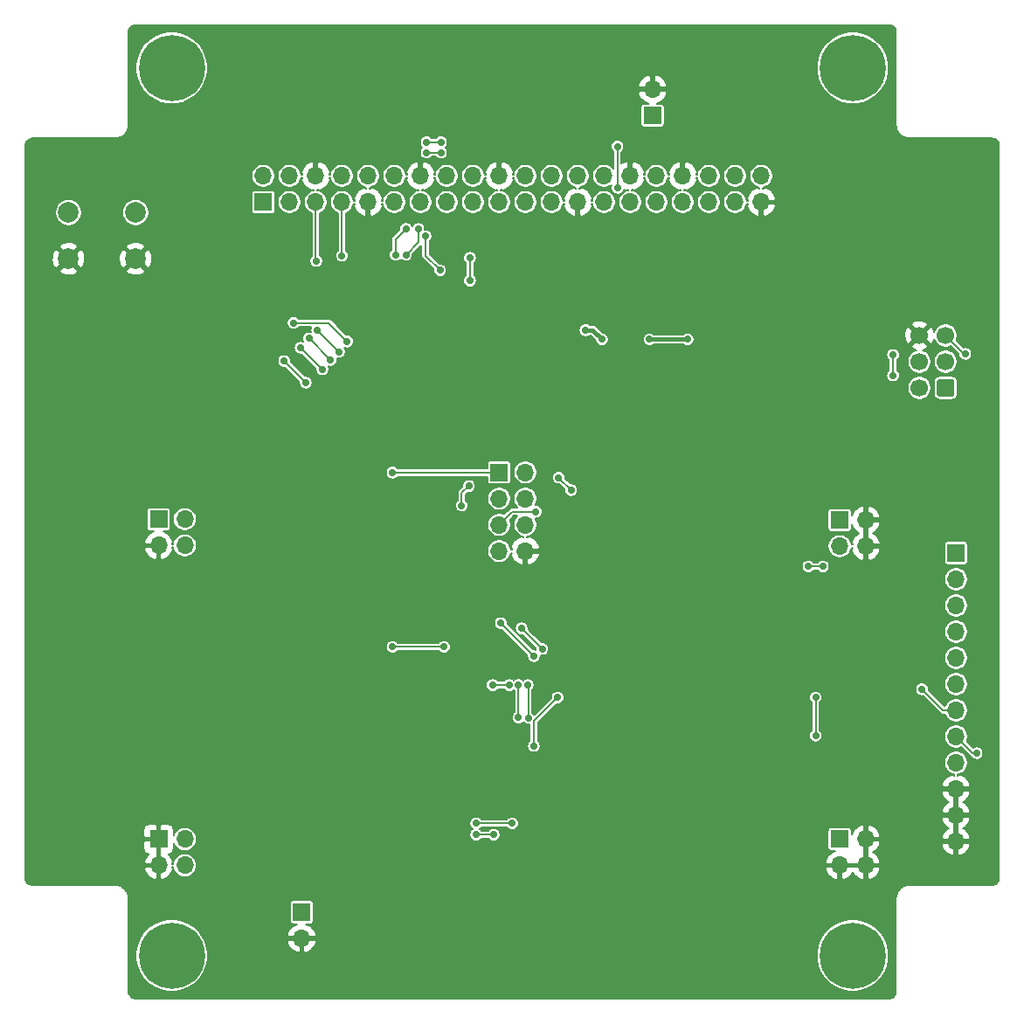
<source format=gbl>
%TF.GenerationSoftware,KiCad,Pcbnew,5.1.7-a382d34a8~88~ubuntu18.04.1*%
%TF.CreationDate,2021-10-30T16:30:28+02:00*%
%TF.ProjectId,Main_PCB,4d61696e-5f50-4434-922e-6b696361645f,rev?*%
%TF.SameCoordinates,PX8f0d180PY5f5e100*%
%TF.FileFunction,Copper,L2,Bot*%
%TF.FilePolarity,Positive*%
%FSLAX46Y46*%
G04 Gerber Fmt 4.6, Leading zero omitted, Abs format (unit mm)*
G04 Created by KiCad (PCBNEW 5.1.7-a382d34a8~88~ubuntu18.04.1) date 2021-10-30 16:30:28*
%MOMM*%
%LPD*%
G01*
G04 APERTURE LIST*
%TA.AperFunction,ComponentPad*%
%ADD10O,1.700000X1.700000*%
%TD*%
%TA.AperFunction,ComponentPad*%
%ADD11R,1.700000X1.700000*%
%TD*%
%TA.AperFunction,ComponentPad*%
%ADD12C,1.700000*%
%TD*%
%TA.AperFunction,ComponentPad*%
%ADD13C,2.000000*%
%TD*%
%TA.AperFunction,ComponentPad*%
%ADD14C,6.400000*%
%TD*%
%TA.AperFunction,ViaPad*%
%ADD15C,0.700000*%
%TD*%
%TA.AperFunction,Conductor*%
%ADD16C,0.200000*%
%TD*%
%TA.AperFunction,Conductor*%
%ADD17C,0.400000*%
%TD*%
%TA.AperFunction,Conductor*%
%ADD18C,0.100000*%
%TD*%
G04 APERTURE END LIST*
D10*
%TO.P,J9,2*%
%TO.N,GND*%
X-20400000Y-41340000D03*
D11*
%TO.P,J9,1*%
%TO.N,/BTN_TRIG*%
X-20400000Y-38800000D03*
%TD*%
D12*
%TO.P,J8,6*%
%TO.N,GND*%
X39460000Y17080000D03*
%TO.P,J8,4*%
%TO.N,/MOSI*%
X39460000Y14540000D03*
%TO.P,J8,2*%
%TO.N,+3V3*%
X39460000Y12000000D03*
%TO.P,J8,5*%
%TO.N,/~RESET*%
X42000000Y17080000D03*
%TO.P,J8,3*%
%TO.N,/SCK*%
X42000000Y14540000D03*
%TO.P,J8,1*%
%TO.N,/MISO*%
%TA.AperFunction,ComponentPad*%
G36*
G01*
X42850000Y12600000D02*
X42850000Y11400000D01*
G75*
G02*
X42600000Y11150000I-250000J0D01*
G01*
X41400000Y11150000D01*
G75*
G02*
X41150000Y11400000I0J250000D01*
G01*
X41150000Y12600000D01*
G75*
G02*
X41400000Y12850000I250000J0D01*
G01*
X42600000Y12850000D01*
G75*
G02*
X42850000Y12600000I0J-250000D01*
G01*
G37*
%TD.AperFunction*%
%TD*%
D10*
%TO.P,J4,40*%
%TO.N,Net-(J4-Pad40)*%
X24130000Y32540000D03*
%TO.P,J4,39*%
%TO.N,GND*%
X24130000Y30000000D03*
%TO.P,J4,38*%
%TO.N,Net-(J4-Pad38)*%
X21590000Y32540000D03*
%TO.P,J4,37*%
%TO.N,Net-(J4-Pad37)*%
X21590000Y30000000D03*
%TO.P,J4,36*%
%TO.N,Net-(J4-Pad36)*%
X19050000Y32540000D03*
%TO.P,J4,35*%
%TO.N,/MISO*%
X19050000Y30000000D03*
%TO.P,J4,34*%
%TO.N,GND*%
X16510000Y32540000D03*
%TO.P,J4,33*%
%TO.N,/STAT*%
X16510000Y30000000D03*
%TO.P,J4,32*%
%TO.N,/BR-*%
X13970000Y32540000D03*
%TO.P,J4,31*%
%TO.N,Net-(J4-Pad31)*%
X13970000Y30000000D03*
%TO.P,J4,30*%
%TO.N,GND*%
X11430000Y32540000D03*
%TO.P,J4,29*%
%TO.N,Net-(J4-Pad29)*%
X11430000Y30000000D03*
%TO.P,J4,28*%
%TO.N,Net-(J4-Pad28)*%
X8890000Y32540000D03*
%TO.P,J4,27*%
%TO.N,/BTN_TRIG*%
X8890000Y30000000D03*
%TO.P,J4,26*%
%TO.N,Net-(J4-Pad26)*%
X6350000Y32540000D03*
%TO.P,J4,25*%
%TO.N,GND*%
X6350000Y30000000D03*
%TO.P,J4,24*%
%TO.N,Net-(J4-Pad24)*%
X3810000Y32540000D03*
%TO.P,J4,23*%
%TO.N,Net-(J4-Pad23)*%
X3810000Y30000000D03*
%TO.P,J4,22*%
%TO.N,/BR+*%
X1270000Y32540000D03*
%TO.P,J4,21*%
%TO.N,Net-(J4-Pad21)*%
X1270000Y30000000D03*
%TO.P,J4,20*%
%TO.N,GND*%
X-1270000Y32540000D03*
%TO.P,J4,19*%
%TO.N,Net-(J4-Pad19)*%
X-1270000Y30000000D03*
%TO.P,J4,18*%
%TO.N,/~SC_IRQ*%
X-3810000Y32540000D03*
%TO.P,J4,17*%
%TO.N,+3V3*%
X-3810000Y30000000D03*
%TO.P,J4,16*%
%TO.N,/SP-*%
X-6350000Y32540000D03*
%TO.P,J4,15*%
%TO.N,/SP+*%
X-6350000Y30000000D03*
%TO.P,J4,14*%
%TO.N,GND*%
X-8890000Y32540000D03*
%TO.P,J4,13*%
%TO.N,/PI_LED*%
X-8890000Y30000000D03*
%TO.P,J4,12*%
%TO.N,Net-(J4-Pad12)*%
X-11430000Y32540000D03*
%TO.P,J4,11*%
%TO.N,/SS*%
X-11430000Y30000000D03*
%TO.P,J4,10*%
%TO.N,/PI_RXD*%
X-13970000Y32540000D03*
%TO.P,J4,9*%
%TO.N,GND*%
X-13970000Y30000000D03*
%TO.P,J4,8*%
%TO.N,/PI_TXD*%
X-16510000Y32540000D03*
%TO.P,J4,7*%
%TO.N,/PI_SHTDN*%
X-16510000Y30000000D03*
%TO.P,J4,6*%
%TO.N,GND*%
X-19050000Y32540000D03*
%TO.P,J4,5*%
%TO.N,/SCL*%
X-19050000Y30000000D03*
%TO.P,J4,4*%
%TO.N,+5V*%
X-21590000Y32540000D03*
%TO.P,J4,3*%
%TO.N,/SDA*%
X-21590000Y30000000D03*
%TO.P,J4,2*%
%TO.N,+5V*%
X-24130000Y32540000D03*
D11*
%TO.P,J4,1*%
%TO.N,+3V3*%
X-24130000Y30000000D03*
%TD*%
D13*
%TO.P,SW1,1*%
%TO.N,/MASTER_ON*%
X-36500000Y29000000D03*
%TO.P,SW1,2*%
%TO.N,GND*%
X-36500000Y24500000D03*
%TO.P,SW1,1*%
%TO.N,/MASTER_ON*%
X-43000000Y29000000D03*
%TO.P,SW1,2*%
%TO.N,GND*%
X-43000000Y24500000D03*
%TD*%
D10*
%TO.P,J7,8*%
%TO.N,GND*%
X1270000Y-3810000D03*
%TO.P,J7,7*%
%TO.N,Net-(J7-Pad7)*%
X-1270000Y-3810000D03*
%TO.P,J7,6*%
%TO.N,/DN_RETO*%
X1270000Y-1270000D03*
%TO.P,J7,5*%
%TO.N,/UP_RETO*%
X-1270000Y-1270000D03*
%TO.P,J7,4*%
%TO.N,/DN_TX*%
X1270000Y1270000D03*
%TO.P,J7,3*%
%TO.N,/UP_TX*%
X-1270000Y1270000D03*
%TO.P,J7,2*%
%TO.N,/TRIG*%
X1270000Y3810000D03*
D11*
%TO.P,J7,1*%
%TO.N,/MASTER_ON*%
X-1270000Y3810000D03*
%TD*%
D10*
%TO.P,J6,4*%
%TO.N,GND*%
X34270000Y-34270000D03*
%TO.P,J6,3*%
X31730000Y-34270000D03*
%TO.P,J6,2*%
X34270000Y-31730000D03*
D11*
%TO.P,J6,1*%
%TO.N,/BR-*%
X31730000Y-31730000D03*
%TD*%
D10*
%TO.P,J5,4*%
%TO.N,GND*%
X34270000Y-3340000D03*
%TO.P,J5,3*%
%TO.N,/STAT*%
X31730000Y-3340000D03*
%TO.P,J5,2*%
%TO.N,GND*%
X34270000Y-800000D03*
D11*
%TO.P,J5,1*%
%TO.N,/BR+*%
X31730000Y-800000D03*
%TD*%
D10*
%TO.P,J3,4*%
%TO.N,/BTN_TRIG*%
X-31730000Y-34270000D03*
%TO.P,J3,3*%
%TO.N,GND*%
X-34270000Y-34270000D03*
%TO.P,J3,2*%
%TO.N,/SP-*%
X-31730000Y-31730000D03*
D11*
%TO.P,J3,1*%
%TO.N,GND*%
X-34270000Y-31730000D03*
%TD*%
D10*
%TO.P,J2,4*%
%TO.N,/MASTER_ON*%
X-31730000Y-3270000D03*
%TO.P,J2,3*%
%TO.N,GND*%
X-34270000Y-3270000D03*
%TO.P,J2,2*%
%TO.N,/SP+*%
X-31730000Y-730000D03*
D11*
%TO.P,J2,1*%
%TO.N,+3V3*%
X-34270000Y-730000D03*
%TD*%
D10*
%TO.P,J1,12*%
%TO.N,GND*%
X43000000Y-31940000D03*
%TO.P,J1,11*%
X43000000Y-29400000D03*
%TO.P,J1,10*%
X43000000Y-26860000D03*
%TO.P,J1,9*%
%TO.N,/PI_RXD*%
X43000000Y-24320000D03*
%TO.P,J1,8*%
%TO.N,/PI_TXD*%
X43000000Y-21780000D03*
%TO.P,J1,7*%
%TO.N,/PD2*%
X43000000Y-19240000D03*
%TO.P,J1,6*%
%TO.N,/UC_RX*%
X43000000Y-16700000D03*
%TO.P,J1,5*%
%TO.N,/UC_TX*%
X43000000Y-14160000D03*
%TO.P,J1,4*%
%TO.N,/SCK*%
X43000000Y-11620000D03*
%TO.P,J1,3*%
%TO.N,/MISO*%
X43000000Y-9080000D03*
%TO.P,J1,2*%
%TO.N,/MOSI*%
X43000000Y-6540000D03*
D11*
%TO.P,J1,1*%
%TO.N,/SS*%
X43000000Y-4000000D03*
%TD*%
D14*
%TO.P,H4,1*%
%TO.N,Net-(H4-Pad1)*%
X-33000000Y-43000000D03*
%TD*%
%TO.P,H3,1*%
%TO.N,Net-(H3-Pad1)*%
X33000000Y-43000000D03*
%TD*%
%TO.P,H2,1*%
%TO.N,Net-(H2-Pad1)*%
X33000000Y43000000D03*
%TD*%
%TO.P,H1,1*%
%TO.N,Net-(H1-Pad1)*%
X-33000000Y43000000D03*
%TD*%
D10*
%TO.P,BT1,2*%
%TO.N,GND*%
X13600000Y40940000D03*
D11*
%TO.P,BT1,1*%
%TO.N,Net-(BT1-Pad1)*%
X13600000Y38400000D03*
%TD*%
D15*
%TO.N,GND*%
X300000Y42400000D03*
X7600000Y44900000D03*
X7800000Y-24100000D03*
X-2600000Y-46200000D03*
X6000000Y-21700000D03*
X9400000Y-25900000D03*
X9300000Y-14100000D03*
X-2700000Y-23100000D03*
X3200000Y-24000000D03*
X-30400000Y31500000D03*
X5200000Y21300000D03*
X8200000Y22000000D03*
X2500000Y18200000D03*
X-600000Y16700000D03*
X8200000Y10600000D03*
X-1300000Y37200000D03*
X-10300000Y38700000D03*
X-14700000Y39000000D03*
X-22400000Y42900000D03*
X-13400000Y27000000D03*
X6100000Y20000000D03*
X-8949979Y-23900000D03*
X-8949979Y-22300000D03*
X-8949979Y-20700000D03*
%TO.N,/REF_BAT*%
X-16000000Y16500000D03*
X-21200004Y18300000D03*
%TO.N,+3V3*%
X7100000Y17600000D03*
X8700000Y16700000D03*
X36900000Y13200000D03*
X36900004Y15200000D03*
X17000000Y16700000D03*
X13300000Y16700000D03*
%TO.N,/MASTER_ON*%
X-11600000Y3800000D03*
X-22100000Y14600000D03*
X-20000000Y12500000D03*
%TO.N,/PI_RXD*%
X-8300000Y34800000D03*
X-6899996Y34800000D03*
%TO.N,/PI_TXD*%
X45000006Y-23400000D03*
X-8300000Y35800000D03*
X-6900000Y35800010D03*
%TO.N,/PD2*%
X39700000Y-17200000D03*
%TO.N,/SCK*%
X1542629Y-19965578D03*
X1500009Y-16800000D03*
%TO.N,/MISO*%
X600000Y-19950000D03*
X600006Y-16800000D03*
%TO.N,/MOSI*%
X-1900000Y-16800000D03*
X-300029Y-16800000D03*
%TO.N,/SS*%
X-8400000Y26700000D03*
X-7000000Y23400000D03*
X28699966Y-5300000D03*
X30100000Y-5300004D03*
%TO.N,/SP+*%
X-9100000Y27400000D03*
X-10300000Y24900000D03*
%TO.N,/TRIG*%
X2100000Y-14000000D03*
X5700000Y2100000D03*
X4500000Y3300000D03*
X-1100000Y-10799990D03*
%TO.N,/SP-*%
X-10300000Y27400000D03*
X-11300000Y24900000D03*
%TO.N,/BR-*%
X29400000Y-18000000D03*
X29400000Y-21700078D03*
%TO.N,/PI_SHTDN*%
X-16500000Y24800000D03*
X-16800000Y15500000D03*
X-18899994Y17600000D03*
%TO.N,/DN_RETO*%
X-4900000Y600000D03*
X-4200000Y2500000D03*
%TO.N,/UP_RETO*%
X2300000Y0D03*
%TO.N,/~RESET*%
X43900000Y15300000D03*
%TO.N,/PWR_EN*%
X4400000Y-18000000D03*
X10200000Y31400000D03*
X10200000Y35399994D03*
X2100000Y-22700000D03*
X2900000Y-13300000D03*
X900000Y-11300008D03*
%TO.N,/SCL*%
X-19000000Y24300000D03*
X-17600000Y14700000D03*
X-3500000Y-30200000D03*
X0Y-30200000D03*
X-19699994Y16800000D03*
%TO.N,/SDA*%
X-3500000Y-31300000D03*
X-1800000Y-31300000D03*
X-18400006Y13800000D03*
X-20500000Y15900000D03*
%TO.N,/~SC_IRQ*%
X-4100000Y22400000D03*
X-4100000Y24600000D03*
%TO.N,/BTN_TRIG*%
X-6600000Y-13100000D03*
X-11600000Y-13100000D03*
%TD*%
D16*
%TO.N,/REF_BAT*%
X-16000000Y16500000D02*
X-17800000Y18300000D01*
X-17800000Y18300000D02*
X-21200004Y18300000D01*
D17*
%TO.N,+3V3*%
X7800000Y17600000D02*
X8700000Y16700000D01*
X7100000Y17600000D02*
X7800000Y17600000D01*
D16*
X36900000Y13200000D02*
X36900000Y15199996D01*
X36900000Y15199996D02*
X36900004Y15200000D01*
D17*
X17000000Y16700000D02*
X13300000Y16700000D01*
D16*
%TO.N,/MASTER_ON*%
X-22100000Y14600000D02*
X-20000000Y12500000D01*
X-8900000Y3800000D02*
X-11600000Y3800000D01*
X-1280000Y3800000D02*
X-8900000Y3800000D01*
X-1270000Y3810000D02*
X-1280000Y3800000D01*
%TO.N,/PI_RXD*%
X-8300000Y34800000D02*
X-6899996Y34800000D01*
%TO.N,/PI_TXD*%
X44620000Y-23400000D02*
X45000006Y-23400000D01*
X43000000Y-21780000D02*
X44620000Y-23400000D01*
X-8300000Y35800000D02*
X-6900010Y35800000D01*
X-6900010Y35800000D02*
X-6900000Y35800010D01*
%TO.N,/PD2*%
X41740000Y-19240000D02*
X43000000Y-19240000D01*
X39700000Y-17200000D02*
X41740000Y-19240000D01*
%TO.N,/SCK*%
X1542629Y-16842620D02*
X1500009Y-16800000D01*
X1542629Y-19965578D02*
X1542629Y-16842620D01*
%TO.N,/MISO*%
X600000Y-16800006D02*
X600006Y-16800000D01*
X600000Y-19950000D02*
X600000Y-16800006D01*
%TO.N,/MOSI*%
X-1900000Y-16800000D02*
X-300029Y-16800000D01*
%TO.N,/SS*%
X-8400000Y24800000D02*
X-7000000Y23400000D01*
X-8400000Y26700000D02*
X-8400000Y24800000D01*
X28699966Y-5300000D02*
X30099996Y-5300000D01*
X30099996Y-5300000D02*
X30100000Y-5300004D01*
%TO.N,/SP+*%
X-9100000Y26100000D02*
X-10300000Y24900000D01*
X-9100000Y27400000D02*
X-9100000Y26100000D01*
%TO.N,/TRIG*%
X5700000Y2100000D02*
X4500000Y3300000D01*
X2100000Y-14000000D02*
X-1100000Y-10800000D01*
X-1100000Y-10800000D02*
X-1100000Y-10799990D01*
%TO.N,/SP-*%
X-11300000Y26400000D02*
X-11300000Y24900000D01*
X-10300000Y27400000D02*
X-11300000Y26400000D01*
%TO.N,/BR-*%
X29400000Y-18000000D02*
X29400000Y-21700078D01*
%TO.N,/PI_SHTDN*%
X-16510000Y24810000D02*
X-16500000Y24800000D01*
X-16510000Y30000000D02*
X-16510000Y24810000D01*
X-16800000Y15500000D02*
X-18899994Y17599994D01*
X-18899994Y17599994D02*
X-18899994Y17600000D01*
%TO.N,/DN_RETO*%
X-4900000Y1800000D02*
X-4200000Y2500000D01*
X-4900000Y600000D02*
X-4900000Y1800000D01*
%TO.N,/UP_RETO*%
X0Y0D02*
X2300000Y0D01*
X-1270000Y-1270000D02*
X0Y0D01*
%TO.N,/~RESET*%
X43780000Y15300000D02*
X43900000Y15300000D01*
X42000000Y17080000D02*
X43780000Y15300000D01*
%TO.N,/PWR_EN*%
X10200000Y31400000D02*
X10200000Y35399994D01*
X4400000Y-18000000D02*
X2100000Y-20300000D01*
X2100000Y-20300000D02*
X2100000Y-22700000D01*
X2900000Y-13300000D02*
X900008Y-11300008D01*
X900008Y-11300008D02*
X900000Y-11300008D01*
%TO.N,/SCL*%
X-19050000Y24350000D02*
X-19000000Y24300000D01*
X-19050000Y30000000D02*
X-19050000Y24350000D01*
X-3500000Y-30200000D02*
X0Y-30200000D01*
X-17600000Y14700000D02*
X-19699994Y16799994D01*
X-19699994Y16799994D02*
X-19699994Y16800000D01*
%TO.N,/SDA*%
X-3500000Y-31300000D02*
X-1800000Y-31300000D01*
X-18400006Y13800000D02*
X-20500000Y15899994D01*
X-20500000Y15899994D02*
X-20500000Y15900000D01*
%TO.N,/~SC_IRQ*%
X-4100000Y22400000D02*
X-4100000Y24600000D01*
%TO.N,/BTN_TRIG*%
X-7094974Y-13100000D02*
X-11600000Y-13100000D01*
X-6600000Y-13100000D02*
X-7094974Y-13100000D01*
%TD*%
%TO.N,GND*%
X36630805Y47160616D02*
X36756629Y47122627D01*
X36872675Y47060924D01*
X36974532Y46977852D01*
X37058310Y46876582D01*
X37120819Y46760973D01*
X37159686Y46635414D01*
X37175000Y46489715D01*
X37175001Y37484039D01*
X37176405Y37469781D01*
X37176362Y37463563D01*
X37176804Y37459046D01*
X37197205Y37264949D01*
X37203135Y37236062D01*
X37208648Y37207162D01*
X37209959Y37202817D01*
X37267671Y37016379D01*
X37279100Y36989190D01*
X37290121Y36961914D01*
X37292251Y36957907D01*
X37385076Y36786230D01*
X37401549Y36761808D01*
X37417678Y36737161D01*
X37420546Y36733644D01*
X37544949Y36583266D01*
X37565859Y36562502D01*
X37586460Y36541465D01*
X37589956Y36538572D01*
X37741198Y36415222D01*
X37765759Y36398904D01*
X37790038Y36382280D01*
X37794030Y36380121D01*
X37966352Y36288496D01*
X37993576Y36277275D01*
X38020660Y36265667D01*
X38024995Y36264325D01*
X38211831Y36207916D01*
X38240747Y36202191D01*
X38269538Y36196071D01*
X38274051Y36195596D01*
X38468285Y36176551D01*
X38468292Y36176551D01*
X38484039Y36175000D01*
X46484103Y36175000D01*
X46630805Y36160616D01*
X46756629Y36122627D01*
X46872675Y36060924D01*
X46974532Y35977852D01*
X47058310Y35876582D01*
X47120819Y35760973D01*
X47159686Y35635414D01*
X47175000Y35489715D01*
X47175001Y-35484094D01*
X47160616Y-35630805D01*
X47122627Y-35756629D01*
X47060924Y-35872675D01*
X46977853Y-35974531D01*
X46876586Y-36058307D01*
X46760973Y-36120819D01*
X46635410Y-36159687D01*
X46489716Y-36175000D01*
X38484039Y-36175000D01*
X38469771Y-36176405D01*
X38463563Y-36176362D01*
X38459046Y-36176805D01*
X38264949Y-36197205D01*
X38236062Y-36203135D01*
X38207162Y-36208648D01*
X38202817Y-36209959D01*
X38016379Y-36267671D01*
X37989190Y-36279100D01*
X37961914Y-36290121D01*
X37957906Y-36292251D01*
X37786230Y-36385076D01*
X37761803Y-36401553D01*
X37737160Y-36417678D01*
X37733643Y-36420546D01*
X37583266Y-36544950D01*
X37562521Y-36565840D01*
X37541465Y-36586460D01*
X37538572Y-36589956D01*
X37415222Y-36741198D01*
X37398915Y-36765743D01*
X37382280Y-36790038D01*
X37380121Y-36794030D01*
X37288496Y-36966352D01*
X37277287Y-36993547D01*
X37265667Y-37020660D01*
X37264325Y-37024995D01*
X37207916Y-37211831D01*
X37202197Y-37240715D01*
X37196071Y-37269538D01*
X37195596Y-37274052D01*
X37176551Y-37468285D01*
X37176551Y-37468293D01*
X37175000Y-37484040D01*
X37175001Y-46484094D01*
X37160616Y-46630805D01*
X37122627Y-46756629D01*
X37060924Y-46872675D01*
X36977853Y-46974531D01*
X36876586Y-47058307D01*
X36760973Y-47120819D01*
X36635410Y-47159687D01*
X36489716Y-47175000D01*
X-36484104Y-47175000D01*
X-36630805Y-47160616D01*
X-36756629Y-47122627D01*
X-36872675Y-47060924D01*
X-36974531Y-46977853D01*
X-37058307Y-46876586D01*
X-37120819Y-46760973D01*
X-37159687Y-46635410D01*
X-37175000Y-46489716D01*
X-37175000Y-42655280D01*
X-36500000Y-42655280D01*
X-36500000Y-43344720D01*
X-36365497Y-44020912D01*
X-36101660Y-44657872D01*
X-35718628Y-45231120D01*
X-35231120Y-45718628D01*
X-34657872Y-46101660D01*
X-34020912Y-46365497D01*
X-33344720Y-46500000D01*
X-32655280Y-46500000D01*
X-31979088Y-46365497D01*
X-31342128Y-46101660D01*
X-30768880Y-45718628D01*
X-30281372Y-45231120D01*
X-29898340Y-44657872D01*
X-29634503Y-44020912D01*
X-29500000Y-43344720D01*
X-29500000Y-42655280D01*
X-29634503Y-41979088D01*
X-29742272Y-41718910D01*
X-21807903Y-41718910D01*
X-21781146Y-41807139D01*
X-21663473Y-42067611D01*
X-21497246Y-42300122D01*
X-21288852Y-42495736D01*
X-21046300Y-42646935D01*
X-20778911Y-42747909D01*
X-20554000Y-42637850D01*
X-20554000Y-41494000D01*
X-20246000Y-41494000D01*
X-20246000Y-42637850D01*
X-20021089Y-42747909D01*
X-19775799Y-42655280D01*
X29500000Y-42655280D01*
X29500000Y-43344720D01*
X29634503Y-44020912D01*
X29898340Y-44657872D01*
X30281372Y-45231120D01*
X30768880Y-45718628D01*
X31342128Y-46101660D01*
X31979088Y-46365497D01*
X32655280Y-46500000D01*
X33344720Y-46500000D01*
X34020912Y-46365497D01*
X34657872Y-46101660D01*
X35231120Y-45718628D01*
X35718628Y-45231120D01*
X36101660Y-44657872D01*
X36365497Y-44020912D01*
X36500000Y-43344720D01*
X36500000Y-42655280D01*
X36365497Y-41979088D01*
X36101660Y-41342128D01*
X35718628Y-40768880D01*
X35231120Y-40281372D01*
X34657872Y-39898340D01*
X34020912Y-39634503D01*
X33344720Y-39500000D01*
X32655280Y-39500000D01*
X31979088Y-39634503D01*
X31342128Y-39898340D01*
X30768880Y-40281372D01*
X30281372Y-40768880D01*
X29898340Y-41342128D01*
X29634503Y-41979088D01*
X29500000Y-42655280D01*
X-19775799Y-42655280D01*
X-19753700Y-42646935D01*
X-19511148Y-42495736D01*
X-19302754Y-42300122D01*
X-19136527Y-42067611D01*
X-19018854Y-41807139D01*
X-18992097Y-41718910D01*
X-19103111Y-41494000D01*
X-20246000Y-41494000D01*
X-20554000Y-41494000D01*
X-21696889Y-41494000D01*
X-21807903Y-41718910D01*
X-29742272Y-41718910D01*
X-29898340Y-41342128D01*
X-30152941Y-40961090D01*
X-21807903Y-40961090D01*
X-21696889Y-41186000D01*
X-20554000Y-41186000D01*
X-20554000Y-41166000D01*
X-20246000Y-41166000D01*
X-20246000Y-41186000D01*
X-19103111Y-41186000D01*
X-18992097Y-40961090D01*
X-19018854Y-40872861D01*
X-19136527Y-40612389D01*
X-19302754Y-40379878D01*
X-19511148Y-40184264D01*
X-19753700Y-40033065D01*
X-19969822Y-39951451D01*
X-19550000Y-39951451D01*
X-19491190Y-39945659D01*
X-19434640Y-39928504D01*
X-19382523Y-39900647D01*
X-19336842Y-39863158D01*
X-19299353Y-39817477D01*
X-19271496Y-39765360D01*
X-19254341Y-39708810D01*
X-19248549Y-39650000D01*
X-19248549Y-37950000D01*
X-19254341Y-37891190D01*
X-19271496Y-37834640D01*
X-19299353Y-37782523D01*
X-19336842Y-37736842D01*
X-19382523Y-37699353D01*
X-19434640Y-37671496D01*
X-19491190Y-37654341D01*
X-19550000Y-37648549D01*
X-21250000Y-37648549D01*
X-21308810Y-37654341D01*
X-21365360Y-37671496D01*
X-21417477Y-37699353D01*
X-21463158Y-37736842D01*
X-21500647Y-37782523D01*
X-21528504Y-37834640D01*
X-21545659Y-37891190D01*
X-21551451Y-37950000D01*
X-21551451Y-39650000D01*
X-21545659Y-39708810D01*
X-21528504Y-39765360D01*
X-21500647Y-39817477D01*
X-21463158Y-39863158D01*
X-21417477Y-39900647D01*
X-21365360Y-39928504D01*
X-21308810Y-39945659D01*
X-21250000Y-39951451D01*
X-20830178Y-39951451D01*
X-21046300Y-40033065D01*
X-21288852Y-40184264D01*
X-21497246Y-40379878D01*
X-21663473Y-40612389D01*
X-21781146Y-40872861D01*
X-21807903Y-40961090D01*
X-30152941Y-40961090D01*
X-30281372Y-40768880D01*
X-30768880Y-40281372D01*
X-31342128Y-39898340D01*
X-31979088Y-39634503D01*
X-32655280Y-39500000D01*
X-33344720Y-39500000D01*
X-34020912Y-39634503D01*
X-34657872Y-39898340D01*
X-35231120Y-40281372D01*
X-35718628Y-40768880D01*
X-36101660Y-41342128D01*
X-36365497Y-41979088D01*
X-36500000Y-42655280D01*
X-37175000Y-42655280D01*
X-37175000Y-37484039D01*
X-37176405Y-37469771D01*
X-37176362Y-37463563D01*
X-37176805Y-37459046D01*
X-37197205Y-37264949D01*
X-37203135Y-37236062D01*
X-37208648Y-37207162D01*
X-37209959Y-37202817D01*
X-37267671Y-37016379D01*
X-37279100Y-36989190D01*
X-37290121Y-36961914D01*
X-37292251Y-36957906D01*
X-37385076Y-36786230D01*
X-37401553Y-36761803D01*
X-37417678Y-36737160D01*
X-37420546Y-36733643D01*
X-37544950Y-36583266D01*
X-37565840Y-36562521D01*
X-37586460Y-36541465D01*
X-37589956Y-36538572D01*
X-37741198Y-36415222D01*
X-37765743Y-36398915D01*
X-37790038Y-36382280D01*
X-37794030Y-36380121D01*
X-37966352Y-36288496D01*
X-37993547Y-36277287D01*
X-38020660Y-36265667D01*
X-38024995Y-36264325D01*
X-38211831Y-36207916D01*
X-38240715Y-36202197D01*
X-38269538Y-36196071D01*
X-38274052Y-36195596D01*
X-38468285Y-36176551D01*
X-38468292Y-36176551D01*
X-38484039Y-36175000D01*
X-46484104Y-36175000D01*
X-46630805Y-36160616D01*
X-46756629Y-36122627D01*
X-46872675Y-36060924D01*
X-46974531Y-35977853D01*
X-47058307Y-35876586D01*
X-47120819Y-35760973D01*
X-47159687Y-35635410D01*
X-47175000Y-35489716D01*
X-47175000Y-34648910D01*
X-35677903Y-34648910D01*
X-35651146Y-34737139D01*
X-35533473Y-34997611D01*
X-35367246Y-35230122D01*
X-35158852Y-35425736D01*
X-34916300Y-35576935D01*
X-34648911Y-35677909D01*
X-34424000Y-35567850D01*
X-34424000Y-34424000D01*
X-35566889Y-34424000D01*
X-35677903Y-34648910D01*
X-47175000Y-34648910D01*
X-47175000Y-32580000D01*
X-35730942Y-32580000D01*
X-35719203Y-32699189D01*
X-35684437Y-32813797D01*
X-35627980Y-32919421D01*
X-35552001Y-33012001D01*
X-35459421Y-33087980D01*
X-35353797Y-33144437D01*
X-35239189Y-33179203D01*
X-35229093Y-33180197D01*
X-35367246Y-33309878D01*
X-35533473Y-33542389D01*
X-35651146Y-33802861D01*
X-35677903Y-33891090D01*
X-35566889Y-34116000D01*
X-34424000Y-34116000D01*
X-34424000Y-31884000D01*
X-35576000Y-31884000D01*
X-35728000Y-32036000D01*
X-35730942Y-32580000D01*
X-47175000Y-32580000D01*
X-47175000Y-30880000D01*
X-35730942Y-30880000D01*
X-35728000Y-31424000D01*
X-35576000Y-31576000D01*
X-34424000Y-31576000D01*
X-34424000Y-30424000D01*
X-34116000Y-30424000D01*
X-34116000Y-31576000D01*
X-34096000Y-31576000D01*
X-34096000Y-31884000D01*
X-34116000Y-31884000D01*
X-34116000Y-34116000D01*
X-34096000Y-34116000D01*
X-34096000Y-34424000D01*
X-34116000Y-34424000D01*
X-34116000Y-35567850D01*
X-33891089Y-35677909D01*
X-33623700Y-35576935D01*
X-33381148Y-35425736D01*
X-33172754Y-35230122D01*
X-33006527Y-34997611D01*
X-32888854Y-34737139D01*
X-32862097Y-34648910D01*
X-32973110Y-34424002D01*
X-32871897Y-34424002D01*
X-32835806Y-34605443D01*
X-32749116Y-34814729D01*
X-32623263Y-35003082D01*
X-32463082Y-35163263D01*
X-32274729Y-35289116D01*
X-32065443Y-35375806D01*
X-31843265Y-35420000D01*
X-31616735Y-35420000D01*
X-31394557Y-35375806D01*
X-31185271Y-35289116D01*
X-30996918Y-35163263D01*
X-30836737Y-35003082D01*
X-30710884Y-34814729D01*
X-30642199Y-34648910D01*
X30322097Y-34648910D01*
X30348854Y-34737139D01*
X30466527Y-34997611D01*
X30632754Y-35230122D01*
X30841148Y-35425736D01*
X31083700Y-35576935D01*
X31351089Y-35677909D01*
X31576000Y-35567850D01*
X31576000Y-34424000D01*
X31884000Y-34424000D01*
X31884000Y-35567850D01*
X32108911Y-35677909D01*
X32376300Y-35576935D01*
X32618852Y-35425736D01*
X32827246Y-35230122D01*
X32993473Y-34997611D01*
X33000000Y-34983163D01*
X33006527Y-34997611D01*
X33172754Y-35230122D01*
X33381148Y-35425736D01*
X33623700Y-35576935D01*
X33891089Y-35677909D01*
X34116000Y-35567850D01*
X34116000Y-34424000D01*
X34424000Y-34424000D01*
X34424000Y-35567850D01*
X34648911Y-35677909D01*
X34916300Y-35576935D01*
X35158852Y-35425736D01*
X35367246Y-35230122D01*
X35533473Y-34997611D01*
X35651146Y-34737139D01*
X35677903Y-34648910D01*
X35566889Y-34424000D01*
X34424000Y-34424000D01*
X34116000Y-34424000D01*
X31884000Y-34424000D01*
X31576000Y-34424000D01*
X30433111Y-34424000D01*
X30322097Y-34648910D01*
X-30642199Y-34648910D01*
X-30624194Y-34605443D01*
X-30580000Y-34383265D01*
X-30580000Y-34156735D01*
X-30624194Y-33934557D01*
X-30642198Y-33891090D01*
X30322097Y-33891090D01*
X30433111Y-34116000D01*
X31576000Y-34116000D01*
X31576000Y-34096000D01*
X31884000Y-34096000D01*
X31884000Y-34116000D01*
X34116000Y-34116000D01*
X34116000Y-31884000D01*
X34424000Y-31884000D01*
X34424000Y-34116000D01*
X35566889Y-34116000D01*
X35677903Y-33891090D01*
X35651146Y-33802861D01*
X35533473Y-33542389D01*
X35367246Y-33309878D01*
X35158852Y-33114264D01*
X34975551Y-33000000D01*
X35158852Y-32885736D01*
X35367246Y-32690122D01*
X35533473Y-32457611D01*
X35596133Y-32318910D01*
X41592097Y-32318910D01*
X41618854Y-32407139D01*
X41736527Y-32667611D01*
X41902754Y-32900122D01*
X42111148Y-33095736D01*
X42353700Y-33246935D01*
X42621089Y-33347909D01*
X42846000Y-33237850D01*
X42846000Y-32094000D01*
X43154000Y-32094000D01*
X43154000Y-33237850D01*
X43378911Y-33347909D01*
X43646300Y-33246935D01*
X43888852Y-33095736D01*
X44097246Y-32900122D01*
X44263473Y-32667611D01*
X44381146Y-32407139D01*
X44407903Y-32318910D01*
X44296889Y-32094000D01*
X43154000Y-32094000D01*
X42846000Y-32094000D01*
X41703111Y-32094000D01*
X41592097Y-32318910D01*
X35596133Y-32318910D01*
X35651146Y-32197139D01*
X35677903Y-32108910D01*
X35566889Y-31884000D01*
X34424000Y-31884000D01*
X34116000Y-31884000D01*
X34096000Y-31884000D01*
X34096000Y-31576000D01*
X34116000Y-31576000D01*
X34116000Y-30432150D01*
X34424000Y-30432150D01*
X34424000Y-31576000D01*
X35566889Y-31576000D01*
X35677903Y-31351090D01*
X35651146Y-31262861D01*
X35533473Y-31002389D01*
X35367246Y-30769878D01*
X35158852Y-30574264D01*
X34916300Y-30423065D01*
X34648911Y-30322091D01*
X34424000Y-30432150D01*
X34116000Y-30432150D01*
X33891089Y-30322091D01*
X33623700Y-30423065D01*
X33381148Y-30574264D01*
X33172754Y-30769878D01*
X33006527Y-31002389D01*
X32888854Y-31262861D01*
X32881451Y-31287272D01*
X32881451Y-30880000D01*
X32875659Y-30821190D01*
X32858504Y-30764640D01*
X32830647Y-30712523D01*
X32793158Y-30666842D01*
X32747477Y-30629353D01*
X32695360Y-30601496D01*
X32638810Y-30584341D01*
X32580000Y-30578549D01*
X30880000Y-30578549D01*
X30821190Y-30584341D01*
X30764640Y-30601496D01*
X30712523Y-30629353D01*
X30666842Y-30666842D01*
X30629353Y-30712523D01*
X30601496Y-30764640D01*
X30584341Y-30821190D01*
X30578549Y-30880000D01*
X30578549Y-32580000D01*
X30584341Y-32638810D01*
X30601496Y-32695360D01*
X30629353Y-32747477D01*
X30666842Y-32793158D01*
X30712523Y-32830647D01*
X30764640Y-32858504D01*
X30821190Y-32875659D01*
X30880000Y-32881451D01*
X31299822Y-32881451D01*
X31083700Y-32963065D01*
X30841148Y-33114264D01*
X30632754Y-33309878D01*
X30466527Y-33542389D01*
X30348854Y-33802861D01*
X30322097Y-33891090D01*
X-30642198Y-33891090D01*
X-30710884Y-33725271D01*
X-30836737Y-33536918D01*
X-30996918Y-33376737D01*
X-31185271Y-33250884D01*
X-31394557Y-33164194D01*
X-31616735Y-33120000D01*
X-31843265Y-33120000D01*
X-32065443Y-33164194D01*
X-32274729Y-33250884D01*
X-32463082Y-33376737D01*
X-32623263Y-33536918D01*
X-32749116Y-33725271D01*
X-32835806Y-33934557D01*
X-32871897Y-34115998D01*
X-32973110Y-34115998D01*
X-32862097Y-33891090D01*
X-32888854Y-33802861D01*
X-33006527Y-33542389D01*
X-33172754Y-33309878D01*
X-33310907Y-33180197D01*
X-33300811Y-33179203D01*
X-33186203Y-33144437D01*
X-33080579Y-33087980D01*
X-32987999Y-33012001D01*
X-32912020Y-32919421D01*
X-32855563Y-32813797D01*
X-32820797Y-32699189D01*
X-32809058Y-32580000D01*
X-32811524Y-32124065D01*
X-32749116Y-32274729D01*
X-32623263Y-32463082D01*
X-32463082Y-32623263D01*
X-32274729Y-32749116D01*
X-32065443Y-32835806D01*
X-31843265Y-32880000D01*
X-31616735Y-32880000D01*
X-31394557Y-32835806D01*
X-31185271Y-32749116D01*
X-30996918Y-32623263D01*
X-30836737Y-32463082D01*
X-30710884Y-32274729D01*
X-30624194Y-32065443D01*
X-30580000Y-31843265D01*
X-30580000Y-31616735D01*
X-30624194Y-31394557D01*
X-30710884Y-31185271D01*
X-30836737Y-30996918D01*
X-30996918Y-30836737D01*
X-31185271Y-30710884D01*
X-31394557Y-30624194D01*
X-31616735Y-30580000D01*
X-31843265Y-30580000D01*
X-32065443Y-30624194D01*
X-32274729Y-30710884D01*
X-32463082Y-30836737D01*
X-32623263Y-30996918D01*
X-32749116Y-31185271D01*
X-32811524Y-31335935D01*
X-32809058Y-30880000D01*
X-32820797Y-30760811D01*
X-32855563Y-30646203D01*
X-32912020Y-30540579D01*
X-32987999Y-30447999D01*
X-33080579Y-30372020D01*
X-33186203Y-30315563D01*
X-33300811Y-30280797D01*
X-33420000Y-30269058D01*
X-33964000Y-30272000D01*
X-34116000Y-30424000D01*
X-34424000Y-30424000D01*
X-34576000Y-30272000D01*
X-35120000Y-30269058D01*
X-35239189Y-30280797D01*
X-35353797Y-30315563D01*
X-35459421Y-30372020D01*
X-35552001Y-30447999D01*
X-35627980Y-30540579D01*
X-35684437Y-30646203D01*
X-35719203Y-30760811D01*
X-35730942Y-30880000D01*
X-47175000Y-30880000D01*
X-47175000Y-30135981D01*
X-4150000Y-30135981D01*
X-4150000Y-30264019D01*
X-4125021Y-30389598D01*
X-4076022Y-30507890D01*
X-4004888Y-30614351D01*
X-3914351Y-30704888D01*
X-3846835Y-30750000D01*
X-3914351Y-30795112D01*
X-4004888Y-30885649D01*
X-4076022Y-30992110D01*
X-4125021Y-31110402D01*
X-4150000Y-31235981D01*
X-4150000Y-31364019D01*
X-4125021Y-31489598D01*
X-4076022Y-31607890D01*
X-4004888Y-31714351D01*
X-3914351Y-31804888D01*
X-3807890Y-31876022D01*
X-3689598Y-31925021D01*
X-3564019Y-31950000D01*
X-3435981Y-31950000D01*
X-3310402Y-31925021D01*
X-3192110Y-31876022D01*
X-3085649Y-31804888D01*
X-2995112Y-31714351D01*
X-2985523Y-31700000D01*
X-2314477Y-31700000D01*
X-2304888Y-31714351D01*
X-2214351Y-31804888D01*
X-2107890Y-31876022D01*
X-1989598Y-31925021D01*
X-1864019Y-31950000D01*
X-1735981Y-31950000D01*
X-1610402Y-31925021D01*
X-1492110Y-31876022D01*
X-1385649Y-31804888D01*
X-1295112Y-31714351D01*
X-1223978Y-31607890D01*
X-1174979Y-31489598D01*
X-1150000Y-31364019D01*
X-1150000Y-31235981D01*
X-1174979Y-31110402D01*
X-1223978Y-30992110D01*
X-1295112Y-30885649D01*
X-1385649Y-30795112D01*
X-1492110Y-30723978D01*
X-1610402Y-30674979D01*
X-1735981Y-30650000D01*
X-1864019Y-30650000D01*
X-1989598Y-30674979D01*
X-2107890Y-30723978D01*
X-2214351Y-30795112D01*
X-2304888Y-30885649D01*
X-2314477Y-30900000D01*
X-2985523Y-30900000D01*
X-2995112Y-30885649D01*
X-3085649Y-30795112D01*
X-3153165Y-30750000D01*
X-3085649Y-30704888D01*
X-2995112Y-30614351D01*
X-2985523Y-30600000D01*
X-514477Y-30600000D01*
X-504888Y-30614351D01*
X-414351Y-30704888D01*
X-307890Y-30776022D01*
X-189598Y-30825021D01*
X-64019Y-30850000D01*
X64019Y-30850000D01*
X189598Y-30825021D01*
X307890Y-30776022D01*
X414351Y-30704888D01*
X504888Y-30614351D01*
X576022Y-30507890D01*
X625021Y-30389598D01*
X650000Y-30264019D01*
X650000Y-30135981D01*
X625021Y-30010402D01*
X576022Y-29892110D01*
X504888Y-29785649D01*
X498149Y-29778910D01*
X41592097Y-29778910D01*
X41618854Y-29867139D01*
X41736527Y-30127611D01*
X41902754Y-30360122D01*
X42111148Y-30555736D01*
X42294449Y-30670000D01*
X42111148Y-30784264D01*
X41902754Y-30979878D01*
X41736527Y-31212389D01*
X41618854Y-31472861D01*
X41592097Y-31561090D01*
X41703111Y-31786000D01*
X42846000Y-31786000D01*
X42846000Y-29554000D01*
X43154000Y-29554000D01*
X43154000Y-31786000D01*
X44296889Y-31786000D01*
X44407903Y-31561090D01*
X44381146Y-31472861D01*
X44263473Y-31212389D01*
X44097246Y-30979878D01*
X43888852Y-30784264D01*
X43705551Y-30670000D01*
X43888852Y-30555736D01*
X44097246Y-30360122D01*
X44263473Y-30127611D01*
X44381146Y-29867139D01*
X44407903Y-29778910D01*
X44296889Y-29554000D01*
X43154000Y-29554000D01*
X42846000Y-29554000D01*
X41703111Y-29554000D01*
X41592097Y-29778910D01*
X498149Y-29778910D01*
X414351Y-29695112D01*
X307890Y-29623978D01*
X189598Y-29574979D01*
X64019Y-29550000D01*
X-64019Y-29550000D01*
X-189598Y-29574979D01*
X-307890Y-29623978D01*
X-414351Y-29695112D01*
X-504888Y-29785649D01*
X-514477Y-29800000D01*
X-2985523Y-29800000D01*
X-2995112Y-29785649D01*
X-3085649Y-29695112D01*
X-3192110Y-29623978D01*
X-3310402Y-29574979D01*
X-3435981Y-29550000D01*
X-3564019Y-29550000D01*
X-3689598Y-29574979D01*
X-3807890Y-29623978D01*
X-3914351Y-29695112D01*
X-4004888Y-29785649D01*
X-4076022Y-29892110D01*
X-4125021Y-30010402D01*
X-4150000Y-30135981D01*
X-47175000Y-30135981D01*
X-47175000Y-27238910D01*
X41592097Y-27238910D01*
X41618854Y-27327139D01*
X41736527Y-27587611D01*
X41902754Y-27820122D01*
X42111148Y-28015736D01*
X42294449Y-28130000D01*
X42111148Y-28244264D01*
X41902754Y-28439878D01*
X41736527Y-28672389D01*
X41618854Y-28932861D01*
X41592097Y-29021090D01*
X41703111Y-29246000D01*
X42846000Y-29246000D01*
X42846000Y-27014000D01*
X43154000Y-27014000D01*
X43154000Y-29246000D01*
X44296889Y-29246000D01*
X44407903Y-29021090D01*
X44381146Y-28932861D01*
X44263473Y-28672389D01*
X44097246Y-28439878D01*
X43888852Y-28244264D01*
X43705551Y-28130000D01*
X43888852Y-28015736D01*
X44097246Y-27820122D01*
X44263473Y-27587611D01*
X44381146Y-27327139D01*
X44407903Y-27238910D01*
X44296889Y-27014000D01*
X43154000Y-27014000D01*
X42846000Y-27014000D01*
X41703111Y-27014000D01*
X41592097Y-27238910D01*
X-47175000Y-27238910D01*
X-47175000Y-26481090D01*
X41592097Y-26481090D01*
X41703111Y-26706000D01*
X42846000Y-26706000D01*
X42846000Y-26686000D01*
X43154000Y-26686000D01*
X43154000Y-26706000D01*
X44296889Y-26706000D01*
X44407903Y-26481090D01*
X44381146Y-26392861D01*
X44263473Y-26132389D01*
X44097246Y-25899878D01*
X43888852Y-25704264D01*
X43646300Y-25553065D01*
X43378911Y-25452091D01*
X43154002Y-25562149D01*
X43154002Y-25461897D01*
X43335443Y-25425806D01*
X43544729Y-25339116D01*
X43733082Y-25213263D01*
X43893263Y-25053082D01*
X44019116Y-24864729D01*
X44105806Y-24655443D01*
X44150000Y-24433265D01*
X44150000Y-24206735D01*
X44105806Y-23984557D01*
X44019116Y-23775271D01*
X43893263Y-23586918D01*
X43733082Y-23426737D01*
X43544729Y-23300884D01*
X43335443Y-23214194D01*
X43113265Y-23170000D01*
X42886735Y-23170000D01*
X42664557Y-23214194D01*
X42455271Y-23300884D01*
X42266918Y-23426737D01*
X42106737Y-23586918D01*
X41980884Y-23775271D01*
X41894194Y-23984557D01*
X41850000Y-24206735D01*
X41850000Y-24433265D01*
X41894194Y-24655443D01*
X41980884Y-24864729D01*
X42106737Y-25053082D01*
X42266918Y-25213263D01*
X42455271Y-25339116D01*
X42664557Y-25425806D01*
X42845998Y-25461897D01*
X42845998Y-25562149D01*
X42621089Y-25452091D01*
X42353700Y-25553065D01*
X42111148Y-25704264D01*
X41902754Y-25899878D01*
X41736527Y-26132389D01*
X41618854Y-26392861D01*
X41592097Y-26481090D01*
X-47175000Y-26481090D01*
X-47175000Y-16735981D01*
X-2550000Y-16735981D01*
X-2550000Y-16864019D01*
X-2525021Y-16989598D01*
X-2476022Y-17107890D01*
X-2404888Y-17214351D01*
X-2314351Y-17304888D01*
X-2207890Y-17376022D01*
X-2089598Y-17425021D01*
X-1964019Y-17450000D01*
X-1835981Y-17450000D01*
X-1710402Y-17425021D01*
X-1592110Y-17376022D01*
X-1485649Y-17304888D01*
X-1395112Y-17214351D01*
X-1385523Y-17200000D01*
X-814506Y-17200000D01*
X-804917Y-17214351D01*
X-714380Y-17304888D01*
X-607919Y-17376022D01*
X-489627Y-17425021D01*
X-364048Y-17450000D01*
X-236010Y-17450000D01*
X-110431Y-17425021D01*
X7861Y-17376022D01*
X114322Y-17304888D01*
X149989Y-17269222D01*
X185655Y-17304888D01*
X200001Y-17314473D01*
X200000Y-19435523D01*
X185649Y-19445112D01*
X95112Y-19535649D01*
X23978Y-19642110D01*
X-25021Y-19760402D01*
X-50000Y-19885981D01*
X-50000Y-20014019D01*
X-25021Y-20139598D01*
X23978Y-20257890D01*
X95112Y-20364351D01*
X185649Y-20454888D01*
X292110Y-20526022D01*
X410402Y-20575021D01*
X535981Y-20600000D01*
X664019Y-20600000D01*
X789598Y-20575021D01*
X907890Y-20526022D01*
X1014351Y-20454888D01*
X1063526Y-20405714D01*
X1128278Y-20470466D01*
X1234739Y-20541600D01*
X1353031Y-20590599D01*
X1478610Y-20615578D01*
X1606648Y-20615578D01*
X1700000Y-20597009D01*
X1700001Y-22185523D01*
X1685649Y-22195112D01*
X1595112Y-22285649D01*
X1523978Y-22392110D01*
X1474979Y-22510402D01*
X1450000Y-22635981D01*
X1450000Y-22764019D01*
X1474979Y-22889598D01*
X1523978Y-23007890D01*
X1595112Y-23114351D01*
X1685649Y-23204888D01*
X1792110Y-23276022D01*
X1910402Y-23325021D01*
X2035981Y-23350000D01*
X2164019Y-23350000D01*
X2289598Y-23325021D01*
X2407890Y-23276022D01*
X2514351Y-23204888D01*
X2604888Y-23114351D01*
X2676022Y-23007890D01*
X2725021Y-22889598D01*
X2750000Y-22764019D01*
X2750000Y-22635981D01*
X2725021Y-22510402D01*
X2676022Y-22392110D01*
X2604888Y-22285649D01*
X2514351Y-22195112D01*
X2500000Y-22185523D01*
X2500000Y-20465685D01*
X4319053Y-18646633D01*
X4335981Y-18650000D01*
X4464019Y-18650000D01*
X4589598Y-18625021D01*
X4707890Y-18576022D01*
X4814351Y-18504888D01*
X4904888Y-18414351D01*
X4976022Y-18307890D01*
X5025021Y-18189598D01*
X5050000Y-18064019D01*
X5050000Y-17935981D01*
X28750000Y-17935981D01*
X28750000Y-18064019D01*
X28774979Y-18189598D01*
X28823978Y-18307890D01*
X28895112Y-18414351D01*
X28985649Y-18504888D01*
X29000000Y-18514477D01*
X29000001Y-21185601D01*
X28985649Y-21195190D01*
X28895112Y-21285727D01*
X28823978Y-21392188D01*
X28774979Y-21510480D01*
X28750000Y-21636059D01*
X28750000Y-21764097D01*
X28774979Y-21889676D01*
X28823978Y-22007968D01*
X28895112Y-22114429D01*
X28985649Y-22204966D01*
X29092110Y-22276100D01*
X29210402Y-22325099D01*
X29335981Y-22350078D01*
X29464019Y-22350078D01*
X29589598Y-22325099D01*
X29707890Y-22276100D01*
X29814351Y-22204966D01*
X29904888Y-22114429D01*
X29976022Y-22007968D01*
X30025021Y-21889676D01*
X30050000Y-21764097D01*
X30050000Y-21666735D01*
X41850000Y-21666735D01*
X41850000Y-21893265D01*
X41894194Y-22115443D01*
X41980884Y-22324729D01*
X42106737Y-22513082D01*
X42266918Y-22673263D01*
X42455271Y-22799116D01*
X42664557Y-22885806D01*
X42886735Y-22930000D01*
X43113265Y-22930000D01*
X43335443Y-22885806D01*
X43480171Y-22825857D01*
X44323267Y-23668953D01*
X44335789Y-23684211D01*
X44351047Y-23696733D01*
X44351049Y-23696735D01*
X44364642Y-23707890D01*
X44396697Y-23734197D01*
X44466186Y-23771340D01*
X44466429Y-23771414D01*
X44495118Y-23814351D01*
X44585655Y-23904888D01*
X44692116Y-23976022D01*
X44810408Y-24025021D01*
X44935987Y-24050000D01*
X45064025Y-24050000D01*
X45189604Y-24025021D01*
X45307896Y-23976022D01*
X45414357Y-23904888D01*
X45504894Y-23814351D01*
X45576028Y-23707890D01*
X45625027Y-23589598D01*
X45650006Y-23464019D01*
X45650006Y-23335981D01*
X45625027Y-23210402D01*
X45576028Y-23092110D01*
X45504894Y-22985649D01*
X45414357Y-22895112D01*
X45307896Y-22823978D01*
X45189604Y-22774979D01*
X45064025Y-22750000D01*
X44935987Y-22750000D01*
X44810408Y-22774979D01*
X44692116Y-22823978D01*
X44642689Y-22857003D01*
X44045857Y-22260171D01*
X44105806Y-22115443D01*
X44150000Y-21893265D01*
X44150000Y-21666735D01*
X44105806Y-21444557D01*
X44019116Y-21235271D01*
X43893263Y-21046918D01*
X43733082Y-20886737D01*
X43544729Y-20760884D01*
X43335443Y-20674194D01*
X43113265Y-20630000D01*
X42886735Y-20630000D01*
X42664557Y-20674194D01*
X42455271Y-20760884D01*
X42266918Y-20886737D01*
X42106737Y-21046918D01*
X41980884Y-21235271D01*
X41894194Y-21444557D01*
X41850000Y-21666735D01*
X30050000Y-21666735D01*
X30050000Y-21636059D01*
X30025021Y-21510480D01*
X29976022Y-21392188D01*
X29904888Y-21285727D01*
X29814351Y-21195190D01*
X29800000Y-21185601D01*
X29800000Y-18514477D01*
X29814351Y-18504888D01*
X29904888Y-18414351D01*
X29976022Y-18307890D01*
X30025021Y-18189598D01*
X30050000Y-18064019D01*
X30050000Y-17935981D01*
X30025021Y-17810402D01*
X29976022Y-17692110D01*
X29904888Y-17585649D01*
X29814351Y-17495112D01*
X29707890Y-17423978D01*
X29589598Y-17374979D01*
X29464019Y-17350000D01*
X29335981Y-17350000D01*
X29210402Y-17374979D01*
X29092110Y-17423978D01*
X28985649Y-17495112D01*
X28895112Y-17585649D01*
X28823978Y-17692110D01*
X28774979Y-17810402D01*
X28750000Y-17935981D01*
X5050000Y-17935981D01*
X5025021Y-17810402D01*
X4976022Y-17692110D01*
X4904888Y-17585649D01*
X4814351Y-17495112D01*
X4707890Y-17423978D01*
X4589598Y-17374979D01*
X4464019Y-17350000D01*
X4335981Y-17350000D01*
X4210402Y-17374979D01*
X4092110Y-17423978D01*
X3985649Y-17495112D01*
X3895112Y-17585649D01*
X3823978Y-17692110D01*
X3774979Y-17810402D01*
X3750000Y-17935981D01*
X3750000Y-18064019D01*
X3753367Y-18080947D01*
X2135632Y-19698683D01*
X2118651Y-19657688D01*
X2047517Y-19551227D01*
X1956980Y-19460690D01*
X1942629Y-19451101D01*
X1942629Y-17276619D01*
X2004897Y-17214351D01*
X2057261Y-17135981D01*
X39050000Y-17135981D01*
X39050000Y-17264019D01*
X39074979Y-17389598D01*
X39123978Y-17507890D01*
X39195112Y-17614351D01*
X39285649Y-17704888D01*
X39392110Y-17776022D01*
X39510402Y-17825021D01*
X39635981Y-17850000D01*
X39764019Y-17850000D01*
X39780948Y-17846633D01*
X41443263Y-19508948D01*
X41455789Y-19524211D01*
X41471050Y-19536735D01*
X41516697Y-19574197D01*
X41586186Y-19611340D01*
X41661586Y-19634212D01*
X41740000Y-19641935D01*
X41759647Y-19640000D01*
X41920935Y-19640000D01*
X41980884Y-19784729D01*
X42106737Y-19973082D01*
X42266918Y-20133263D01*
X42455271Y-20259116D01*
X42664557Y-20345806D01*
X42886735Y-20390000D01*
X43113265Y-20390000D01*
X43335443Y-20345806D01*
X43544729Y-20259116D01*
X43733082Y-20133263D01*
X43893263Y-19973082D01*
X44019116Y-19784729D01*
X44105806Y-19575443D01*
X44150000Y-19353265D01*
X44150000Y-19126735D01*
X44105806Y-18904557D01*
X44019116Y-18695271D01*
X43893263Y-18506918D01*
X43733082Y-18346737D01*
X43544729Y-18220884D01*
X43335443Y-18134194D01*
X43113265Y-18090000D01*
X42886735Y-18090000D01*
X42664557Y-18134194D01*
X42455271Y-18220884D01*
X42266918Y-18346737D01*
X42106737Y-18506918D01*
X41980884Y-18695271D01*
X41920935Y-18840000D01*
X41905685Y-18840000D01*
X40346633Y-17280948D01*
X40350000Y-17264019D01*
X40350000Y-17135981D01*
X40325021Y-17010402D01*
X40276022Y-16892110D01*
X40204888Y-16785649D01*
X40114351Y-16695112D01*
X40007890Y-16623978D01*
X39917980Y-16586735D01*
X41850000Y-16586735D01*
X41850000Y-16813265D01*
X41894194Y-17035443D01*
X41980884Y-17244729D01*
X42106737Y-17433082D01*
X42266918Y-17593263D01*
X42455271Y-17719116D01*
X42664557Y-17805806D01*
X42886735Y-17850000D01*
X43113265Y-17850000D01*
X43335443Y-17805806D01*
X43544729Y-17719116D01*
X43733082Y-17593263D01*
X43893263Y-17433082D01*
X44019116Y-17244729D01*
X44105806Y-17035443D01*
X44150000Y-16813265D01*
X44150000Y-16586735D01*
X44105806Y-16364557D01*
X44019116Y-16155271D01*
X43893263Y-15966918D01*
X43733082Y-15806737D01*
X43544729Y-15680884D01*
X43335443Y-15594194D01*
X43113265Y-15550000D01*
X42886735Y-15550000D01*
X42664557Y-15594194D01*
X42455271Y-15680884D01*
X42266918Y-15806737D01*
X42106737Y-15966918D01*
X41980884Y-16155271D01*
X41894194Y-16364557D01*
X41850000Y-16586735D01*
X39917980Y-16586735D01*
X39889598Y-16574979D01*
X39764019Y-16550000D01*
X39635981Y-16550000D01*
X39510402Y-16574979D01*
X39392110Y-16623978D01*
X39285649Y-16695112D01*
X39195112Y-16785649D01*
X39123978Y-16892110D01*
X39074979Y-17010402D01*
X39050000Y-17135981D01*
X2057261Y-17135981D01*
X2076031Y-17107890D01*
X2125030Y-16989598D01*
X2150009Y-16864019D01*
X2150009Y-16735981D01*
X2125030Y-16610402D01*
X2076031Y-16492110D01*
X2004897Y-16385649D01*
X1914360Y-16295112D01*
X1807899Y-16223978D01*
X1689607Y-16174979D01*
X1564028Y-16150000D01*
X1435990Y-16150000D01*
X1310411Y-16174979D01*
X1192119Y-16223978D01*
X1085658Y-16295112D01*
X1050008Y-16330763D01*
X1014357Y-16295112D01*
X907896Y-16223978D01*
X789604Y-16174979D01*
X664025Y-16150000D01*
X535987Y-16150000D01*
X410408Y-16174979D01*
X292116Y-16223978D01*
X185655Y-16295112D01*
X149989Y-16330779D01*
X114322Y-16295112D01*
X7861Y-16223978D01*
X-110431Y-16174979D01*
X-236010Y-16150000D01*
X-364048Y-16150000D01*
X-489627Y-16174979D01*
X-607919Y-16223978D01*
X-714380Y-16295112D01*
X-804917Y-16385649D01*
X-814506Y-16400000D01*
X-1385523Y-16400000D01*
X-1395112Y-16385649D01*
X-1485649Y-16295112D01*
X-1592110Y-16223978D01*
X-1710402Y-16174979D01*
X-1835981Y-16150000D01*
X-1964019Y-16150000D01*
X-2089598Y-16174979D01*
X-2207890Y-16223978D01*
X-2314351Y-16295112D01*
X-2404888Y-16385649D01*
X-2476022Y-16492110D01*
X-2525021Y-16610402D01*
X-2550000Y-16735981D01*
X-47175000Y-16735981D01*
X-47175000Y-13035981D01*
X-12250000Y-13035981D01*
X-12250000Y-13164019D01*
X-12225021Y-13289598D01*
X-12176022Y-13407890D01*
X-12104888Y-13514351D01*
X-12014351Y-13604888D01*
X-11907890Y-13676022D01*
X-11789598Y-13725021D01*
X-11664019Y-13750000D01*
X-11535981Y-13750000D01*
X-11410402Y-13725021D01*
X-11292110Y-13676022D01*
X-11185649Y-13604888D01*
X-11095112Y-13514351D01*
X-11085523Y-13500000D01*
X-7114477Y-13500000D01*
X-7104888Y-13514351D01*
X-7014351Y-13604888D01*
X-6907890Y-13676022D01*
X-6789598Y-13725021D01*
X-6664019Y-13750000D01*
X-6535981Y-13750000D01*
X-6410402Y-13725021D01*
X-6292110Y-13676022D01*
X-6185649Y-13604888D01*
X-6095112Y-13514351D01*
X-6023978Y-13407890D01*
X-5974979Y-13289598D01*
X-5950000Y-13164019D01*
X-5950000Y-13035981D01*
X-5974979Y-12910402D01*
X-6023978Y-12792110D01*
X-6095112Y-12685649D01*
X-6185649Y-12595112D01*
X-6292110Y-12523978D01*
X-6410402Y-12474979D01*
X-6535981Y-12450000D01*
X-6664019Y-12450000D01*
X-6789598Y-12474979D01*
X-6907890Y-12523978D01*
X-7014351Y-12595112D01*
X-7104888Y-12685649D01*
X-7114477Y-12700000D01*
X-11085523Y-12700000D01*
X-11095112Y-12685649D01*
X-11185649Y-12595112D01*
X-11292110Y-12523978D01*
X-11410402Y-12474979D01*
X-11535981Y-12450000D01*
X-11664019Y-12450000D01*
X-11789598Y-12474979D01*
X-11907890Y-12523978D01*
X-12014351Y-12595112D01*
X-12104888Y-12685649D01*
X-12176022Y-12792110D01*
X-12225021Y-12910402D01*
X-12250000Y-13035981D01*
X-47175000Y-13035981D01*
X-47175000Y-10735971D01*
X-1750000Y-10735971D01*
X-1750000Y-10864009D01*
X-1725021Y-10989588D01*
X-1676022Y-11107880D01*
X-1604888Y-11214341D01*
X-1514351Y-11304878D01*
X-1407890Y-11376012D01*
X-1289598Y-11425011D01*
X-1164019Y-11449990D01*
X-1035981Y-11449990D01*
X-1019061Y-11446624D01*
X1453367Y-13919052D01*
X1450000Y-13935981D01*
X1450000Y-14064019D01*
X1474979Y-14189598D01*
X1523978Y-14307890D01*
X1595112Y-14414351D01*
X1685649Y-14504888D01*
X1792110Y-14576022D01*
X1910402Y-14625021D01*
X2035981Y-14650000D01*
X2164019Y-14650000D01*
X2289598Y-14625021D01*
X2407890Y-14576022D01*
X2514351Y-14504888D01*
X2604888Y-14414351D01*
X2676022Y-14307890D01*
X2725021Y-14189598D01*
X2750000Y-14064019D01*
X2750000Y-14046735D01*
X41850000Y-14046735D01*
X41850000Y-14273265D01*
X41894194Y-14495443D01*
X41980884Y-14704729D01*
X42106737Y-14893082D01*
X42266918Y-15053263D01*
X42455271Y-15179116D01*
X42664557Y-15265806D01*
X42886735Y-15310000D01*
X43113265Y-15310000D01*
X43335443Y-15265806D01*
X43544729Y-15179116D01*
X43733082Y-15053263D01*
X43893263Y-14893082D01*
X44019116Y-14704729D01*
X44105806Y-14495443D01*
X44150000Y-14273265D01*
X44150000Y-14046735D01*
X44105806Y-13824557D01*
X44019116Y-13615271D01*
X43893263Y-13426918D01*
X43733082Y-13266737D01*
X43544729Y-13140884D01*
X43335443Y-13054194D01*
X43113265Y-13010000D01*
X42886735Y-13010000D01*
X42664557Y-13054194D01*
X42455271Y-13140884D01*
X42266918Y-13266737D01*
X42106737Y-13426918D01*
X41980884Y-13615271D01*
X41894194Y-13824557D01*
X41850000Y-14046735D01*
X2750000Y-14046735D01*
X2750000Y-13935981D01*
X2749361Y-13932770D01*
X2835981Y-13950000D01*
X2964019Y-13950000D01*
X3089598Y-13925021D01*
X3207890Y-13876022D01*
X3314351Y-13804888D01*
X3404888Y-13714351D01*
X3476022Y-13607890D01*
X3525021Y-13489598D01*
X3550000Y-13364019D01*
X3550000Y-13235981D01*
X3525021Y-13110402D01*
X3476022Y-12992110D01*
X3404888Y-12885649D01*
X3314351Y-12795112D01*
X3207890Y-12723978D01*
X3089598Y-12674979D01*
X2964019Y-12650000D01*
X2835981Y-12650000D01*
X2819053Y-12653367D01*
X1672421Y-11506735D01*
X41850000Y-11506735D01*
X41850000Y-11733265D01*
X41894194Y-11955443D01*
X41980884Y-12164729D01*
X42106737Y-12353082D01*
X42266918Y-12513263D01*
X42455271Y-12639116D01*
X42664557Y-12725806D01*
X42886735Y-12770000D01*
X43113265Y-12770000D01*
X43335443Y-12725806D01*
X43544729Y-12639116D01*
X43733082Y-12513263D01*
X43893263Y-12353082D01*
X44019116Y-12164729D01*
X44105806Y-11955443D01*
X44150000Y-11733265D01*
X44150000Y-11506735D01*
X44105806Y-11284557D01*
X44019116Y-11075271D01*
X43893263Y-10886918D01*
X43733082Y-10726737D01*
X43544729Y-10600884D01*
X43335443Y-10514194D01*
X43113265Y-10470000D01*
X42886735Y-10470000D01*
X42664557Y-10514194D01*
X42455271Y-10600884D01*
X42266918Y-10726737D01*
X42106737Y-10886918D01*
X41980884Y-11075271D01*
X41894194Y-11284557D01*
X41850000Y-11506735D01*
X1672421Y-11506735D01*
X1546634Y-11380949D01*
X1550000Y-11364027D01*
X1550000Y-11235989D01*
X1525021Y-11110410D01*
X1476022Y-10992118D01*
X1404888Y-10885657D01*
X1314351Y-10795120D01*
X1207890Y-10723986D01*
X1089598Y-10674987D01*
X964019Y-10650008D01*
X835981Y-10650008D01*
X710402Y-10674987D01*
X592110Y-10723986D01*
X485649Y-10795120D01*
X395112Y-10885657D01*
X323978Y-10992118D01*
X274979Y-11110410D01*
X250000Y-11235989D01*
X250000Y-11364027D01*
X274979Y-11489606D01*
X323978Y-11607898D01*
X395112Y-11714359D01*
X485649Y-11804896D01*
X592110Y-11876030D01*
X710402Y-11925029D01*
X835981Y-11950008D01*
X964019Y-11950008D01*
X980954Y-11946639D01*
X2253367Y-13219053D01*
X2250000Y-13235981D01*
X2250000Y-13364019D01*
X2250639Y-13367230D01*
X2164019Y-13350000D01*
X2035981Y-13350000D01*
X2019052Y-13353367D01*
X-453369Y-10880946D01*
X-450000Y-10864009D01*
X-450000Y-10735971D01*
X-474979Y-10610392D01*
X-523978Y-10492100D01*
X-595112Y-10385639D01*
X-685649Y-10295102D01*
X-792110Y-10223968D01*
X-910402Y-10174969D01*
X-1035981Y-10149990D01*
X-1164019Y-10149990D01*
X-1289598Y-10174969D01*
X-1407890Y-10223968D01*
X-1514351Y-10295102D01*
X-1604888Y-10385639D01*
X-1676022Y-10492100D01*
X-1725021Y-10610392D01*
X-1750000Y-10735971D01*
X-47175000Y-10735971D01*
X-47175000Y-8966735D01*
X41850000Y-8966735D01*
X41850000Y-9193265D01*
X41894194Y-9415443D01*
X41980884Y-9624729D01*
X42106737Y-9813082D01*
X42266918Y-9973263D01*
X42455271Y-10099116D01*
X42664557Y-10185806D01*
X42886735Y-10230000D01*
X43113265Y-10230000D01*
X43335443Y-10185806D01*
X43544729Y-10099116D01*
X43733082Y-9973263D01*
X43893263Y-9813082D01*
X44019116Y-9624729D01*
X44105806Y-9415443D01*
X44150000Y-9193265D01*
X44150000Y-8966735D01*
X44105806Y-8744557D01*
X44019116Y-8535271D01*
X43893263Y-8346918D01*
X43733082Y-8186737D01*
X43544729Y-8060884D01*
X43335443Y-7974194D01*
X43113265Y-7930000D01*
X42886735Y-7930000D01*
X42664557Y-7974194D01*
X42455271Y-8060884D01*
X42266918Y-8186737D01*
X42106737Y-8346918D01*
X41980884Y-8535271D01*
X41894194Y-8744557D01*
X41850000Y-8966735D01*
X-47175000Y-8966735D01*
X-47175000Y-6426735D01*
X41850000Y-6426735D01*
X41850000Y-6653265D01*
X41894194Y-6875443D01*
X41980884Y-7084729D01*
X42106737Y-7273082D01*
X42266918Y-7433263D01*
X42455271Y-7559116D01*
X42664557Y-7645806D01*
X42886735Y-7690000D01*
X43113265Y-7690000D01*
X43335443Y-7645806D01*
X43544729Y-7559116D01*
X43733082Y-7433263D01*
X43893263Y-7273082D01*
X44019116Y-7084729D01*
X44105806Y-6875443D01*
X44150000Y-6653265D01*
X44150000Y-6426735D01*
X44105806Y-6204557D01*
X44019116Y-5995271D01*
X43893263Y-5806918D01*
X43733082Y-5646737D01*
X43544729Y-5520884D01*
X43335443Y-5434194D01*
X43113265Y-5390000D01*
X42886735Y-5390000D01*
X42664557Y-5434194D01*
X42455271Y-5520884D01*
X42266918Y-5646737D01*
X42106737Y-5806918D01*
X41980884Y-5995271D01*
X41894194Y-6204557D01*
X41850000Y-6426735D01*
X-47175000Y-6426735D01*
X-47175000Y-5235981D01*
X28049966Y-5235981D01*
X28049966Y-5364019D01*
X28074945Y-5489598D01*
X28123944Y-5607890D01*
X28195078Y-5714351D01*
X28285615Y-5804888D01*
X28392076Y-5876022D01*
X28510368Y-5925021D01*
X28635947Y-5950000D01*
X28763985Y-5950000D01*
X28889564Y-5925021D01*
X29007856Y-5876022D01*
X29114317Y-5804888D01*
X29204854Y-5714351D01*
X29214443Y-5700000D01*
X29585520Y-5700000D01*
X29595112Y-5714355D01*
X29685649Y-5804892D01*
X29792110Y-5876026D01*
X29910402Y-5925025D01*
X30035981Y-5950004D01*
X30164019Y-5950004D01*
X30289598Y-5925025D01*
X30407890Y-5876026D01*
X30514351Y-5804892D01*
X30604888Y-5714355D01*
X30676022Y-5607894D01*
X30725021Y-5489602D01*
X30750000Y-5364023D01*
X30750000Y-5235985D01*
X30725021Y-5110406D01*
X30676022Y-4992114D01*
X30604888Y-4885653D01*
X30514351Y-4795116D01*
X30407890Y-4723982D01*
X30289598Y-4674983D01*
X30164019Y-4650004D01*
X30035981Y-4650004D01*
X29910402Y-4674983D01*
X29792110Y-4723982D01*
X29685649Y-4795116D01*
X29595112Y-4885653D01*
X29585526Y-4900000D01*
X29214443Y-4900000D01*
X29204854Y-4885649D01*
X29114317Y-4795112D01*
X29007856Y-4723978D01*
X28889564Y-4674979D01*
X28763985Y-4650000D01*
X28635947Y-4650000D01*
X28510368Y-4674979D01*
X28392076Y-4723978D01*
X28285615Y-4795112D01*
X28195078Y-4885649D01*
X28123944Y-4992110D01*
X28074945Y-5110402D01*
X28049966Y-5235981D01*
X-47175000Y-5235981D01*
X-47175000Y-3648910D01*
X-35677903Y-3648910D01*
X-35651146Y-3737139D01*
X-35533473Y-3997611D01*
X-35367246Y-4230122D01*
X-35158852Y-4425736D01*
X-34916300Y-4576935D01*
X-34648911Y-4677909D01*
X-34424000Y-4567850D01*
X-34424000Y-3424000D01*
X-35566889Y-3424000D01*
X-35677903Y-3648910D01*
X-47175000Y-3648910D01*
X-47175000Y-2891090D01*
X-35677903Y-2891090D01*
X-35566889Y-3116000D01*
X-34424000Y-3116000D01*
X-34424000Y-3096000D01*
X-34116000Y-3096000D01*
X-34116000Y-3116000D01*
X-34096000Y-3116000D01*
X-34096000Y-3424000D01*
X-34116000Y-3424000D01*
X-34116000Y-4567850D01*
X-33891089Y-4677909D01*
X-33623700Y-4576935D01*
X-33381148Y-4425736D01*
X-33172754Y-4230122D01*
X-33006527Y-3997611D01*
X-32888854Y-3737139D01*
X-32862097Y-3648910D01*
X-32973110Y-3424002D01*
X-32871897Y-3424002D01*
X-32835806Y-3605443D01*
X-32749116Y-3814729D01*
X-32623263Y-4003082D01*
X-32463082Y-4163263D01*
X-32274729Y-4289116D01*
X-32065443Y-4375806D01*
X-31843265Y-4420000D01*
X-31616735Y-4420000D01*
X-31394557Y-4375806D01*
X-31185271Y-4289116D01*
X-30996918Y-4163263D01*
X-30836737Y-4003082D01*
X-30710884Y-3814729D01*
X-30624194Y-3605443D01*
X-30580000Y-3383265D01*
X-30580000Y-3156735D01*
X-30624194Y-2934557D01*
X-30710884Y-2725271D01*
X-30836737Y-2536918D01*
X-30996918Y-2376737D01*
X-31185271Y-2250884D01*
X-31394557Y-2164194D01*
X-31616735Y-2120000D01*
X-31843265Y-2120000D01*
X-32065443Y-2164194D01*
X-32274729Y-2250884D01*
X-32463082Y-2376737D01*
X-32623263Y-2536918D01*
X-32749116Y-2725271D01*
X-32835806Y-2934557D01*
X-32871897Y-3115998D01*
X-32973110Y-3115998D01*
X-32862097Y-2891090D01*
X-32888854Y-2802861D01*
X-33006527Y-2542389D01*
X-33172754Y-2309878D01*
X-33381148Y-2114264D01*
X-33623700Y-1963065D01*
X-33839822Y-1881451D01*
X-33420000Y-1881451D01*
X-33361190Y-1875659D01*
X-33304640Y-1858504D01*
X-33252523Y-1830647D01*
X-33206842Y-1793158D01*
X-33169353Y-1747477D01*
X-33141496Y-1695360D01*
X-33124341Y-1638810D01*
X-33118549Y-1580000D01*
X-33118549Y-616735D01*
X-32880000Y-616735D01*
X-32880000Y-843265D01*
X-32835806Y-1065443D01*
X-32749116Y-1274729D01*
X-32623263Y-1463082D01*
X-32463082Y-1623263D01*
X-32274729Y-1749116D01*
X-32065443Y-1835806D01*
X-31843265Y-1880000D01*
X-31616735Y-1880000D01*
X-31394557Y-1835806D01*
X-31185271Y-1749116D01*
X-30996918Y-1623263D01*
X-30836737Y-1463082D01*
X-30710884Y-1274729D01*
X-30662009Y-1156735D01*
X-2420000Y-1156735D01*
X-2420000Y-1383265D01*
X-2375806Y-1605443D01*
X-2289116Y-1814729D01*
X-2163263Y-2003082D01*
X-2003082Y-2163263D01*
X-1814729Y-2289116D01*
X-1605443Y-2375806D01*
X-1383265Y-2420000D01*
X-1156735Y-2420000D01*
X-934557Y-2375806D01*
X-725271Y-2289116D01*
X-536918Y-2163263D01*
X-376737Y-2003082D01*
X-250884Y-1814729D01*
X-164194Y-1605443D01*
X-120000Y-1383265D01*
X-120000Y-1156735D01*
X-164194Y-934557D01*
X-224143Y-789829D01*
X165686Y-400000D01*
X513655Y-400000D01*
X376737Y-536918D01*
X250884Y-725271D01*
X164194Y-934557D01*
X120000Y-1156735D01*
X120000Y-1383265D01*
X164194Y-1605443D01*
X250884Y-1814729D01*
X376737Y-2003082D01*
X536918Y-2163263D01*
X725271Y-2289116D01*
X934557Y-2375806D01*
X1115998Y-2411897D01*
X1115998Y-2512149D01*
X891089Y-2402091D01*
X623700Y-2503065D01*
X381148Y-2654264D01*
X172754Y-2849878D01*
X6527Y-3082389D01*
X-111146Y-3342861D01*
X-137903Y-3431090D01*
X-26890Y-3655998D01*
X-128103Y-3655998D01*
X-164194Y-3474557D01*
X-250884Y-3265271D01*
X-376737Y-3076918D01*
X-536918Y-2916737D01*
X-725271Y-2790884D01*
X-934557Y-2704194D01*
X-1156735Y-2660000D01*
X-1383265Y-2660000D01*
X-1605443Y-2704194D01*
X-1814729Y-2790884D01*
X-2003082Y-2916737D01*
X-2163263Y-3076918D01*
X-2289116Y-3265271D01*
X-2375806Y-3474557D01*
X-2420000Y-3696735D01*
X-2420000Y-3923265D01*
X-2375806Y-4145443D01*
X-2289116Y-4354729D01*
X-2163263Y-4543082D01*
X-2003082Y-4703263D01*
X-1814729Y-4829116D01*
X-1605443Y-4915806D01*
X-1383265Y-4960000D01*
X-1156735Y-4960000D01*
X-934557Y-4915806D01*
X-725271Y-4829116D01*
X-536918Y-4703263D01*
X-376737Y-4543082D01*
X-250884Y-4354729D01*
X-164194Y-4145443D01*
X-128103Y-3964002D01*
X-26890Y-3964002D01*
X-137903Y-4188910D01*
X-111146Y-4277139D01*
X6527Y-4537611D01*
X172754Y-4770122D01*
X381148Y-4965736D01*
X623700Y-5116935D01*
X891089Y-5217909D01*
X1116000Y-5107850D01*
X1116000Y-3964000D01*
X1424000Y-3964000D01*
X1424000Y-5107850D01*
X1648911Y-5217909D01*
X1916300Y-5116935D01*
X2158852Y-4965736D01*
X2367246Y-4770122D01*
X2533473Y-4537611D01*
X2651146Y-4277139D01*
X2677903Y-4188910D01*
X2566889Y-3964000D01*
X1424000Y-3964000D01*
X1116000Y-3964000D01*
X1096000Y-3964000D01*
X1096000Y-3656000D01*
X1116000Y-3656000D01*
X1116000Y-3636000D01*
X1424000Y-3636000D01*
X1424000Y-3656000D01*
X2566889Y-3656000D01*
X2677903Y-3431090D01*
X2651146Y-3342861D01*
X2533473Y-3082389D01*
X2367246Y-2849878D01*
X2158852Y-2654264D01*
X1916300Y-2503065D01*
X1648911Y-2402091D01*
X1424002Y-2512149D01*
X1424002Y-2411897D01*
X1605443Y-2375806D01*
X1814729Y-2289116D01*
X2003082Y-2163263D01*
X2163263Y-2003082D01*
X2289116Y-1814729D01*
X2375806Y-1605443D01*
X2420000Y-1383265D01*
X2420000Y-1156735D01*
X2375806Y-934557D01*
X2289116Y-725271D01*
X2238822Y-650000D01*
X2364019Y-650000D01*
X2489598Y-625021D01*
X2607890Y-576022D01*
X2714351Y-504888D01*
X2804888Y-414351D01*
X2876022Y-307890D01*
X2925021Y-189598D01*
X2950000Y-64019D01*
X2950000Y50000D01*
X30578549Y50000D01*
X30578549Y-1650000D01*
X30584341Y-1708810D01*
X30601496Y-1765360D01*
X30629353Y-1817477D01*
X30666842Y-1863158D01*
X30712523Y-1900647D01*
X30764640Y-1928504D01*
X30821190Y-1945659D01*
X30880000Y-1951451D01*
X32580000Y-1951451D01*
X32638810Y-1945659D01*
X32695360Y-1928504D01*
X32747477Y-1900647D01*
X32793158Y-1863158D01*
X32830647Y-1817477D01*
X32858504Y-1765360D01*
X32875659Y-1708810D01*
X32881451Y-1650000D01*
X32881451Y-1242728D01*
X32888854Y-1267139D01*
X33006527Y-1527611D01*
X33172754Y-1760122D01*
X33381148Y-1955736D01*
X33564449Y-2070000D01*
X33381148Y-2184264D01*
X33172754Y-2379878D01*
X33006527Y-2612389D01*
X32888854Y-2872861D01*
X32862097Y-2961090D01*
X32973110Y-3185998D01*
X32871897Y-3185998D01*
X32835806Y-3004557D01*
X32749116Y-2795271D01*
X32623263Y-2606918D01*
X32463082Y-2446737D01*
X32274729Y-2320884D01*
X32065443Y-2234194D01*
X31843265Y-2190000D01*
X31616735Y-2190000D01*
X31394557Y-2234194D01*
X31185271Y-2320884D01*
X30996918Y-2446737D01*
X30836737Y-2606918D01*
X30710884Y-2795271D01*
X30624194Y-3004557D01*
X30580000Y-3226735D01*
X30580000Y-3453265D01*
X30624194Y-3675443D01*
X30710884Y-3884729D01*
X30836737Y-4073082D01*
X30996918Y-4233263D01*
X31185271Y-4359116D01*
X31394557Y-4445806D01*
X31616735Y-4490000D01*
X31843265Y-4490000D01*
X32065443Y-4445806D01*
X32274729Y-4359116D01*
X32463082Y-4233263D01*
X32623263Y-4073082D01*
X32749116Y-3884729D01*
X32835806Y-3675443D01*
X32871897Y-3494002D01*
X32973110Y-3494002D01*
X32862097Y-3718910D01*
X32888854Y-3807139D01*
X33006527Y-4067611D01*
X33172754Y-4300122D01*
X33381148Y-4495736D01*
X33623700Y-4646935D01*
X33891089Y-4747909D01*
X34116000Y-4637850D01*
X34116000Y-3494000D01*
X34424000Y-3494000D01*
X34424000Y-4637850D01*
X34648911Y-4747909D01*
X34916300Y-4646935D01*
X35158852Y-4495736D01*
X35367246Y-4300122D01*
X35533473Y-4067611D01*
X35651146Y-3807139D01*
X35677903Y-3718910D01*
X35566889Y-3494000D01*
X34424000Y-3494000D01*
X34116000Y-3494000D01*
X34096000Y-3494000D01*
X34096000Y-3186000D01*
X34116000Y-3186000D01*
X34116000Y-954000D01*
X34424000Y-954000D01*
X34424000Y-3186000D01*
X35566889Y-3186000D01*
X35584658Y-3150000D01*
X41848549Y-3150000D01*
X41848549Y-4850000D01*
X41854341Y-4908810D01*
X41871496Y-4965360D01*
X41899353Y-5017477D01*
X41936842Y-5063158D01*
X41982523Y-5100647D01*
X42034640Y-5128504D01*
X42091190Y-5145659D01*
X42150000Y-5151451D01*
X43850000Y-5151451D01*
X43908810Y-5145659D01*
X43965360Y-5128504D01*
X44017477Y-5100647D01*
X44063158Y-5063158D01*
X44100647Y-5017477D01*
X44128504Y-4965360D01*
X44145659Y-4908810D01*
X44151451Y-4850000D01*
X44151451Y-3150000D01*
X44145659Y-3091190D01*
X44128504Y-3034640D01*
X44100647Y-2982523D01*
X44063158Y-2936842D01*
X44017477Y-2899353D01*
X43965360Y-2871496D01*
X43908810Y-2854341D01*
X43850000Y-2848549D01*
X42150000Y-2848549D01*
X42091190Y-2854341D01*
X42034640Y-2871496D01*
X41982523Y-2899353D01*
X41936842Y-2936842D01*
X41899353Y-2982523D01*
X41871496Y-3034640D01*
X41854341Y-3091190D01*
X41848549Y-3150000D01*
X35584658Y-3150000D01*
X35677903Y-2961090D01*
X35651146Y-2872861D01*
X35533473Y-2612389D01*
X35367246Y-2379878D01*
X35158852Y-2184264D01*
X34975551Y-2070000D01*
X35158852Y-1955736D01*
X35367246Y-1760122D01*
X35533473Y-1527611D01*
X35651146Y-1267139D01*
X35677903Y-1178910D01*
X35566889Y-954000D01*
X34424000Y-954000D01*
X34116000Y-954000D01*
X34096000Y-954000D01*
X34096000Y-646000D01*
X34116000Y-646000D01*
X34116000Y497850D01*
X34424000Y497850D01*
X34424000Y-646000D01*
X35566889Y-646000D01*
X35677903Y-421090D01*
X35651146Y-332861D01*
X35533473Y-72389D01*
X35367246Y160122D01*
X35158852Y355736D01*
X34916300Y506935D01*
X34648911Y607909D01*
X34424000Y497850D01*
X34116000Y497850D01*
X33891089Y607909D01*
X33623700Y506935D01*
X33381148Y355736D01*
X33172754Y160122D01*
X33006527Y-72389D01*
X32888854Y-332861D01*
X32881451Y-357272D01*
X32881451Y50000D01*
X32875659Y108810D01*
X32858504Y165360D01*
X32830647Y217477D01*
X32793158Y263158D01*
X32747477Y300647D01*
X32695360Y328504D01*
X32638810Y345659D01*
X32580000Y351451D01*
X30880000Y351451D01*
X30821190Y345659D01*
X30764640Y328504D01*
X30712523Y300647D01*
X30666842Y263158D01*
X30629353Y217477D01*
X30601496Y165360D01*
X30584341Y108810D01*
X30578549Y50000D01*
X2950000Y50000D01*
X2950000Y64019D01*
X2925021Y189598D01*
X2876022Y307890D01*
X2804888Y414351D01*
X2714351Y504888D01*
X2607890Y576022D01*
X2489598Y625021D01*
X2364019Y650000D01*
X2238822Y650000D01*
X2289116Y725271D01*
X2375806Y934557D01*
X2420000Y1156735D01*
X2420000Y1383265D01*
X2375806Y1605443D01*
X2289116Y1814729D01*
X2163263Y2003082D01*
X2003082Y2163263D01*
X1814729Y2289116D01*
X1605443Y2375806D01*
X1383265Y2420000D01*
X1156735Y2420000D01*
X934557Y2375806D01*
X725271Y2289116D01*
X536918Y2163263D01*
X376737Y2003082D01*
X250884Y1814729D01*
X164194Y1605443D01*
X120000Y1383265D01*
X120000Y1156735D01*
X164194Y934557D01*
X250884Y725271D01*
X376737Y536918D01*
X513655Y400000D01*
X19635Y400000D01*
X-1Y401934D01*
X-19637Y400000D01*
X-19647Y400000D01*
X-78414Y394212D01*
X-153814Y371340D01*
X-223303Y334197D01*
X-223305Y334196D01*
X-223304Y334196D01*
X-268951Y296735D01*
X-268953Y296733D01*
X-284211Y284211D01*
X-296733Y268953D01*
X-789829Y-224143D01*
X-934557Y-164194D01*
X-1156735Y-120000D01*
X-1383265Y-120000D01*
X-1605443Y-164194D01*
X-1814729Y-250884D01*
X-2003082Y-376737D01*
X-2163263Y-536918D01*
X-2289116Y-725271D01*
X-2375806Y-934557D01*
X-2420000Y-1156735D01*
X-30662009Y-1156735D01*
X-30624194Y-1065443D01*
X-30580000Y-843265D01*
X-30580000Y-616735D01*
X-30624194Y-394557D01*
X-30710884Y-185271D01*
X-30836737Y3082D01*
X-30996918Y163263D01*
X-31185271Y289116D01*
X-31394557Y375806D01*
X-31616735Y420000D01*
X-31843265Y420000D01*
X-32065443Y375806D01*
X-32274729Y289116D01*
X-32463082Y163263D01*
X-32623263Y3082D01*
X-32749116Y-185271D01*
X-32835806Y-394557D01*
X-32880000Y-616735D01*
X-33118549Y-616735D01*
X-33118549Y120000D01*
X-33124341Y178810D01*
X-33141496Y235360D01*
X-33169353Y287477D01*
X-33206842Y333158D01*
X-33252523Y370647D01*
X-33304640Y398504D01*
X-33361190Y415659D01*
X-33420000Y421451D01*
X-35120000Y421451D01*
X-35178810Y415659D01*
X-35235360Y398504D01*
X-35287477Y370647D01*
X-35333158Y333158D01*
X-35370647Y287477D01*
X-35398504Y235360D01*
X-35415659Y178810D01*
X-35421451Y120000D01*
X-35421451Y-1580000D01*
X-35415659Y-1638810D01*
X-35398504Y-1695360D01*
X-35370647Y-1747477D01*
X-35333158Y-1793158D01*
X-35287477Y-1830647D01*
X-35235360Y-1858504D01*
X-35178810Y-1875659D01*
X-35120000Y-1881451D01*
X-34700178Y-1881451D01*
X-34916300Y-1963065D01*
X-35158852Y-2114264D01*
X-35367246Y-2309878D01*
X-35533473Y-2542389D01*
X-35651146Y-2802861D01*
X-35677903Y-2891090D01*
X-47175000Y-2891090D01*
X-47175000Y664019D01*
X-5550000Y664019D01*
X-5550000Y535981D01*
X-5525021Y410402D01*
X-5476022Y292110D01*
X-5404888Y185649D01*
X-5314351Y95112D01*
X-5207890Y23978D01*
X-5089598Y-25021D01*
X-4964019Y-50000D01*
X-4835981Y-50000D01*
X-4710402Y-25021D01*
X-4592110Y23978D01*
X-4485649Y95112D01*
X-4395112Y185649D01*
X-4323978Y292110D01*
X-4274979Y410402D01*
X-4250000Y535981D01*
X-4250000Y664019D01*
X-4274979Y789598D01*
X-4323978Y907890D01*
X-4395112Y1014351D01*
X-4485649Y1104888D01*
X-4500000Y1114477D01*
X-4500000Y1383265D01*
X-2420000Y1383265D01*
X-2420000Y1156735D01*
X-2375806Y934557D01*
X-2289116Y725271D01*
X-2163263Y536918D01*
X-2003082Y376737D01*
X-1814729Y250884D01*
X-1605443Y164194D01*
X-1383265Y120000D01*
X-1156735Y120000D01*
X-934557Y164194D01*
X-725271Y250884D01*
X-536918Y376737D01*
X-376737Y536918D01*
X-250884Y725271D01*
X-164194Y934557D01*
X-120000Y1156735D01*
X-120000Y1383265D01*
X-164194Y1605443D01*
X-250884Y1814729D01*
X-376737Y2003082D01*
X-536918Y2163263D01*
X-725271Y2289116D01*
X-934557Y2375806D01*
X-1156735Y2420000D01*
X-1383265Y2420000D01*
X-1605443Y2375806D01*
X-1814729Y2289116D01*
X-2003082Y2163263D01*
X-2163263Y2003082D01*
X-2289116Y1814729D01*
X-2375806Y1605443D01*
X-2420000Y1383265D01*
X-4500000Y1383265D01*
X-4500000Y1634315D01*
X-4280948Y1853367D01*
X-4264019Y1850000D01*
X-4135981Y1850000D01*
X-4010402Y1874979D01*
X-3892110Y1923978D01*
X-3785649Y1995112D01*
X-3695112Y2085649D01*
X-3623978Y2192110D01*
X-3574979Y2310402D01*
X-3550000Y2435981D01*
X-3550000Y2564019D01*
X-3574979Y2689598D01*
X-3623978Y2807890D01*
X-3695112Y2914351D01*
X-3785649Y3004888D01*
X-3892110Y3076022D01*
X-4010402Y3125021D01*
X-4135981Y3150000D01*
X-4264019Y3150000D01*
X-4389598Y3125021D01*
X-4507890Y3076022D01*
X-4614351Y3004888D01*
X-4704888Y2914351D01*
X-4776022Y2807890D01*
X-4825021Y2689598D01*
X-4850000Y2564019D01*
X-4850000Y2435981D01*
X-4846633Y2419052D01*
X-5168952Y2096733D01*
X-5184210Y2084211D01*
X-5196732Y2068953D01*
X-5196735Y2068950D01*
X-5234197Y2023302D01*
X-5271339Y1953814D01*
X-5294212Y1878413D01*
X-5301935Y1800000D01*
X-5299999Y1780344D01*
X-5300000Y1114477D01*
X-5314351Y1104888D01*
X-5404888Y1014351D01*
X-5476022Y907890D01*
X-5525021Y789598D01*
X-5550000Y664019D01*
X-47175000Y664019D01*
X-47175000Y3864019D01*
X-12250000Y3864019D01*
X-12250000Y3735981D01*
X-12225021Y3610402D01*
X-12176022Y3492110D01*
X-12104888Y3385649D01*
X-12014351Y3295112D01*
X-11907890Y3223978D01*
X-11789598Y3174979D01*
X-11664019Y3150000D01*
X-11535981Y3150000D01*
X-11410402Y3174979D01*
X-11292110Y3223978D01*
X-11185649Y3295112D01*
X-11095112Y3385649D01*
X-11085523Y3400000D01*
X-2421451Y3400000D01*
X-2421451Y2960000D01*
X-2415659Y2901190D01*
X-2398504Y2844640D01*
X-2370647Y2792523D01*
X-2333158Y2746842D01*
X-2287477Y2709353D01*
X-2235360Y2681496D01*
X-2178810Y2664341D01*
X-2120000Y2658549D01*
X-420000Y2658549D01*
X-361190Y2664341D01*
X-304640Y2681496D01*
X-252523Y2709353D01*
X-206842Y2746842D01*
X-169353Y2792523D01*
X-141496Y2844640D01*
X-124341Y2901190D01*
X-118549Y2960000D01*
X-118549Y3923265D01*
X120000Y3923265D01*
X120000Y3696735D01*
X164194Y3474557D01*
X250884Y3265271D01*
X376737Y3076918D01*
X536918Y2916737D01*
X725271Y2790884D01*
X934557Y2704194D01*
X1156735Y2660000D01*
X1383265Y2660000D01*
X1605443Y2704194D01*
X1814729Y2790884D01*
X2003082Y2916737D01*
X2163263Y3076918D01*
X2289116Y3265271D01*
X2330019Y3364019D01*
X3850000Y3364019D01*
X3850000Y3235981D01*
X3874979Y3110402D01*
X3923978Y2992110D01*
X3995112Y2885649D01*
X4085649Y2795112D01*
X4192110Y2723978D01*
X4310402Y2674979D01*
X4435981Y2650000D01*
X4564019Y2650000D01*
X4580947Y2653367D01*
X5053367Y2180947D01*
X5050000Y2164019D01*
X5050000Y2035981D01*
X5074979Y1910402D01*
X5123978Y1792110D01*
X5195112Y1685649D01*
X5285649Y1595112D01*
X5392110Y1523978D01*
X5510402Y1474979D01*
X5635981Y1450000D01*
X5764019Y1450000D01*
X5889598Y1474979D01*
X6007890Y1523978D01*
X6114351Y1595112D01*
X6204888Y1685649D01*
X6276022Y1792110D01*
X6325021Y1910402D01*
X6350000Y2035981D01*
X6350000Y2164019D01*
X6325021Y2289598D01*
X6276022Y2407890D01*
X6204888Y2514351D01*
X6114351Y2604888D01*
X6007890Y2676022D01*
X5889598Y2725021D01*
X5764019Y2750000D01*
X5635981Y2750000D01*
X5619053Y2746633D01*
X5146633Y3219053D01*
X5150000Y3235981D01*
X5150000Y3364019D01*
X5125021Y3489598D01*
X5076022Y3607890D01*
X5004888Y3714351D01*
X4914351Y3804888D01*
X4807890Y3876022D01*
X4689598Y3925021D01*
X4564019Y3950000D01*
X4435981Y3950000D01*
X4310402Y3925021D01*
X4192110Y3876022D01*
X4085649Y3804888D01*
X3995112Y3714351D01*
X3923978Y3607890D01*
X3874979Y3489598D01*
X3850000Y3364019D01*
X2330019Y3364019D01*
X2375806Y3474557D01*
X2420000Y3696735D01*
X2420000Y3923265D01*
X2375806Y4145443D01*
X2289116Y4354729D01*
X2163263Y4543082D01*
X2003082Y4703263D01*
X1814729Y4829116D01*
X1605443Y4915806D01*
X1383265Y4960000D01*
X1156735Y4960000D01*
X934557Y4915806D01*
X725271Y4829116D01*
X536918Y4703263D01*
X376737Y4543082D01*
X250884Y4354729D01*
X164194Y4145443D01*
X120000Y3923265D01*
X-118549Y3923265D01*
X-118549Y4660000D01*
X-124341Y4718810D01*
X-141496Y4775360D01*
X-169353Y4827477D01*
X-206842Y4873158D01*
X-252523Y4910647D01*
X-304640Y4938504D01*
X-361190Y4955659D01*
X-420000Y4961451D01*
X-2120000Y4961451D01*
X-2178810Y4955659D01*
X-2235360Y4938504D01*
X-2287477Y4910647D01*
X-2333158Y4873158D01*
X-2370647Y4827477D01*
X-2398504Y4775360D01*
X-2415659Y4718810D01*
X-2421451Y4660000D01*
X-2421451Y4200000D01*
X-11085523Y4200000D01*
X-11095112Y4214351D01*
X-11185649Y4304888D01*
X-11292110Y4376022D01*
X-11410402Y4425021D01*
X-11535981Y4450000D01*
X-11664019Y4450000D01*
X-11789598Y4425021D01*
X-11907890Y4376022D01*
X-12014351Y4304888D01*
X-12104888Y4214351D01*
X-12176022Y4107890D01*
X-12225021Y3989598D01*
X-12250000Y3864019D01*
X-47175000Y3864019D01*
X-47175000Y14664019D01*
X-22750000Y14664019D01*
X-22750000Y14535981D01*
X-22725021Y14410402D01*
X-22676022Y14292110D01*
X-22604888Y14185649D01*
X-22514351Y14095112D01*
X-22407890Y14023978D01*
X-22289598Y13974979D01*
X-22164019Y13950000D01*
X-22035981Y13950000D01*
X-22019052Y13953367D01*
X-20646633Y12580948D01*
X-20650000Y12564019D01*
X-20650000Y12435981D01*
X-20625021Y12310402D01*
X-20576022Y12192110D01*
X-20504888Y12085649D01*
X-20414351Y11995112D01*
X-20307890Y11923978D01*
X-20189598Y11874979D01*
X-20064019Y11850000D01*
X-19935981Y11850000D01*
X-19810402Y11874979D01*
X-19692110Y11923978D01*
X-19585649Y11995112D01*
X-19495112Y12085649D01*
X-19476660Y12113265D01*
X38310000Y12113265D01*
X38310000Y11886735D01*
X38354194Y11664557D01*
X38440884Y11455271D01*
X38566737Y11266918D01*
X38726918Y11106737D01*
X38915271Y10980884D01*
X39124557Y10894194D01*
X39346735Y10850000D01*
X39573265Y10850000D01*
X39795443Y10894194D01*
X40004729Y10980884D01*
X40193082Y11106737D01*
X40353263Y11266918D01*
X40479116Y11455271D01*
X40565806Y11664557D01*
X40610000Y11886735D01*
X40610000Y12113265D01*
X40565806Y12335443D01*
X40479116Y12544729D01*
X40442186Y12600000D01*
X40848549Y12600000D01*
X40848549Y11400000D01*
X40859145Y11292417D01*
X40890526Y11188969D01*
X40941485Y11093630D01*
X41010065Y11010065D01*
X41093630Y10941485D01*
X41188969Y10890526D01*
X41292417Y10859145D01*
X41400000Y10848549D01*
X42600000Y10848549D01*
X42707583Y10859145D01*
X42811031Y10890526D01*
X42906370Y10941485D01*
X42989935Y11010065D01*
X43058515Y11093630D01*
X43109474Y11188969D01*
X43140855Y11292417D01*
X43151451Y11400000D01*
X43151451Y12600000D01*
X43140855Y12707583D01*
X43109474Y12811031D01*
X43058515Y12906370D01*
X42989935Y12989935D01*
X42906370Y13058515D01*
X42811031Y13109474D01*
X42707583Y13140855D01*
X42600000Y13151451D01*
X41400000Y13151451D01*
X41292417Y13140855D01*
X41188969Y13109474D01*
X41093630Y13058515D01*
X41010065Y12989935D01*
X40941485Y12906370D01*
X40890526Y12811031D01*
X40859145Y12707583D01*
X40848549Y12600000D01*
X40442186Y12600000D01*
X40353263Y12733082D01*
X40193082Y12893263D01*
X40004729Y13019116D01*
X39795443Y13105806D01*
X39573265Y13150000D01*
X39346735Y13150000D01*
X39124557Y13105806D01*
X38915271Y13019116D01*
X38726918Y12893263D01*
X38566737Y12733082D01*
X38440884Y12544729D01*
X38354194Y12335443D01*
X38310000Y12113265D01*
X-19476660Y12113265D01*
X-19423978Y12192110D01*
X-19374979Y12310402D01*
X-19350000Y12435981D01*
X-19350000Y12564019D01*
X-19374979Y12689598D01*
X-19423978Y12807890D01*
X-19495112Y12914351D01*
X-19585649Y13004888D01*
X-19692110Y13076022D01*
X-19810402Y13125021D01*
X-19935981Y13150000D01*
X-20064019Y13150000D01*
X-20080948Y13146633D01*
X-21453367Y14519052D01*
X-21450000Y14535981D01*
X-21450000Y14664019D01*
X-21474979Y14789598D01*
X-21523978Y14907890D01*
X-21595112Y15014351D01*
X-21685649Y15104888D01*
X-21792110Y15176022D01*
X-21910402Y15225021D01*
X-22035981Y15250000D01*
X-22164019Y15250000D01*
X-22289598Y15225021D01*
X-22407890Y15176022D01*
X-22514351Y15104888D01*
X-22604888Y15014351D01*
X-22676022Y14907890D01*
X-22725021Y14789598D01*
X-22750000Y14664019D01*
X-47175000Y14664019D01*
X-47175000Y18364019D01*
X-21850004Y18364019D01*
X-21850004Y18235981D01*
X-21825025Y18110402D01*
X-21776026Y17992110D01*
X-21704892Y17885649D01*
X-21614355Y17795112D01*
X-21507894Y17723978D01*
X-21389602Y17674979D01*
X-21264023Y17650000D01*
X-21135985Y17650000D01*
X-21010406Y17674979D01*
X-20892114Y17723978D01*
X-20785653Y17795112D01*
X-20695116Y17885649D01*
X-20685527Y17900000D01*
X-19479284Y17900000D01*
X-19525015Y17789598D01*
X-19549994Y17664019D01*
X-19549994Y17535981D01*
X-19528645Y17428651D01*
X-19635975Y17450000D01*
X-19764013Y17450000D01*
X-19889592Y17425021D01*
X-20007884Y17376022D01*
X-20114345Y17304888D01*
X-20204882Y17214351D01*
X-20276016Y17107890D01*
X-20325015Y16989598D01*
X-20349994Y16864019D01*
X-20349994Y16735981D01*
X-20325015Y16610402D01*
X-20285350Y16514644D01*
X-20310402Y16525021D01*
X-20435981Y16550000D01*
X-20564019Y16550000D01*
X-20689598Y16525021D01*
X-20807890Y16476022D01*
X-20914351Y16404888D01*
X-21004888Y16314351D01*
X-21076022Y16207890D01*
X-21125021Y16089598D01*
X-21150000Y15964019D01*
X-21150000Y15835981D01*
X-21125021Y15710402D01*
X-21076022Y15592110D01*
X-21004888Y15485649D01*
X-20914351Y15395112D01*
X-20807890Y15323978D01*
X-20689598Y15274979D01*
X-20564019Y15250000D01*
X-20435981Y15250000D01*
X-20419057Y15253366D01*
X-19046639Y13880947D01*
X-19050006Y13864019D01*
X-19050006Y13735981D01*
X-19025027Y13610402D01*
X-18976028Y13492110D01*
X-18904894Y13385649D01*
X-18814357Y13295112D01*
X-18707896Y13223978D01*
X-18589604Y13174979D01*
X-18464025Y13150000D01*
X-18335987Y13150000D01*
X-18210408Y13174979D01*
X-18092116Y13223978D01*
X-18032190Y13264019D01*
X36250000Y13264019D01*
X36250000Y13135981D01*
X36274979Y13010402D01*
X36323978Y12892110D01*
X36395112Y12785649D01*
X36485649Y12695112D01*
X36592110Y12623978D01*
X36710402Y12574979D01*
X36835981Y12550000D01*
X36964019Y12550000D01*
X37089598Y12574979D01*
X37207890Y12623978D01*
X37314351Y12695112D01*
X37404888Y12785649D01*
X37476022Y12892110D01*
X37525021Y13010402D01*
X37550000Y13135981D01*
X37550000Y13264019D01*
X37525021Y13389598D01*
X37476022Y13507890D01*
X37404888Y13614351D01*
X37314351Y13704888D01*
X37300000Y13714477D01*
X37300000Y14653265D01*
X38310000Y14653265D01*
X38310000Y14426735D01*
X38354194Y14204557D01*
X38440884Y13995271D01*
X38566737Y13806918D01*
X38726918Y13646737D01*
X38915271Y13520884D01*
X39124557Y13434194D01*
X39346735Y13390000D01*
X39573265Y13390000D01*
X39795443Y13434194D01*
X40004729Y13520884D01*
X40193082Y13646737D01*
X40353263Y13806918D01*
X40479116Y13995271D01*
X40565806Y14204557D01*
X40610000Y14426735D01*
X40610000Y14653265D01*
X40850000Y14653265D01*
X40850000Y14426735D01*
X40894194Y14204557D01*
X40980884Y13995271D01*
X41106737Y13806918D01*
X41266918Y13646737D01*
X41455271Y13520884D01*
X41664557Y13434194D01*
X41886735Y13390000D01*
X42113265Y13390000D01*
X42335443Y13434194D01*
X42544729Y13520884D01*
X42733082Y13646737D01*
X42893263Y13806918D01*
X43019116Y13995271D01*
X43105806Y14204557D01*
X43150000Y14426735D01*
X43150000Y14653265D01*
X43105806Y14875443D01*
X43019116Y15084729D01*
X42893263Y15273082D01*
X42733082Y15433263D01*
X42544729Y15559116D01*
X42335443Y15645806D01*
X42113265Y15690000D01*
X41886735Y15690000D01*
X41664557Y15645806D01*
X41455271Y15559116D01*
X41266918Y15433263D01*
X41106737Y15273082D01*
X40980884Y15084729D01*
X40894194Y14875443D01*
X40850000Y14653265D01*
X40610000Y14653265D01*
X40565806Y14875443D01*
X40479116Y15084729D01*
X40353263Y15273082D01*
X40193082Y15433263D01*
X40004729Y15559116D01*
X39795443Y15645806D01*
X39762816Y15652296D01*
X39840018Y15665089D01*
X40108752Y15766413D01*
X40191779Y15810793D01*
X40273168Y16049043D01*
X39460000Y16862211D01*
X38646832Y16049043D01*
X38728221Y15810793D01*
X38989891Y15692417D01*
X39160007Y15652858D01*
X39124557Y15645806D01*
X38915271Y15559116D01*
X38726918Y15433263D01*
X38566737Y15273082D01*
X38440884Y15084729D01*
X38354194Y14875443D01*
X38310000Y14653265D01*
X37300000Y14653265D01*
X37300000Y14685520D01*
X37314355Y14695112D01*
X37404892Y14785649D01*
X37476026Y14892110D01*
X37525025Y15010402D01*
X37550004Y15135981D01*
X37550004Y15264019D01*
X37525025Y15389598D01*
X37476026Y15507890D01*
X37404892Y15614351D01*
X37314355Y15704888D01*
X37207894Y15776022D01*
X37089602Y15825021D01*
X36964023Y15850000D01*
X36835985Y15850000D01*
X36710406Y15825021D01*
X36592114Y15776022D01*
X36485653Y15704888D01*
X36395116Y15614351D01*
X36323982Y15507890D01*
X36274983Y15389598D01*
X36250004Y15264019D01*
X36250004Y15135981D01*
X36274983Y15010402D01*
X36323982Y14892110D01*
X36395116Y14785649D01*
X36485653Y14695112D01*
X36500001Y14685525D01*
X36500000Y13714477D01*
X36485649Y13704888D01*
X36395112Y13614351D01*
X36323978Y13507890D01*
X36274979Y13389598D01*
X36250000Y13264019D01*
X-18032190Y13264019D01*
X-17985655Y13295112D01*
X-17895118Y13385649D01*
X-17823984Y13492110D01*
X-17774985Y13610402D01*
X-17750006Y13735981D01*
X-17750006Y13864019D01*
X-17774985Y13989598D01*
X-17814650Y14085356D01*
X-17789598Y14074979D01*
X-17664019Y14050000D01*
X-17535981Y14050000D01*
X-17410402Y14074979D01*
X-17292110Y14123978D01*
X-17185649Y14195112D01*
X-17095112Y14285649D01*
X-17023978Y14392110D01*
X-16974979Y14510402D01*
X-16950000Y14635981D01*
X-16950000Y14764019D01*
X-16971349Y14871349D01*
X-16864019Y14850000D01*
X-16735981Y14850000D01*
X-16610402Y14874979D01*
X-16492110Y14923978D01*
X-16385649Y14995112D01*
X-16295112Y15085649D01*
X-16223978Y15192110D01*
X-16174979Y15310402D01*
X-16150000Y15435981D01*
X-16150000Y15564019D01*
X-16174979Y15689598D01*
X-16223978Y15807890D01*
X-16295112Y15914351D01*
X-16302511Y15921750D01*
X-16189598Y15874979D01*
X-16064019Y15850000D01*
X-15935981Y15850000D01*
X-15810402Y15874979D01*
X-15692110Y15923978D01*
X-15585649Y15995112D01*
X-15495112Y16085649D01*
X-15423978Y16192110D01*
X-15374979Y16310402D01*
X-15350000Y16435981D01*
X-15350000Y16564019D01*
X-15374979Y16689598D01*
X-15423978Y16807890D01*
X-15495112Y16914351D01*
X-15585649Y17004888D01*
X-15692110Y17076022D01*
X-15810402Y17125021D01*
X-15935981Y17150000D01*
X-16064019Y17150000D01*
X-16080948Y17146633D01*
X-16598334Y17664019D01*
X6450000Y17664019D01*
X6450000Y17535981D01*
X6474979Y17410402D01*
X6523978Y17292110D01*
X6595112Y17185649D01*
X6685649Y17095112D01*
X6792110Y17023978D01*
X6910402Y16974979D01*
X7035981Y16950000D01*
X7164019Y16950000D01*
X7289598Y16974979D01*
X7407890Y17023978D01*
X7514351Y17095112D01*
X7519239Y17100000D01*
X7592895Y17100000D01*
X8050000Y16642894D01*
X8050000Y16635981D01*
X8074979Y16510402D01*
X8123978Y16392110D01*
X8195112Y16285649D01*
X8285649Y16195112D01*
X8392110Y16123978D01*
X8510402Y16074979D01*
X8635981Y16050000D01*
X8764019Y16050000D01*
X8889598Y16074979D01*
X9007890Y16123978D01*
X9114351Y16195112D01*
X9204888Y16285649D01*
X9276022Y16392110D01*
X9325021Y16510402D01*
X9350000Y16635981D01*
X9350000Y16764019D01*
X12650000Y16764019D01*
X12650000Y16635981D01*
X12674979Y16510402D01*
X12723978Y16392110D01*
X12795112Y16285649D01*
X12885649Y16195112D01*
X12992110Y16123978D01*
X13110402Y16074979D01*
X13235981Y16050000D01*
X13364019Y16050000D01*
X13489598Y16074979D01*
X13607890Y16123978D01*
X13714351Y16195112D01*
X13719239Y16200000D01*
X16580761Y16200000D01*
X16585649Y16195112D01*
X16692110Y16123978D01*
X16810402Y16074979D01*
X16935981Y16050000D01*
X17064019Y16050000D01*
X17189598Y16074979D01*
X17307890Y16123978D01*
X17414351Y16195112D01*
X17504888Y16285649D01*
X17576022Y16392110D01*
X17625021Y16510402D01*
X17650000Y16635981D01*
X17650000Y16764019D01*
X17625021Y16889598D01*
X17586200Y16983319D01*
X37998138Y16983319D01*
X38045089Y16699982D01*
X38146413Y16431248D01*
X38190793Y16348221D01*
X38429043Y16266832D01*
X39242211Y17080000D01*
X39677789Y17080000D01*
X40490957Y16266832D01*
X40729207Y16348221D01*
X40847583Y16609891D01*
X40887142Y16780007D01*
X40894194Y16744557D01*
X40980884Y16535271D01*
X41106737Y16346918D01*
X41266918Y16186737D01*
X41455271Y16060884D01*
X41664557Y15974194D01*
X41886735Y15930000D01*
X42113265Y15930000D01*
X42335443Y15974194D01*
X42480171Y16034143D01*
X43250000Y15264314D01*
X43250000Y15235981D01*
X43274979Y15110402D01*
X43323978Y14992110D01*
X43395112Y14885649D01*
X43485649Y14795112D01*
X43592110Y14723978D01*
X43710402Y14674979D01*
X43835981Y14650000D01*
X43964019Y14650000D01*
X44089598Y14674979D01*
X44207890Y14723978D01*
X44314351Y14795112D01*
X44404888Y14885649D01*
X44476022Y14992110D01*
X44525021Y15110402D01*
X44550000Y15235981D01*
X44550000Y15364019D01*
X44525021Y15489598D01*
X44476022Y15607890D01*
X44404888Y15714351D01*
X44314351Y15804888D01*
X44207890Y15876022D01*
X44089598Y15925021D01*
X43964019Y15950000D01*
X43835981Y15950000D01*
X43718962Y15926724D01*
X43045857Y16599829D01*
X43105806Y16744557D01*
X43150000Y16966735D01*
X43150000Y17193265D01*
X43105806Y17415443D01*
X43019116Y17624729D01*
X42893263Y17813082D01*
X42733082Y17973263D01*
X42544729Y18099116D01*
X42335443Y18185806D01*
X42113265Y18230000D01*
X41886735Y18230000D01*
X41664557Y18185806D01*
X41455271Y18099116D01*
X41266918Y17973263D01*
X41106737Y17813082D01*
X40980884Y17624729D01*
X40894194Y17415443D01*
X40887704Y17382816D01*
X40874911Y17460018D01*
X40773587Y17728752D01*
X40729207Y17811779D01*
X40490957Y17893168D01*
X39677789Y17080000D01*
X39242211Y17080000D01*
X38429043Y17893168D01*
X38190793Y17811779D01*
X38072417Y17550109D01*
X38007366Y17270372D01*
X37998138Y16983319D01*
X17586200Y16983319D01*
X17576022Y17007890D01*
X17504888Y17114351D01*
X17414351Y17204888D01*
X17307890Y17276022D01*
X17189598Y17325021D01*
X17064019Y17350000D01*
X16935981Y17350000D01*
X16810402Y17325021D01*
X16692110Y17276022D01*
X16585649Y17204888D01*
X16580761Y17200000D01*
X13719239Y17200000D01*
X13714351Y17204888D01*
X13607890Y17276022D01*
X13489598Y17325021D01*
X13364019Y17350000D01*
X13235981Y17350000D01*
X13110402Y17325021D01*
X12992110Y17276022D01*
X12885649Y17204888D01*
X12795112Y17114351D01*
X12723978Y17007890D01*
X12674979Y16889598D01*
X12650000Y16764019D01*
X9350000Y16764019D01*
X9325021Y16889598D01*
X9276022Y17007890D01*
X9204888Y17114351D01*
X9114351Y17204888D01*
X9007890Y17276022D01*
X8889598Y17325021D01*
X8764019Y17350000D01*
X8757106Y17350000D01*
X8170929Y17936176D01*
X8155264Y17955264D01*
X8079129Y18017746D01*
X7992267Y18064175D01*
X7898017Y18092765D01*
X7824560Y18100000D01*
X7800000Y18102419D01*
X7775440Y18100000D01*
X7519239Y18100000D01*
X7514351Y18104888D01*
X7505268Y18110957D01*
X38646832Y18110957D01*
X39460000Y17297789D01*
X40273168Y18110957D01*
X40191779Y18349207D01*
X39930109Y18467583D01*
X39650372Y18532634D01*
X39363319Y18541862D01*
X39079982Y18494911D01*
X38811248Y18393587D01*
X38728221Y18349207D01*
X38646832Y18110957D01*
X7505268Y18110957D01*
X7407890Y18176022D01*
X7289598Y18225021D01*
X7164019Y18250000D01*
X7035981Y18250000D01*
X6910402Y18225021D01*
X6792110Y18176022D01*
X6685649Y18104888D01*
X6595112Y18014351D01*
X6523978Y17907890D01*
X6474979Y17789598D01*
X6450000Y17664019D01*
X-16598334Y17664019D01*
X-17503263Y18568948D01*
X-17515789Y18584211D01*
X-17576697Y18634197D01*
X-17646186Y18671340D01*
X-17721586Y18694212D01*
X-17780353Y18700000D01*
X-17780354Y18700000D01*
X-17800000Y18701935D01*
X-17819646Y18700000D01*
X-20685527Y18700000D01*
X-20695116Y18714351D01*
X-20785653Y18804888D01*
X-20892114Y18876022D01*
X-21010406Y18925021D01*
X-21135985Y18950000D01*
X-21264023Y18950000D01*
X-21389602Y18925021D01*
X-21507894Y18876022D01*
X-21614355Y18804888D01*
X-21704892Y18714351D01*
X-21776026Y18607890D01*
X-21825025Y18489598D01*
X-21850004Y18364019D01*
X-47175000Y18364019D01*
X-47175000Y23361801D01*
X-43920410Y23361801D01*
X-43820819Y23108238D01*
X-43533528Y22974846D01*
X-43225735Y22900066D01*
X-42909265Y22886770D01*
X-42596284Y22935469D01*
X-42298816Y23044292D01*
X-42179181Y23108238D01*
X-42079590Y23361801D01*
X-37420410Y23361801D01*
X-37320819Y23108238D01*
X-37033528Y22974846D01*
X-36725735Y22900066D01*
X-36409265Y22886770D01*
X-36096284Y22935469D01*
X-35798816Y23044292D01*
X-35679181Y23108238D01*
X-35579590Y23361801D01*
X-36500000Y24282211D01*
X-37420410Y23361801D01*
X-42079590Y23361801D01*
X-43000000Y24282211D01*
X-43920410Y23361801D01*
X-47175000Y23361801D01*
X-47175000Y24409265D01*
X-44613230Y24409265D01*
X-44564531Y24096284D01*
X-44455708Y23798816D01*
X-44391762Y23679181D01*
X-44138199Y23579590D01*
X-43217789Y24500000D01*
X-42782211Y24500000D01*
X-41861801Y23579590D01*
X-41608238Y23679181D01*
X-41474846Y23966472D01*
X-41400066Y24274265D01*
X-41394395Y24409265D01*
X-38113230Y24409265D01*
X-38064531Y24096284D01*
X-37955708Y23798816D01*
X-37891762Y23679181D01*
X-37638199Y23579590D01*
X-36717789Y24500000D01*
X-36282211Y24500000D01*
X-35361801Y23579590D01*
X-35108238Y23679181D01*
X-34974846Y23966472D01*
X-34900066Y24274265D01*
X-34886770Y24590735D01*
X-34935469Y24903716D01*
X-35044292Y25201184D01*
X-35108238Y25320819D01*
X-35361801Y25420410D01*
X-36282211Y24500000D01*
X-36717789Y24500000D01*
X-37638199Y25420410D01*
X-37891762Y25320819D01*
X-38025154Y25033528D01*
X-38099934Y24725735D01*
X-38113230Y24409265D01*
X-41394395Y24409265D01*
X-41386770Y24590735D01*
X-41435469Y24903716D01*
X-41544292Y25201184D01*
X-41608238Y25320819D01*
X-41861801Y25420410D01*
X-42782211Y24500000D01*
X-43217789Y24500000D01*
X-44138199Y25420410D01*
X-44391762Y25320819D01*
X-44525154Y25033528D01*
X-44599934Y24725735D01*
X-44613230Y24409265D01*
X-47175000Y24409265D01*
X-47175000Y25638199D01*
X-43920410Y25638199D01*
X-43000000Y24717789D01*
X-42079590Y25638199D01*
X-37420410Y25638199D01*
X-36500000Y24717789D01*
X-35579590Y25638199D01*
X-35679181Y25891762D01*
X-35966472Y26025154D01*
X-36274265Y26099934D01*
X-36590735Y26113230D01*
X-36903716Y26064531D01*
X-37201184Y25955708D01*
X-37320819Y25891762D01*
X-37420410Y25638199D01*
X-42079590Y25638199D01*
X-42179181Y25891762D01*
X-42466472Y26025154D01*
X-42774265Y26099934D01*
X-43090735Y26113230D01*
X-43403716Y26064531D01*
X-43701184Y25955708D01*
X-43820819Y25891762D01*
X-43920410Y25638199D01*
X-47175000Y25638199D01*
X-47175000Y29128039D01*
X-44300000Y29128039D01*
X-44300000Y28871961D01*
X-44250042Y28620804D01*
X-44152045Y28384219D01*
X-44009776Y28171298D01*
X-43828702Y27990224D01*
X-43615781Y27847955D01*
X-43379196Y27749958D01*
X-43128039Y27700000D01*
X-42871961Y27700000D01*
X-42620804Y27749958D01*
X-42384219Y27847955D01*
X-42171298Y27990224D01*
X-41990224Y28171298D01*
X-41847955Y28384219D01*
X-41749958Y28620804D01*
X-41700000Y28871961D01*
X-41700000Y29128039D01*
X-37800000Y29128039D01*
X-37800000Y28871961D01*
X-37750042Y28620804D01*
X-37652045Y28384219D01*
X-37509776Y28171298D01*
X-37328702Y27990224D01*
X-37115781Y27847955D01*
X-36879196Y27749958D01*
X-36628039Y27700000D01*
X-36371961Y27700000D01*
X-36120804Y27749958D01*
X-35884219Y27847955D01*
X-35671298Y27990224D01*
X-35490224Y28171298D01*
X-35347955Y28384219D01*
X-35249958Y28620804D01*
X-35200000Y28871961D01*
X-35200000Y29128039D01*
X-35249958Y29379196D01*
X-35347955Y29615781D01*
X-35490224Y29828702D01*
X-35671298Y30009776D01*
X-35884219Y30152045D01*
X-36120804Y30250042D01*
X-36371961Y30300000D01*
X-36628039Y30300000D01*
X-36879196Y30250042D01*
X-37115781Y30152045D01*
X-37328702Y30009776D01*
X-37509776Y29828702D01*
X-37652045Y29615781D01*
X-37750042Y29379196D01*
X-37800000Y29128039D01*
X-41700000Y29128039D01*
X-41749958Y29379196D01*
X-41847955Y29615781D01*
X-41990224Y29828702D01*
X-42171298Y30009776D01*
X-42384219Y30152045D01*
X-42620804Y30250042D01*
X-42871961Y30300000D01*
X-43128039Y30300000D01*
X-43379196Y30250042D01*
X-43615781Y30152045D01*
X-43828702Y30009776D01*
X-44009776Y29828702D01*
X-44152045Y29615781D01*
X-44250042Y29379196D01*
X-44300000Y29128039D01*
X-47175000Y29128039D01*
X-47175000Y30850000D01*
X-25281451Y30850000D01*
X-25281451Y29150000D01*
X-25275659Y29091190D01*
X-25258504Y29034640D01*
X-25230647Y28982523D01*
X-25193158Y28936842D01*
X-25147477Y28899353D01*
X-25095360Y28871496D01*
X-25038810Y28854341D01*
X-24980000Y28848549D01*
X-23280000Y28848549D01*
X-23221190Y28854341D01*
X-23164640Y28871496D01*
X-23112523Y28899353D01*
X-23066842Y28936842D01*
X-23029353Y28982523D01*
X-23001496Y29034640D01*
X-22984341Y29091190D01*
X-22978549Y29150000D01*
X-22978549Y30113265D01*
X-22740000Y30113265D01*
X-22740000Y29886735D01*
X-22695806Y29664557D01*
X-22609116Y29455271D01*
X-22483263Y29266918D01*
X-22323082Y29106737D01*
X-22134729Y28980884D01*
X-21925443Y28894194D01*
X-21703265Y28850000D01*
X-21476735Y28850000D01*
X-21254557Y28894194D01*
X-21045271Y28980884D01*
X-20856918Y29106737D01*
X-20696737Y29266918D01*
X-20570884Y29455271D01*
X-20484194Y29664557D01*
X-20440000Y29886735D01*
X-20440000Y30113265D01*
X-20484194Y30335443D01*
X-20570884Y30544729D01*
X-20696737Y30733082D01*
X-20856918Y30893263D01*
X-21045271Y31019116D01*
X-21254557Y31105806D01*
X-21476735Y31150000D01*
X-21703265Y31150000D01*
X-21925443Y31105806D01*
X-22134729Y31019116D01*
X-22323082Y30893263D01*
X-22483263Y30733082D01*
X-22609116Y30544729D01*
X-22695806Y30335443D01*
X-22740000Y30113265D01*
X-22978549Y30113265D01*
X-22978549Y30850000D01*
X-22984341Y30908810D01*
X-23001496Y30965360D01*
X-23029353Y31017477D01*
X-23066842Y31063158D01*
X-23112523Y31100647D01*
X-23164640Y31128504D01*
X-23221190Y31145659D01*
X-23280000Y31151451D01*
X-24980000Y31151451D01*
X-25038810Y31145659D01*
X-25095360Y31128504D01*
X-25147477Y31100647D01*
X-25193158Y31063158D01*
X-25230647Y31017477D01*
X-25258504Y30965360D01*
X-25275659Y30908810D01*
X-25281451Y30850000D01*
X-47175000Y30850000D01*
X-47175000Y32653265D01*
X-25280000Y32653265D01*
X-25280000Y32426735D01*
X-25235806Y32204557D01*
X-25149116Y31995271D01*
X-25023263Y31806918D01*
X-24863082Y31646737D01*
X-24674729Y31520884D01*
X-24465443Y31434194D01*
X-24243265Y31390000D01*
X-24016735Y31390000D01*
X-23794557Y31434194D01*
X-23585271Y31520884D01*
X-23396918Y31646737D01*
X-23236737Y31806918D01*
X-23110884Y31995271D01*
X-23024194Y32204557D01*
X-22980000Y32426735D01*
X-22980000Y32653265D01*
X-22740000Y32653265D01*
X-22740000Y32426735D01*
X-22695806Y32204557D01*
X-22609116Y31995271D01*
X-22483263Y31806918D01*
X-22323082Y31646737D01*
X-22134729Y31520884D01*
X-21925443Y31434194D01*
X-21703265Y31390000D01*
X-21476735Y31390000D01*
X-21254557Y31434194D01*
X-21045271Y31520884D01*
X-20856918Y31646737D01*
X-20696737Y31806918D01*
X-20570884Y31995271D01*
X-20484194Y32204557D01*
X-20448103Y32385998D01*
X-20347851Y32385998D01*
X-20457909Y32161089D01*
X-20356935Y31893700D01*
X-20205736Y31651148D01*
X-20010122Y31442754D01*
X-19777611Y31276527D01*
X-19517139Y31158854D01*
X-19428910Y31132097D01*
X-19204002Y31243110D01*
X-19204002Y31141897D01*
X-19385443Y31105806D01*
X-19594729Y31019116D01*
X-19783082Y30893263D01*
X-19943263Y30733082D01*
X-20069116Y30544729D01*
X-20155806Y30335443D01*
X-20200000Y30113265D01*
X-20200000Y29886735D01*
X-20155806Y29664557D01*
X-20069116Y29455271D01*
X-19943263Y29266918D01*
X-19783082Y29106737D01*
X-19594729Y28980884D01*
X-19450000Y28920935D01*
X-19449999Y24769240D01*
X-19504888Y24714351D01*
X-19576022Y24607890D01*
X-19625021Y24489598D01*
X-19650000Y24364019D01*
X-19650000Y24235981D01*
X-19625021Y24110402D01*
X-19576022Y23992110D01*
X-19504888Y23885649D01*
X-19414351Y23795112D01*
X-19307890Y23723978D01*
X-19189598Y23674979D01*
X-19064019Y23650000D01*
X-18935981Y23650000D01*
X-18810402Y23674979D01*
X-18692110Y23723978D01*
X-18585649Y23795112D01*
X-18495112Y23885649D01*
X-18423978Y23992110D01*
X-18374979Y24110402D01*
X-18350000Y24235981D01*
X-18350000Y24364019D01*
X-18374979Y24489598D01*
X-18423978Y24607890D01*
X-18495112Y24714351D01*
X-18585649Y24804888D01*
X-18650000Y24847885D01*
X-18650000Y28920935D01*
X-18505271Y28980884D01*
X-18316918Y29106737D01*
X-18156737Y29266918D01*
X-18030884Y29455271D01*
X-17944194Y29664557D01*
X-17900000Y29886735D01*
X-17900000Y30113265D01*
X-17660000Y30113265D01*
X-17660000Y29886735D01*
X-17615806Y29664557D01*
X-17529116Y29455271D01*
X-17403263Y29266918D01*
X-17243082Y29106737D01*
X-17054729Y28980884D01*
X-16910000Y28920935D01*
X-16909999Y25307796D01*
X-16914351Y25304888D01*
X-17004888Y25214351D01*
X-17076022Y25107890D01*
X-17125021Y24989598D01*
X-17150000Y24864019D01*
X-17150000Y24735981D01*
X-17125021Y24610402D01*
X-17076022Y24492110D01*
X-17004888Y24385649D01*
X-16914351Y24295112D01*
X-16807890Y24223978D01*
X-16689598Y24174979D01*
X-16564019Y24150000D01*
X-16435981Y24150000D01*
X-16310402Y24174979D01*
X-16192110Y24223978D01*
X-16085649Y24295112D01*
X-15995112Y24385649D01*
X-15923978Y24492110D01*
X-15874979Y24610402D01*
X-15850000Y24735981D01*
X-15850000Y24864019D01*
X-15869891Y24964019D01*
X-11950000Y24964019D01*
X-11950000Y24835981D01*
X-11925021Y24710402D01*
X-11876022Y24592110D01*
X-11804888Y24485649D01*
X-11714351Y24395112D01*
X-11607890Y24323978D01*
X-11489598Y24274979D01*
X-11364019Y24250000D01*
X-11235981Y24250000D01*
X-11110402Y24274979D01*
X-10992110Y24323978D01*
X-10885649Y24395112D01*
X-10800000Y24480761D01*
X-10714351Y24395112D01*
X-10607890Y24323978D01*
X-10489598Y24274979D01*
X-10364019Y24250000D01*
X-10235981Y24250000D01*
X-10110402Y24274979D01*
X-9992110Y24323978D01*
X-9885649Y24395112D01*
X-9795112Y24485649D01*
X-9723978Y24592110D01*
X-9674979Y24710402D01*
X-9650000Y24835981D01*
X-9650000Y24964019D01*
X-9653367Y24980947D01*
X-8831047Y25803267D01*
X-8815789Y25815789D01*
X-8800000Y25835028D01*
X-8799999Y24819656D01*
X-8801935Y24800000D01*
X-8794212Y24721587D01*
X-8771339Y24646186D01*
X-8734197Y24576698D01*
X-8696735Y24531050D01*
X-8696732Y24531047D01*
X-8684210Y24515789D01*
X-8668952Y24503267D01*
X-7646633Y23480947D01*
X-7650000Y23464019D01*
X-7650000Y23335981D01*
X-7625021Y23210402D01*
X-7576022Y23092110D01*
X-7504888Y22985649D01*
X-7414351Y22895112D01*
X-7307890Y22823978D01*
X-7189598Y22774979D01*
X-7064019Y22750000D01*
X-6935981Y22750000D01*
X-6810402Y22774979D01*
X-6692110Y22823978D01*
X-6585649Y22895112D01*
X-6495112Y22985649D01*
X-6423978Y23092110D01*
X-6374979Y23210402D01*
X-6350000Y23335981D01*
X-6350000Y23464019D01*
X-6374979Y23589598D01*
X-6423978Y23707890D01*
X-6495112Y23814351D01*
X-6585649Y23904888D01*
X-6692110Y23976022D01*
X-6810402Y24025021D01*
X-6935981Y24050000D01*
X-7064019Y24050000D01*
X-7080947Y24046633D01*
X-7698333Y24664019D01*
X-4750000Y24664019D01*
X-4750000Y24535981D01*
X-4725021Y24410402D01*
X-4676022Y24292110D01*
X-4604888Y24185649D01*
X-4514351Y24095112D01*
X-4499999Y24085523D01*
X-4500000Y22914477D01*
X-4514351Y22904888D01*
X-4604888Y22814351D01*
X-4676022Y22707890D01*
X-4725021Y22589598D01*
X-4750000Y22464019D01*
X-4750000Y22335981D01*
X-4725021Y22210402D01*
X-4676022Y22092110D01*
X-4604888Y21985649D01*
X-4514351Y21895112D01*
X-4407890Y21823978D01*
X-4289598Y21774979D01*
X-4164019Y21750000D01*
X-4035981Y21750000D01*
X-3910402Y21774979D01*
X-3792110Y21823978D01*
X-3685649Y21895112D01*
X-3595112Y21985649D01*
X-3523978Y22092110D01*
X-3474979Y22210402D01*
X-3450000Y22335981D01*
X-3450000Y22464019D01*
X-3474979Y22589598D01*
X-3523978Y22707890D01*
X-3595112Y22814351D01*
X-3685649Y22904888D01*
X-3700000Y22914477D01*
X-3700000Y24085523D01*
X-3685649Y24095112D01*
X-3595112Y24185649D01*
X-3523978Y24292110D01*
X-3474979Y24410402D01*
X-3450000Y24535981D01*
X-3450000Y24664019D01*
X-3474979Y24789598D01*
X-3523978Y24907890D01*
X-3595112Y25014351D01*
X-3685649Y25104888D01*
X-3792110Y25176022D01*
X-3910402Y25225021D01*
X-4035981Y25250000D01*
X-4164019Y25250000D01*
X-4289598Y25225021D01*
X-4407890Y25176022D01*
X-4514351Y25104888D01*
X-4604888Y25014351D01*
X-4676022Y24907890D01*
X-4725021Y24789598D01*
X-4750000Y24664019D01*
X-7698333Y24664019D01*
X-8000000Y24965685D01*
X-8000000Y26185523D01*
X-7985649Y26195112D01*
X-7895112Y26285649D01*
X-7823978Y26392110D01*
X-7774979Y26510402D01*
X-7750000Y26635981D01*
X-7750000Y26764019D01*
X-7774979Y26889598D01*
X-7823978Y27007890D01*
X-7895112Y27114351D01*
X-7985649Y27204888D01*
X-8092110Y27276022D01*
X-8210402Y27325021D01*
X-8335981Y27350000D01*
X-8450000Y27350000D01*
X-8450000Y27464019D01*
X-8474979Y27589598D01*
X-8523978Y27707890D01*
X-8595112Y27814351D01*
X-8685649Y27904888D01*
X-8792110Y27976022D01*
X-8910402Y28025021D01*
X-9035981Y28050000D01*
X-9164019Y28050000D01*
X-9289598Y28025021D01*
X-9407890Y27976022D01*
X-9514351Y27904888D01*
X-9604888Y27814351D01*
X-9676022Y27707890D01*
X-9700000Y27650003D01*
X-9723978Y27707890D01*
X-9795112Y27814351D01*
X-9885649Y27904888D01*
X-9992110Y27976022D01*
X-10110402Y28025021D01*
X-10235981Y28050000D01*
X-10364019Y28050000D01*
X-10489598Y28025021D01*
X-10607890Y27976022D01*
X-10714351Y27904888D01*
X-10804888Y27814351D01*
X-10876022Y27707890D01*
X-10925021Y27589598D01*
X-10950000Y27464019D01*
X-10950000Y27335981D01*
X-10946633Y27319052D01*
X-11568948Y26696737D01*
X-11584211Y26684211D01*
X-11634197Y26623302D01*
X-11671340Y26553813D01*
X-11684508Y26510402D01*
X-11694212Y26478413D01*
X-11701935Y26400000D01*
X-11700000Y26380353D01*
X-11699999Y25414477D01*
X-11714351Y25404888D01*
X-11804888Y25314351D01*
X-11876022Y25207890D01*
X-11925021Y25089598D01*
X-11950000Y24964019D01*
X-15869891Y24964019D01*
X-15874979Y24989598D01*
X-15923978Y25107890D01*
X-15995112Y25214351D01*
X-16085649Y25304888D01*
X-16110000Y25321159D01*
X-16110000Y28920935D01*
X-15965271Y28980884D01*
X-15776918Y29106737D01*
X-15616737Y29266918D01*
X-15490884Y29455271D01*
X-15404194Y29664557D01*
X-15368103Y29845998D01*
X-15267851Y29845998D01*
X-15377909Y29621089D01*
X-15276935Y29353700D01*
X-15125736Y29111148D01*
X-14930122Y28902754D01*
X-14697611Y28736527D01*
X-14437139Y28618854D01*
X-14348910Y28592097D01*
X-14124000Y28703111D01*
X-14124000Y29846000D01*
X-14144000Y29846000D01*
X-14144000Y30154000D01*
X-14124000Y30154000D01*
X-14124000Y30174000D01*
X-13816000Y30174000D01*
X-13816000Y30154000D01*
X-13796000Y30154000D01*
X-13796000Y29846000D01*
X-13816000Y29846000D01*
X-13816000Y28703111D01*
X-13591090Y28592097D01*
X-13502861Y28618854D01*
X-13242389Y28736527D01*
X-13009878Y28902754D01*
X-12814264Y29111148D01*
X-12663065Y29353700D01*
X-12562091Y29621089D01*
X-12672149Y29845998D01*
X-12571897Y29845998D01*
X-12535806Y29664557D01*
X-12449116Y29455271D01*
X-12323263Y29266918D01*
X-12163082Y29106737D01*
X-11974729Y28980884D01*
X-11765443Y28894194D01*
X-11543265Y28850000D01*
X-11316735Y28850000D01*
X-11094557Y28894194D01*
X-10885271Y28980884D01*
X-10696918Y29106737D01*
X-10536737Y29266918D01*
X-10410884Y29455271D01*
X-10324194Y29664557D01*
X-10280000Y29886735D01*
X-10280000Y30113265D01*
X-10324194Y30335443D01*
X-10410884Y30544729D01*
X-10536737Y30733082D01*
X-10696918Y30893263D01*
X-10885271Y31019116D01*
X-11094557Y31105806D01*
X-11316735Y31150000D01*
X-11543265Y31150000D01*
X-11765443Y31105806D01*
X-11974729Y31019116D01*
X-12163082Y30893263D01*
X-12323263Y30733082D01*
X-12449116Y30544729D01*
X-12535806Y30335443D01*
X-12571897Y30154002D01*
X-12672149Y30154002D01*
X-12562091Y30378911D01*
X-12663065Y30646300D01*
X-12814264Y30888852D01*
X-13009878Y31097246D01*
X-13242389Y31263473D01*
X-13502861Y31381146D01*
X-13591090Y31407903D01*
X-13815998Y31296890D01*
X-13815998Y31398103D01*
X-13634557Y31434194D01*
X-13425271Y31520884D01*
X-13236918Y31646737D01*
X-13076737Y31806918D01*
X-12950884Y31995271D01*
X-12864194Y32204557D01*
X-12820000Y32426735D01*
X-12820000Y32653265D01*
X-12580000Y32653265D01*
X-12580000Y32426735D01*
X-12535806Y32204557D01*
X-12449116Y31995271D01*
X-12323263Y31806918D01*
X-12163082Y31646737D01*
X-11974729Y31520884D01*
X-11765443Y31434194D01*
X-11543265Y31390000D01*
X-11316735Y31390000D01*
X-11094557Y31434194D01*
X-10885271Y31520884D01*
X-10696918Y31646737D01*
X-10536737Y31806918D01*
X-10410884Y31995271D01*
X-10324194Y32204557D01*
X-10288103Y32385998D01*
X-10187851Y32385998D01*
X-10297909Y32161089D01*
X-10196935Y31893700D01*
X-10045736Y31651148D01*
X-9850122Y31442754D01*
X-9617611Y31276527D01*
X-9357139Y31158854D01*
X-9268910Y31132097D01*
X-9044002Y31243110D01*
X-9044002Y31141897D01*
X-9225443Y31105806D01*
X-9434729Y31019116D01*
X-9623082Y30893263D01*
X-9783263Y30733082D01*
X-9909116Y30544729D01*
X-9995806Y30335443D01*
X-10040000Y30113265D01*
X-10040000Y29886735D01*
X-9995806Y29664557D01*
X-9909116Y29455271D01*
X-9783263Y29266918D01*
X-9623082Y29106737D01*
X-9434729Y28980884D01*
X-9225443Y28894194D01*
X-9003265Y28850000D01*
X-8776735Y28850000D01*
X-8554557Y28894194D01*
X-8345271Y28980884D01*
X-8156918Y29106737D01*
X-7996737Y29266918D01*
X-7870884Y29455271D01*
X-7784194Y29664557D01*
X-7740000Y29886735D01*
X-7740000Y30113265D01*
X-7500000Y30113265D01*
X-7500000Y29886735D01*
X-7455806Y29664557D01*
X-7369116Y29455271D01*
X-7243263Y29266918D01*
X-7083082Y29106737D01*
X-6894729Y28980884D01*
X-6685443Y28894194D01*
X-6463265Y28850000D01*
X-6236735Y28850000D01*
X-6014557Y28894194D01*
X-5805271Y28980884D01*
X-5616918Y29106737D01*
X-5456737Y29266918D01*
X-5330884Y29455271D01*
X-5244194Y29664557D01*
X-5200000Y29886735D01*
X-5200000Y30113265D01*
X-4960000Y30113265D01*
X-4960000Y29886735D01*
X-4915806Y29664557D01*
X-4829116Y29455271D01*
X-4703263Y29266918D01*
X-4543082Y29106737D01*
X-4354729Y28980884D01*
X-4145443Y28894194D01*
X-3923265Y28850000D01*
X-3696735Y28850000D01*
X-3474557Y28894194D01*
X-3265271Y28980884D01*
X-3076918Y29106737D01*
X-2916737Y29266918D01*
X-2790884Y29455271D01*
X-2704194Y29664557D01*
X-2660000Y29886735D01*
X-2660000Y30113265D01*
X-2704194Y30335443D01*
X-2790884Y30544729D01*
X-2916737Y30733082D01*
X-3076918Y30893263D01*
X-3265271Y31019116D01*
X-3474557Y31105806D01*
X-3696735Y31150000D01*
X-3923265Y31150000D01*
X-4145443Y31105806D01*
X-4354729Y31019116D01*
X-4543082Y30893263D01*
X-4703263Y30733082D01*
X-4829116Y30544729D01*
X-4915806Y30335443D01*
X-4960000Y30113265D01*
X-5200000Y30113265D01*
X-5244194Y30335443D01*
X-5330884Y30544729D01*
X-5456737Y30733082D01*
X-5616918Y30893263D01*
X-5805271Y31019116D01*
X-6014557Y31105806D01*
X-6236735Y31150000D01*
X-6463265Y31150000D01*
X-6685443Y31105806D01*
X-6894729Y31019116D01*
X-7083082Y30893263D01*
X-7243263Y30733082D01*
X-7369116Y30544729D01*
X-7455806Y30335443D01*
X-7500000Y30113265D01*
X-7740000Y30113265D01*
X-7784194Y30335443D01*
X-7870884Y30544729D01*
X-7996737Y30733082D01*
X-8156918Y30893263D01*
X-8345271Y31019116D01*
X-8554557Y31105806D01*
X-8735998Y31141897D01*
X-8735998Y31243110D01*
X-8511090Y31132097D01*
X-8422861Y31158854D01*
X-8162389Y31276527D01*
X-7929878Y31442754D01*
X-7734264Y31651148D01*
X-7583065Y31893700D01*
X-7482091Y32161089D01*
X-7592149Y32385998D01*
X-7491897Y32385998D01*
X-7455806Y32204557D01*
X-7369116Y31995271D01*
X-7243263Y31806918D01*
X-7083082Y31646737D01*
X-6894729Y31520884D01*
X-6685443Y31434194D01*
X-6463265Y31390000D01*
X-6236735Y31390000D01*
X-6014557Y31434194D01*
X-5805271Y31520884D01*
X-5616918Y31646737D01*
X-5456737Y31806918D01*
X-5330884Y31995271D01*
X-5244194Y32204557D01*
X-5200000Y32426735D01*
X-5200000Y32653265D01*
X-4960000Y32653265D01*
X-4960000Y32426735D01*
X-4915806Y32204557D01*
X-4829116Y31995271D01*
X-4703263Y31806918D01*
X-4543082Y31646737D01*
X-4354729Y31520884D01*
X-4145443Y31434194D01*
X-3923265Y31390000D01*
X-3696735Y31390000D01*
X-3474557Y31434194D01*
X-3265271Y31520884D01*
X-3076918Y31646737D01*
X-2916737Y31806918D01*
X-2790884Y31995271D01*
X-2704194Y32204557D01*
X-2668103Y32385998D01*
X-2567851Y32385998D01*
X-2677909Y32161089D01*
X-2576935Y31893700D01*
X-2425736Y31651148D01*
X-2230122Y31442754D01*
X-1997611Y31276527D01*
X-1737139Y31158854D01*
X-1648910Y31132097D01*
X-1424002Y31243110D01*
X-1424002Y31141897D01*
X-1605443Y31105806D01*
X-1814729Y31019116D01*
X-2003082Y30893263D01*
X-2163263Y30733082D01*
X-2289116Y30544729D01*
X-2375806Y30335443D01*
X-2420000Y30113265D01*
X-2420000Y29886735D01*
X-2375806Y29664557D01*
X-2289116Y29455271D01*
X-2163263Y29266918D01*
X-2003082Y29106737D01*
X-1814729Y28980884D01*
X-1605443Y28894194D01*
X-1383265Y28850000D01*
X-1156735Y28850000D01*
X-934557Y28894194D01*
X-725271Y28980884D01*
X-536918Y29106737D01*
X-376737Y29266918D01*
X-250884Y29455271D01*
X-164194Y29664557D01*
X-120000Y29886735D01*
X-120000Y30113265D01*
X120000Y30113265D01*
X120000Y29886735D01*
X164194Y29664557D01*
X250884Y29455271D01*
X376737Y29266918D01*
X536918Y29106737D01*
X725271Y28980884D01*
X934557Y28894194D01*
X1156735Y28850000D01*
X1383265Y28850000D01*
X1605443Y28894194D01*
X1814729Y28980884D01*
X2003082Y29106737D01*
X2163263Y29266918D01*
X2289116Y29455271D01*
X2375806Y29664557D01*
X2420000Y29886735D01*
X2420000Y30113265D01*
X2660000Y30113265D01*
X2660000Y29886735D01*
X2704194Y29664557D01*
X2790884Y29455271D01*
X2916737Y29266918D01*
X3076918Y29106737D01*
X3265271Y28980884D01*
X3474557Y28894194D01*
X3696735Y28850000D01*
X3923265Y28850000D01*
X4145443Y28894194D01*
X4354729Y28980884D01*
X4543082Y29106737D01*
X4703263Y29266918D01*
X4829116Y29455271D01*
X4915806Y29664557D01*
X4951897Y29845998D01*
X5052149Y29845998D01*
X4942091Y29621089D01*
X5043065Y29353700D01*
X5194264Y29111148D01*
X5389878Y28902754D01*
X5622389Y28736527D01*
X5882861Y28618854D01*
X5971090Y28592097D01*
X6196000Y28703111D01*
X6196000Y29846000D01*
X6176000Y29846000D01*
X6176000Y30154000D01*
X6196000Y30154000D01*
X6196000Y30174000D01*
X6504000Y30174000D01*
X6504000Y30154000D01*
X6524000Y30154000D01*
X6524000Y29846000D01*
X6504000Y29846000D01*
X6504000Y28703111D01*
X6728910Y28592097D01*
X6817139Y28618854D01*
X7077611Y28736527D01*
X7310122Y28902754D01*
X7505736Y29111148D01*
X7656935Y29353700D01*
X7757909Y29621089D01*
X7647851Y29845998D01*
X7748103Y29845998D01*
X7784194Y29664557D01*
X7870884Y29455271D01*
X7996737Y29266918D01*
X8156918Y29106737D01*
X8345271Y28980884D01*
X8554557Y28894194D01*
X8776735Y28850000D01*
X9003265Y28850000D01*
X9225443Y28894194D01*
X9434729Y28980884D01*
X9623082Y29106737D01*
X9783263Y29266918D01*
X9909116Y29455271D01*
X9995806Y29664557D01*
X10040000Y29886735D01*
X10040000Y30113265D01*
X9995806Y30335443D01*
X9909116Y30544729D01*
X9783263Y30733082D01*
X9623082Y30893263D01*
X9434729Y31019116D01*
X9225443Y31105806D01*
X9003265Y31150000D01*
X8776735Y31150000D01*
X8554557Y31105806D01*
X8345271Y31019116D01*
X8156918Y30893263D01*
X7996737Y30733082D01*
X7870884Y30544729D01*
X7784194Y30335443D01*
X7748103Y30154002D01*
X7647851Y30154002D01*
X7757909Y30378911D01*
X7656935Y30646300D01*
X7505736Y30888852D01*
X7310122Y31097246D01*
X7077611Y31263473D01*
X6817139Y31381146D01*
X6728910Y31407903D01*
X6504002Y31296890D01*
X6504002Y31398103D01*
X6685443Y31434194D01*
X6894729Y31520884D01*
X7083082Y31646737D01*
X7243263Y31806918D01*
X7369116Y31995271D01*
X7455806Y32204557D01*
X7500000Y32426735D01*
X7500000Y32653265D01*
X7740000Y32653265D01*
X7740000Y32426735D01*
X7784194Y32204557D01*
X7870884Y31995271D01*
X7996737Y31806918D01*
X8156918Y31646737D01*
X8345271Y31520884D01*
X8554557Y31434194D01*
X8776735Y31390000D01*
X9003265Y31390000D01*
X9225443Y31434194D01*
X9434729Y31520884D01*
X9589296Y31624162D01*
X9574979Y31589598D01*
X9550000Y31464019D01*
X9550000Y31335981D01*
X9574979Y31210402D01*
X9623978Y31092110D01*
X9695112Y30985649D01*
X9785649Y30895112D01*
X9892110Y30823978D01*
X10010402Y30774979D01*
X10135981Y30750000D01*
X10264019Y30750000D01*
X10389598Y30774979D01*
X10507890Y30823978D01*
X10614351Y30895112D01*
X10704888Y30985649D01*
X10776022Y31092110D01*
X10825021Y31210402D01*
X10826978Y31220242D01*
X10962861Y31158854D01*
X11051090Y31132097D01*
X11275998Y31243110D01*
X11275998Y31141897D01*
X11094557Y31105806D01*
X10885271Y31019116D01*
X10696918Y30893263D01*
X10536737Y30733082D01*
X10410884Y30544729D01*
X10324194Y30335443D01*
X10280000Y30113265D01*
X10280000Y29886735D01*
X10324194Y29664557D01*
X10410884Y29455271D01*
X10536737Y29266918D01*
X10696918Y29106737D01*
X10885271Y28980884D01*
X11094557Y28894194D01*
X11316735Y28850000D01*
X11543265Y28850000D01*
X11765443Y28894194D01*
X11974729Y28980884D01*
X12163082Y29106737D01*
X12323263Y29266918D01*
X12449116Y29455271D01*
X12535806Y29664557D01*
X12580000Y29886735D01*
X12580000Y30113265D01*
X12820000Y30113265D01*
X12820000Y29886735D01*
X12864194Y29664557D01*
X12950884Y29455271D01*
X13076737Y29266918D01*
X13236918Y29106737D01*
X13425271Y28980884D01*
X13634557Y28894194D01*
X13856735Y28850000D01*
X14083265Y28850000D01*
X14305443Y28894194D01*
X14514729Y28980884D01*
X14703082Y29106737D01*
X14863263Y29266918D01*
X14989116Y29455271D01*
X15075806Y29664557D01*
X15120000Y29886735D01*
X15120000Y30113265D01*
X15075806Y30335443D01*
X14989116Y30544729D01*
X14863263Y30733082D01*
X14703082Y30893263D01*
X14514729Y31019116D01*
X14305443Y31105806D01*
X14083265Y31150000D01*
X13856735Y31150000D01*
X13634557Y31105806D01*
X13425271Y31019116D01*
X13236918Y30893263D01*
X13076737Y30733082D01*
X12950884Y30544729D01*
X12864194Y30335443D01*
X12820000Y30113265D01*
X12580000Y30113265D01*
X12535806Y30335443D01*
X12449116Y30544729D01*
X12323263Y30733082D01*
X12163082Y30893263D01*
X11974729Y31019116D01*
X11765443Y31105806D01*
X11584002Y31141897D01*
X11584002Y31243110D01*
X11808910Y31132097D01*
X11897139Y31158854D01*
X12157611Y31276527D01*
X12390122Y31442754D01*
X12585736Y31651148D01*
X12736935Y31893700D01*
X12837909Y32161089D01*
X12727851Y32385998D01*
X12828103Y32385998D01*
X12864194Y32204557D01*
X12950884Y31995271D01*
X13076737Y31806918D01*
X13236918Y31646737D01*
X13425271Y31520884D01*
X13634557Y31434194D01*
X13856735Y31390000D01*
X14083265Y31390000D01*
X14305443Y31434194D01*
X14514729Y31520884D01*
X14703082Y31646737D01*
X14863263Y31806918D01*
X14989116Y31995271D01*
X15075806Y32204557D01*
X15111897Y32385998D01*
X15212149Y32385998D01*
X15102091Y32161089D01*
X15203065Y31893700D01*
X15354264Y31651148D01*
X15549878Y31442754D01*
X15782389Y31276527D01*
X16042861Y31158854D01*
X16131090Y31132097D01*
X16355998Y31243110D01*
X16355998Y31141897D01*
X16174557Y31105806D01*
X15965271Y31019116D01*
X15776918Y30893263D01*
X15616737Y30733082D01*
X15490884Y30544729D01*
X15404194Y30335443D01*
X15360000Y30113265D01*
X15360000Y29886735D01*
X15404194Y29664557D01*
X15490884Y29455271D01*
X15616737Y29266918D01*
X15776918Y29106737D01*
X15965271Y28980884D01*
X16174557Y28894194D01*
X16396735Y28850000D01*
X16623265Y28850000D01*
X16845443Y28894194D01*
X17054729Y28980884D01*
X17243082Y29106737D01*
X17403263Y29266918D01*
X17529116Y29455271D01*
X17615806Y29664557D01*
X17660000Y29886735D01*
X17660000Y30113265D01*
X17900000Y30113265D01*
X17900000Y29886735D01*
X17944194Y29664557D01*
X18030884Y29455271D01*
X18156737Y29266918D01*
X18316918Y29106737D01*
X18505271Y28980884D01*
X18714557Y28894194D01*
X18936735Y28850000D01*
X19163265Y28850000D01*
X19385443Y28894194D01*
X19594729Y28980884D01*
X19783082Y29106737D01*
X19943263Y29266918D01*
X20069116Y29455271D01*
X20155806Y29664557D01*
X20200000Y29886735D01*
X20200000Y30113265D01*
X20440000Y30113265D01*
X20440000Y29886735D01*
X20484194Y29664557D01*
X20570884Y29455271D01*
X20696737Y29266918D01*
X20856918Y29106737D01*
X21045271Y28980884D01*
X21254557Y28894194D01*
X21476735Y28850000D01*
X21703265Y28850000D01*
X21925443Y28894194D01*
X22134729Y28980884D01*
X22323082Y29106737D01*
X22483263Y29266918D01*
X22609116Y29455271D01*
X22695806Y29664557D01*
X22731897Y29845998D01*
X22832149Y29845998D01*
X22722091Y29621089D01*
X22823065Y29353700D01*
X22974264Y29111148D01*
X23169878Y28902754D01*
X23402389Y28736527D01*
X23662861Y28618854D01*
X23751090Y28592097D01*
X23976000Y28703111D01*
X23976000Y29846000D01*
X24284000Y29846000D01*
X24284000Y28703111D01*
X24508910Y28592097D01*
X24597139Y28618854D01*
X24857611Y28736527D01*
X25090122Y28902754D01*
X25285736Y29111148D01*
X25436935Y29353700D01*
X25537909Y29621089D01*
X25427850Y29846000D01*
X24284000Y29846000D01*
X23976000Y29846000D01*
X23956000Y29846000D01*
X23956000Y30154000D01*
X23976000Y30154000D01*
X23976000Y30174000D01*
X24284000Y30174000D01*
X24284000Y30154000D01*
X25427850Y30154000D01*
X25537909Y30378911D01*
X25436935Y30646300D01*
X25285736Y30888852D01*
X25090122Y31097246D01*
X24857611Y31263473D01*
X24597139Y31381146D01*
X24508910Y31407903D01*
X24284002Y31296890D01*
X24284002Y31398103D01*
X24465443Y31434194D01*
X24674729Y31520884D01*
X24863082Y31646737D01*
X25023263Y31806918D01*
X25149116Y31995271D01*
X25235806Y32204557D01*
X25280000Y32426735D01*
X25280000Y32653265D01*
X25235806Y32875443D01*
X25149116Y33084729D01*
X25023263Y33273082D01*
X24863082Y33433263D01*
X24674729Y33559116D01*
X24465443Y33645806D01*
X24243265Y33690000D01*
X24016735Y33690000D01*
X23794557Y33645806D01*
X23585271Y33559116D01*
X23396918Y33433263D01*
X23236737Y33273082D01*
X23110884Y33084729D01*
X23024194Y32875443D01*
X22980000Y32653265D01*
X22980000Y32426735D01*
X23024194Y32204557D01*
X23110884Y31995271D01*
X23236737Y31806918D01*
X23396918Y31646737D01*
X23585271Y31520884D01*
X23794557Y31434194D01*
X23975998Y31398103D01*
X23975998Y31296890D01*
X23751090Y31407903D01*
X23662861Y31381146D01*
X23402389Y31263473D01*
X23169878Y31097246D01*
X22974264Y30888852D01*
X22823065Y30646300D01*
X22722091Y30378911D01*
X22832149Y30154002D01*
X22731897Y30154002D01*
X22695806Y30335443D01*
X22609116Y30544729D01*
X22483263Y30733082D01*
X22323082Y30893263D01*
X22134729Y31019116D01*
X21925443Y31105806D01*
X21703265Y31150000D01*
X21476735Y31150000D01*
X21254557Y31105806D01*
X21045271Y31019116D01*
X20856918Y30893263D01*
X20696737Y30733082D01*
X20570884Y30544729D01*
X20484194Y30335443D01*
X20440000Y30113265D01*
X20200000Y30113265D01*
X20155806Y30335443D01*
X20069116Y30544729D01*
X19943263Y30733082D01*
X19783082Y30893263D01*
X19594729Y31019116D01*
X19385443Y31105806D01*
X19163265Y31150000D01*
X18936735Y31150000D01*
X18714557Y31105806D01*
X18505271Y31019116D01*
X18316918Y30893263D01*
X18156737Y30733082D01*
X18030884Y30544729D01*
X17944194Y30335443D01*
X17900000Y30113265D01*
X17660000Y30113265D01*
X17615806Y30335443D01*
X17529116Y30544729D01*
X17403263Y30733082D01*
X17243082Y30893263D01*
X17054729Y31019116D01*
X16845443Y31105806D01*
X16664002Y31141897D01*
X16664002Y31243110D01*
X16888910Y31132097D01*
X16977139Y31158854D01*
X17237611Y31276527D01*
X17470122Y31442754D01*
X17665736Y31651148D01*
X17816935Y31893700D01*
X17917909Y32161089D01*
X17807851Y32385998D01*
X17908103Y32385998D01*
X17944194Y32204557D01*
X18030884Y31995271D01*
X18156737Y31806918D01*
X18316918Y31646737D01*
X18505271Y31520884D01*
X18714557Y31434194D01*
X18936735Y31390000D01*
X19163265Y31390000D01*
X19385443Y31434194D01*
X19594729Y31520884D01*
X19783082Y31646737D01*
X19943263Y31806918D01*
X20069116Y31995271D01*
X20155806Y32204557D01*
X20200000Y32426735D01*
X20200000Y32653265D01*
X20440000Y32653265D01*
X20440000Y32426735D01*
X20484194Y32204557D01*
X20570884Y31995271D01*
X20696737Y31806918D01*
X20856918Y31646737D01*
X21045271Y31520884D01*
X21254557Y31434194D01*
X21476735Y31390000D01*
X21703265Y31390000D01*
X21925443Y31434194D01*
X22134729Y31520884D01*
X22323082Y31646737D01*
X22483263Y31806918D01*
X22609116Y31995271D01*
X22695806Y32204557D01*
X22740000Y32426735D01*
X22740000Y32653265D01*
X22695806Y32875443D01*
X22609116Y33084729D01*
X22483263Y33273082D01*
X22323082Y33433263D01*
X22134729Y33559116D01*
X21925443Y33645806D01*
X21703265Y33690000D01*
X21476735Y33690000D01*
X21254557Y33645806D01*
X21045271Y33559116D01*
X20856918Y33433263D01*
X20696737Y33273082D01*
X20570884Y33084729D01*
X20484194Y32875443D01*
X20440000Y32653265D01*
X20200000Y32653265D01*
X20155806Y32875443D01*
X20069116Y33084729D01*
X19943263Y33273082D01*
X19783082Y33433263D01*
X19594729Y33559116D01*
X19385443Y33645806D01*
X19163265Y33690000D01*
X18936735Y33690000D01*
X18714557Y33645806D01*
X18505271Y33559116D01*
X18316918Y33433263D01*
X18156737Y33273082D01*
X18030884Y33084729D01*
X17944194Y32875443D01*
X17908103Y32694002D01*
X17807851Y32694002D01*
X17917909Y32918911D01*
X17816935Y33186300D01*
X17665736Y33428852D01*
X17470122Y33637246D01*
X17237611Y33803473D01*
X16977139Y33921146D01*
X16888910Y33947903D01*
X16664000Y33836889D01*
X16664000Y32694000D01*
X16684000Y32694000D01*
X16684000Y32386000D01*
X16664000Y32386000D01*
X16664000Y32366000D01*
X16356000Y32366000D01*
X16356000Y32386000D01*
X16336000Y32386000D01*
X16336000Y32694000D01*
X16356000Y32694000D01*
X16356000Y33836889D01*
X16131090Y33947903D01*
X16042861Y33921146D01*
X15782389Y33803473D01*
X15549878Y33637246D01*
X15354264Y33428852D01*
X15203065Y33186300D01*
X15102091Y32918911D01*
X15212149Y32694002D01*
X15111897Y32694002D01*
X15075806Y32875443D01*
X14989116Y33084729D01*
X14863263Y33273082D01*
X14703082Y33433263D01*
X14514729Y33559116D01*
X14305443Y33645806D01*
X14083265Y33690000D01*
X13856735Y33690000D01*
X13634557Y33645806D01*
X13425271Y33559116D01*
X13236918Y33433263D01*
X13076737Y33273082D01*
X12950884Y33084729D01*
X12864194Y32875443D01*
X12828103Y32694002D01*
X12727851Y32694002D01*
X12837909Y32918911D01*
X12736935Y33186300D01*
X12585736Y33428852D01*
X12390122Y33637246D01*
X12157611Y33803473D01*
X11897139Y33921146D01*
X11808910Y33947903D01*
X11584000Y33836889D01*
X11584000Y32694000D01*
X11604000Y32694000D01*
X11604000Y32386000D01*
X11584000Y32386000D01*
X11584000Y32366000D01*
X11276000Y32366000D01*
X11276000Y32386000D01*
X11256000Y32386000D01*
X11256000Y32694000D01*
X11276000Y32694000D01*
X11276000Y33836889D01*
X11051090Y33947903D01*
X10962861Y33921146D01*
X10702389Y33803473D01*
X10600000Y33730273D01*
X10600000Y34885517D01*
X10614351Y34895106D01*
X10704888Y34985643D01*
X10776022Y35092104D01*
X10825021Y35210396D01*
X10850000Y35335975D01*
X10850000Y35464013D01*
X10825021Y35589592D01*
X10776022Y35707884D01*
X10704888Y35814345D01*
X10614351Y35904882D01*
X10507890Y35976016D01*
X10389598Y36025015D01*
X10264019Y36049994D01*
X10135981Y36049994D01*
X10010402Y36025015D01*
X9892110Y35976016D01*
X9785649Y35904882D01*
X9695112Y35814345D01*
X9623978Y35707884D01*
X9574979Y35589592D01*
X9550000Y35464013D01*
X9550000Y35335975D01*
X9574979Y35210396D01*
X9623978Y35092104D01*
X9695112Y34985643D01*
X9785649Y34895106D01*
X9800001Y34885517D01*
X9800000Y33248033D01*
X9783263Y33273082D01*
X9623082Y33433263D01*
X9434729Y33559116D01*
X9225443Y33645806D01*
X9003265Y33690000D01*
X8776735Y33690000D01*
X8554557Y33645806D01*
X8345271Y33559116D01*
X8156918Y33433263D01*
X7996737Y33273082D01*
X7870884Y33084729D01*
X7784194Y32875443D01*
X7740000Y32653265D01*
X7500000Y32653265D01*
X7455806Y32875443D01*
X7369116Y33084729D01*
X7243263Y33273082D01*
X7083082Y33433263D01*
X6894729Y33559116D01*
X6685443Y33645806D01*
X6463265Y33690000D01*
X6236735Y33690000D01*
X6014557Y33645806D01*
X5805271Y33559116D01*
X5616918Y33433263D01*
X5456737Y33273082D01*
X5330884Y33084729D01*
X5244194Y32875443D01*
X5200000Y32653265D01*
X5200000Y32426735D01*
X5244194Y32204557D01*
X5330884Y31995271D01*
X5456737Y31806918D01*
X5616918Y31646737D01*
X5805271Y31520884D01*
X6014557Y31434194D01*
X6195998Y31398103D01*
X6195998Y31296890D01*
X5971090Y31407903D01*
X5882861Y31381146D01*
X5622389Y31263473D01*
X5389878Y31097246D01*
X5194264Y30888852D01*
X5043065Y30646300D01*
X4942091Y30378911D01*
X5052149Y30154002D01*
X4951897Y30154002D01*
X4915806Y30335443D01*
X4829116Y30544729D01*
X4703263Y30733082D01*
X4543082Y30893263D01*
X4354729Y31019116D01*
X4145443Y31105806D01*
X3923265Y31150000D01*
X3696735Y31150000D01*
X3474557Y31105806D01*
X3265271Y31019116D01*
X3076918Y30893263D01*
X2916737Y30733082D01*
X2790884Y30544729D01*
X2704194Y30335443D01*
X2660000Y30113265D01*
X2420000Y30113265D01*
X2375806Y30335443D01*
X2289116Y30544729D01*
X2163263Y30733082D01*
X2003082Y30893263D01*
X1814729Y31019116D01*
X1605443Y31105806D01*
X1383265Y31150000D01*
X1156735Y31150000D01*
X934557Y31105806D01*
X725271Y31019116D01*
X536918Y30893263D01*
X376737Y30733082D01*
X250884Y30544729D01*
X164194Y30335443D01*
X120000Y30113265D01*
X-120000Y30113265D01*
X-164194Y30335443D01*
X-250884Y30544729D01*
X-376737Y30733082D01*
X-536918Y30893263D01*
X-725271Y31019116D01*
X-934557Y31105806D01*
X-1115998Y31141897D01*
X-1115998Y31243110D01*
X-891090Y31132097D01*
X-802861Y31158854D01*
X-542389Y31276527D01*
X-309878Y31442754D01*
X-114264Y31651148D01*
X36935Y31893700D01*
X137909Y32161089D01*
X27851Y32385998D01*
X128103Y32385998D01*
X164194Y32204557D01*
X250884Y31995271D01*
X376737Y31806918D01*
X536918Y31646737D01*
X725271Y31520884D01*
X934557Y31434194D01*
X1156735Y31390000D01*
X1383265Y31390000D01*
X1605443Y31434194D01*
X1814729Y31520884D01*
X2003082Y31646737D01*
X2163263Y31806918D01*
X2289116Y31995271D01*
X2375806Y32204557D01*
X2420000Y32426735D01*
X2420000Y32653265D01*
X2660000Y32653265D01*
X2660000Y32426735D01*
X2704194Y32204557D01*
X2790884Y31995271D01*
X2916737Y31806918D01*
X3076918Y31646737D01*
X3265271Y31520884D01*
X3474557Y31434194D01*
X3696735Y31390000D01*
X3923265Y31390000D01*
X4145443Y31434194D01*
X4354729Y31520884D01*
X4543082Y31646737D01*
X4703263Y31806918D01*
X4829116Y31995271D01*
X4915806Y32204557D01*
X4960000Y32426735D01*
X4960000Y32653265D01*
X4915806Y32875443D01*
X4829116Y33084729D01*
X4703263Y33273082D01*
X4543082Y33433263D01*
X4354729Y33559116D01*
X4145443Y33645806D01*
X3923265Y33690000D01*
X3696735Y33690000D01*
X3474557Y33645806D01*
X3265271Y33559116D01*
X3076918Y33433263D01*
X2916737Y33273082D01*
X2790884Y33084729D01*
X2704194Y32875443D01*
X2660000Y32653265D01*
X2420000Y32653265D01*
X2375806Y32875443D01*
X2289116Y33084729D01*
X2163263Y33273082D01*
X2003082Y33433263D01*
X1814729Y33559116D01*
X1605443Y33645806D01*
X1383265Y33690000D01*
X1156735Y33690000D01*
X934557Y33645806D01*
X725271Y33559116D01*
X536918Y33433263D01*
X376737Y33273082D01*
X250884Y33084729D01*
X164194Y32875443D01*
X128103Y32694002D01*
X27851Y32694002D01*
X137909Y32918911D01*
X36935Y33186300D01*
X-114264Y33428852D01*
X-309878Y33637246D01*
X-542389Y33803473D01*
X-802861Y33921146D01*
X-891090Y33947903D01*
X-1116000Y33836889D01*
X-1116000Y32694000D01*
X-1096000Y32694000D01*
X-1096000Y32386000D01*
X-1116000Y32386000D01*
X-1116000Y32366000D01*
X-1424000Y32366000D01*
X-1424000Y32386000D01*
X-1444000Y32386000D01*
X-1444000Y32694000D01*
X-1424000Y32694000D01*
X-1424000Y33836889D01*
X-1648910Y33947903D01*
X-1737139Y33921146D01*
X-1997611Y33803473D01*
X-2230122Y33637246D01*
X-2425736Y33428852D01*
X-2576935Y33186300D01*
X-2677909Y32918911D01*
X-2567851Y32694002D01*
X-2668103Y32694002D01*
X-2704194Y32875443D01*
X-2790884Y33084729D01*
X-2916737Y33273082D01*
X-3076918Y33433263D01*
X-3265271Y33559116D01*
X-3474557Y33645806D01*
X-3696735Y33690000D01*
X-3923265Y33690000D01*
X-4145443Y33645806D01*
X-4354729Y33559116D01*
X-4543082Y33433263D01*
X-4703263Y33273082D01*
X-4829116Y33084729D01*
X-4915806Y32875443D01*
X-4960000Y32653265D01*
X-5200000Y32653265D01*
X-5244194Y32875443D01*
X-5330884Y33084729D01*
X-5456737Y33273082D01*
X-5616918Y33433263D01*
X-5805271Y33559116D01*
X-6014557Y33645806D01*
X-6236735Y33690000D01*
X-6463265Y33690000D01*
X-6685443Y33645806D01*
X-6894729Y33559116D01*
X-7083082Y33433263D01*
X-7243263Y33273082D01*
X-7369116Y33084729D01*
X-7455806Y32875443D01*
X-7491897Y32694002D01*
X-7592149Y32694002D01*
X-7482091Y32918911D01*
X-7583065Y33186300D01*
X-7734264Y33428852D01*
X-7929878Y33637246D01*
X-8162389Y33803473D01*
X-8422861Y33921146D01*
X-8511090Y33947903D01*
X-8736000Y33836889D01*
X-8736000Y32694000D01*
X-8716000Y32694000D01*
X-8716000Y32386000D01*
X-8736000Y32386000D01*
X-8736000Y32366000D01*
X-9044000Y32366000D01*
X-9044000Y32386000D01*
X-9064000Y32386000D01*
X-9064000Y32694000D01*
X-9044000Y32694000D01*
X-9044000Y33836889D01*
X-9268910Y33947903D01*
X-9357139Y33921146D01*
X-9617611Y33803473D01*
X-9850122Y33637246D01*
X-10045736Y33428852D01*
X-10196935Y33186300D01*
X-10297909Y32918911D01*
X-10187851Y32694002D01*
X-10288103Y32694002D01*
X-10324194Y32875443D01*
X-10410884Y33084729D01*
X-10536737Y33273082D01*
X-10696918Y33433263D01*
X-10885271Y33559116D01*
X-11094557Y33645806D01*
X-11316735Y33690000D01*
X-11543265Y33690000D01*
X-11765443Y33645806D01*
X-11974729Y33559116D01*
X-12163082Y33433263D01*
X-12323263Y33273082D01*
X-12449116Y33084729D01*
X-12535806Y32875443D01*
X-12580000Y32653265D01*
X-12820000Y32653265D01*
X-12864194Y32875443D01*
X-12950884Y33084729D01*
X-13076737Y33273082D01*
X-13236918Y33433263D01*
X-13425271Y33559116D01*
X-13634557Y33645806D01*
X-13856735Y33690000D01*
X-14083265Y33690000D01*
X-14305443Y33645806D01*
X-14514729Y33559116D01*
X-14703082Y33433263D01*
X-14863263Y33273082D01*
X-14989116Y33084729D01*
X-15075806Y32875443D01*
X-15120000Y32653265D01*
X-15120000Y32426735D01*
X-15075806Y32204557D01*
X-14989116Y31995271D01*
X-14863263Y31806918D01*
X-14703082Y31646737D01*
X-14514729Y31520884D01*
X-14305443Y31434194D01*
X-14124002Y31398103D01*
X-14124002Y31296890D01*
X-14348910Y31407903D01*
X-14437139Y31381146D01*
X-14697611Y31263473D01*
X-14930122Y31097246D01*
X-15125736Y30888852D01*
X-15276935Y30646300D01*
X-15377909Y30378911D01*
X-15267851Y30154002D01*
X-15368103Y30154002D01*
X-15404194Y30335443D01*
X-15490884Y30544729D01*
X-15616737Y30733082D01*
X-15776918Y30893263D01*
X-15965271Y31019116D01*
X-16174557Y31105806D01*
X-16396735Y31150000D01*
X-16623265Y31150000D01*
X-16845443Y31105806D01*
X-17054729Y31019116D01*
X-17243082Y30893263D01*
X-17403263Y30733082D01*
X-17529116Y30544729D01*
X-17615806Y30335443D01*
X-17660000Y30113265D01*
X-17900000Y30113265D01*
X-17944194Y30335443D01*
X-18030884Y30544729D01*
X-18156737Y30733082D01*
X-18316918Y30893263D01*
X-18505271Y31019116D01*
X-18714557Y31105806D01*
X-18895998Y31141897D01*
X-18895998Y31243110D01*
X-18671090Y31132097D01*
X-18582861Y31158854D01*
X-18322389Y31276527D01*
X-18089878Y31442754D01*
X-17894264Y31651148D01*
X-17743065Y31893700D01*
X-17642091Y32161089D01*
X-17752149Y32385998D01*
X-17651897Y32385998D01*
X-17615806Y32204557D01*
X-17529116Y31995271D01*
X-17403263Y31806918D01*
X-17243082Y31646737D01*
X-17054729Y31520884D01*
X-16845443Y31434194D01*
X-16623265Y31390000D01*
X-16396735Y31390000D01*
X-16174557Y31434194D01*
X-15965271Y31520884D01*
X-15776918Y31646737D01*
X-15616737Y31806918D01*
X-15490884Y31995271D01*
X-15404194Y32204557D01*
X-15360000Y32426735D01*
X-15360000Y32653265D01*
X-15404194Y32875443D01*
X-15490884Y33084729D01*
X-15616737Y33273082D01*
X-15776918Y33433263D01*
X-15965271Y33559116D01*
X-16174557Y33645806D01*
X-16396735Y33690000D01*
X-16623265Y33690000D01*
X-16845443Y33645806D01*
X-17054729Y33559116D01*
X-17243082Y33433263D01*
X-17403263Y33273082D01*
X-17529116Y33084729D01*
X-17615806Y32875443D01*
X-17651897Y32694002D01*
X-17752149Y32694002D01*
X-17642091Y32918911D01*
X-17743065Y33186300D01*
X-17894264Y33428852D01*
X-18089878Y33637246D01*
X-18322389Y33803473D01*
X-18582861Y33921146D01*
X-18671090Y33947903D01*
X-18896000Y33836889D01*
X-18896000Y32694000D01*
X-18876000Y32694000D01*
X-18876000Y32386000D01*
X-18896000Y32386000D01*
X-18896000Y32366000D01*
X-19204000Y32366000D01*
X-19204000Y32386000D01*
X-19224000Y32386000D01*
X-19224000Y32694000D01*
X-19204000Y32694000D01*
X-19204000Y33836889D01*
X-19428910Y33947903D01*
X-19517139Y33921146D01*
X-19777611Y33803473D01*
X-20010122Y33637246D01*
X-20205736Y33428852D01*
X-20356935Y33186300D01*
X-20457909Y32918911D01*
X-20347851Y32694002D01*
X-20448103Y32694002D01*
X-20484194Y32875443D01*
X-20570884Y33084729D01*
X-20696737Y33273082D01*
X-20856918Y33433263D01*
X-21045271Y33559116D01*
X-21254557Y33645806D01*
X-21476735Y33690000D01*
X-21703265Y33690000D01*
X-21925443Y33645806D01*
X-22134729Y33559116D01*
X-22323082Y33433263D01*
X-22483263Y33273082D01*
X-22609116Y33084729D01*
X-22695806Y32875443D01*
X-22740000Y32653265D01*
X-22980000Y32653265D01*
X-23024194Y32875443D01*
X-23110884Y33084729D01*
X-23236737Y33273082D01*
X-23396918Y33433263D01*
X-23585271Y33559116D01*
X-23794557Y33645806D01*
X-24016735Y33690000D01*
X-24243265Y33690000D01*
X-24465443Y33645806D01*
X-24674729Y33559116D01*
X-24863082Y33433263D01*
X-25023263Y33273082D01*
X-25149116Y33084729D01*
X-25235806Y32875443D01*
X-25280000Y32653265D01*
X-47175000Y32653265D01*
X-47175000Y35484103D01*
X-47160616Y35630805D01*
X-47122627Y35756629D01*
X-47065527Y35864019D01*
X-8950000Y35864019D01*
X-8950000Y35735981D01*
X-8925021Y35610402D01*
X-8876022Y35492110D01*
X-8804888Y35385649D01*
X-8719239Y35300000D01*
X-8804888Y35214351D01*
X-8876022Y35107890D01*
X-8925021Y34989598D01*
X-8950000Y34864019D01*
X-8950000Y34735981D01*
X-8925021Y34610402D01*
X-8876022Y34492110D01*
X-8804888Y34385649D01*
X-8714351Y34295112D01*
X-8607890Y34223978D01*
X-8489598Y34174979D01*
X-8364019Y34150000D01*
X-8235981Y34150000D01*
X-8110402Y34174979D01*
X-7992110Y34223978D01*
X-7885649Y34295112D01*
X-7795112Y34385649D01*
X-7785523Y34400000D01*
X-7414473Y34400000D01*
X-7404884Y34385649D01*
X-7314347Y34295112D01*
X-7207886Y34223978D01*
X-7089594Y34174979D01*
X-6964015Y34150000D01*
X-6835977Y34150000D01*
X-6710398Y34174979D01*
X-6592106Y34223978D01*
X-6485645Y34295112D01*
X-6395108Y34385649D01*
X-6323974Y34492110D01*
X-6274975Y34610402D01*
X-6249996Y34735981D01*
X-6249996Y34864019D01*
X-6274975Y34989598D01*
X-6323974Y35107890D01*
X-6395108Y35214351D01*
X-6480764Y35300007D01*
X-6395112Y35385659D01*
X-6323978Y35492120D01*
X-6274979Y35610412D01*
X-6250000Y35735991D01*
X-6250000Y35864029D01*
X-6274979Y35989608D01*
X-6323978Y36107900D01*
X-6395112Y36214361D01*
X-6485649Y36304898D01*
X-6592110Y36376032D01*
X-6710402Y36425031D01*
X-6835981Y36450010D01*
X-6964019Y36450010D01*
X-7089598Y36425031D01*
X-7207890Y36376032D01*
X-7314351Y36304898D01*
X-7404888Y36214361D01*
X-7414484Y36200000D01*
X-7785523Y36200000D01*
X-7795112Y36214351D01*
X-7885649Y36304888D01*
X-7992110Y36376022D01*
X-8110402Y36425021D01*
X-8235981Y36450000D01*
X-8364019Y36450000D01*
X-8489598Y36425021D01*
X-8607890Y36376022D01*
X-8714351Y36304888D01*
X-8804888Y36214351D01*
X-8876022Y36107890D01*
X-8925021Y35989598D01*
X-8950000Y35864019D01*
X-47065527Y35864019D01*
X-47060924Y35872675D01*
X-46977852Y35974532D01*
X-46876582Y36058310D01*
X-46760973Y36120819D01*
X-46635414Y36159686D01*
X-46489715Y36175000D01*
X-38484039Y36175000D01*
X-38469771Y36176405D01*
X-38463563Y36176362D01*
X-38459046Y36176804D01*
X-38264949Y36197205D01*
X-38236062Y36203135D01*
X-38207162Y36208648D01*
X-38202817Y36209959D01*
X-38016379Y36267671D01*
X-37989190Y36279100D01*
X-37961914Y36290121D01*
X-37957907Y36292251D01*
X-37786230Y36385076D01*
X-37761808Y36401549D01*
X-37737161Y36417678D01*
X-37733644Y36420546D01*
X-37583266Y36544949D01*
X-37562502Y36565859D01*
X-37541465Y36586460D01*
X-37538572Y36589956D01*
X-37415222Y36741198D01*
X-37398904Y36765759D01*
X-37382280Y36790038D01*
X-37380121Y36794030D01*
X-37288496Y36966352D01*
X-37277275Y36993576D01*
X-37265667Y37020660D01*
X-37264325Y37024995D01*
X-37207916Y37211831D01*
X-37202191Y37240747D01*
X-37196071Y37269538D01*
X-37195596Y37274051D01*
X-37176551Y37468285D01*
X-37176551Y37468292D01*
X-37175000Y37484039D01*
X-37175000Y43344720D01*
X-36500000Y43344720D01*
X-36500000Y42655280D01*
X-36365497Y41979088D01*
X-36101660Y41342128D01*
X-35718628Y40768880D01*
X-35231120Y40281372D01*
X-34657872Y39898340D01*
X-34020912Y39634503D01*
X-33344720Y39500000D01*
X-32655280Y39500000D01*
X-31979088Y39634503D01*
X-31342128Y39898340D01*
X-30768880Y40281372D01*
X-30489163Y40561089D01*
X12192091Y40561089D01*
X12293065Y40293700D01*
X12444264Y40051148D01*
X12639878Y39842754D01*
X12872389Y39676527D01*
X13132861Y39558854D01*
X13157272Y39551451D01*
X12750000Y39551451D01*
X12691190Y39545659D01*
X12634640Y39528504D01*
X12582523Y39500647D01*
X12536842Y39463158D01*
X12499353Y39417477D01*
X12471496Y39365360D01*
X12454341Y39308810D01*
X12448549Y39250000D01*
X12448549Y37550000D01*
X12454341Y37491190D01*
X12471496Y37434640D01*
X12499353Y37382523D01*
X12536842Y37336842D01*
X12582523Y37299353D01*
X12634640Y37271496D01*
X12691190Y37254341D01*
X12750000Y37248549D01*
X14450000Y37248549D01*
X14508810Y37254341D01*
X14565360Y37271496D01*
X14617477Y37299353D01*
X14663158Y37336842D01*
X14700647Y37382523D01*
X14728504Y37434640D01*
X14745659Y37491190D01*
X14751451Y37550000D01*
X14751451Y39250000D01*
X14745659Y39308810D01*
X14728504Y39365360D01*
X14700647Y39417477D01*
X14663158Y39463158D01*
X14617477Y39500647D01*
X14565360Y39528504D01*
X14508810Y39545659D01*
X14450000Y39551451D01*
X14042728Y39551451D01*
X14067139Y39558854D01*
X14327611Y39676527D01*
X14560122Y39842754D01*
X14755736Y40051148D01*
X14906935Y40293700D01*
X15007909Y40561089D01*
X14897850Y40786000D01*
X13754000Y40786000D01*
X13754000Y40766000D01*
X13446000Y40766000D01*
X13446000Y40786000D01*
X12302150Y40786000D01*
X12192091Y40561089D01*
X-30489163Y40561089D01*
X-30281372Y40768880D01*
X-29913854Y41318911D01*
X12192091Y41318911D01*
X12302150Y41094000D01*
X13446000Y41094000D01*
X13446000Y42236889D01*
X13754000Y42236889D01*
X13754000Y41094000D01*
X14897850Y41094000D01*
X15007909Y41318911D01*
X14906935Y41586300D01*
X14755736Y41828852D01*
X14560122Y42037246D01*
X14327611Y42203473D01*
X14067139Y42321146D01*
X13978910Y42347903D01*
X13754000Y42236889D01*
X13446000Y42236889D01*
X13221090Y42347903D01*
X13132861Y42321146D01*
X12872389Y42203473D01*
X12639878Y42037246D01*
X12444264Y41828852D01*
X12293065Y41586300D01*
X12192091Y41318911D01*
X-29913854Y41318911D01*
X-29898340Y41342128D01*
X-29634503Y41979088D01*
X-29500000Y42655280D01*
X-29500000Y43344720D01*
X29500000Y43344720D01*
X29500000Y42655280D01*
X29634503Y41979088D01*
X29898340Y41342128D01*
X30281372Y40768880D01*
X30768880Y40281372D01*
X31342128Y39898340D01*
X31979088Y39634503D01*
X32655280Y39500000D01*
X33344720Y39500000D01*
X34020912Y39634503D01*
X34657872Y39898340D01*
X35231120Y40281372D01*
X35718628Y40768880D01*
X36101660Y41342128D01*
X36365497Y41979088D01*
X36500000Y42655280D01*
X36500000Y43344720D01*
X36365497Y44020912D01*
X36101660Y44657872D01*
X35718628Y45231120D01*
X35231120Y45718628D01*
X34657872Y46101660D01*
X34020912Y46365497D01*
X33344720Y46500000D01*
X32655280Y46500000D01*
X31979088Y46365497D01*
X31342128Y46101660D01*
X30768880Y45718628D01*
X30281372Y45231120D01*
X29898340Y44657872D01*
X29634503Y44020912D01*
X29500000Y43344720D01*
X-29500000Y43344720D01*
X-29634503Y44020912D01*
X-29898340Y44657872D01*
X-30281372Y45231120D01*
X-30768880Y45718628D01*
X-31342128Y46101660D01*
X-31979088Y46365497D01*
X-32655280Y46500000D01*
X-33344720Y46500000D01*
X-34020912Y46365497D01*
X-34657872Y46101660D01*
X-35231120Y45718628D01*
X-35718628Y45231120D01*
X-36101660Y44657872D01*
X-36365497Y44020912D01*
X-36500000Y43344720D01*
X-37175000Y43344720D01*
X-37175000Y46484103D01*
X-37160616Y46630805D01*
X-37122627Y46756629D01*
X-37060924Y46872675D01*
X-36977852Y46974532D01*
X-36876582Y47058310D01*
X-36760973Y47120819D01*
X-36635414Y47159686D01*
X-36489715Y47175000D01*
X36484103Y47175000D01*
X36630805Y47160616D01*
%TA.AperFunction,Conductor*%
D18*
G36*
X36630805Y47160616D02*
G01*
X36756629Y47122627D01*
X36872675Y47060924D01*
X36974532Y46977852D01*
X37058310Y46876582D01*
X37120819Y46760973D01*
X37159686Y46635414D01*
X37175000Y46489715D01*
X37175001Y37484039D01*
X37176405Y37469781D01*
X37176362Y37463563D01*
X37176804Y37459046D01*
X37197205Y37264949D01*
X37203135Y37236062D01*
X37208648Y37207162D01*
X37209959Y37202817D01*
X37267671Y37016379D01*
X37279100Y36989190D01*
X37290121Y36961914D01*
X37292251Y36957907D01*
X37385076Y36786230D01*
X37401549Y36761808D01*
X37417678Y36737161D01*
X37420546Y36733644D01*
X37544949Y36583266D01*
X37565859Y36562502D01*
X37586460Y36541465D01*
X37589956Y36538572D01*
X37741198Y36415222D01*
X37765759Y36398904D01*
X37790038Y36382280D01*
X37794030Y36380121D01*
X37966352Y36288496D01*
X37993576Y36277275D01*
X38020660Y36265667D01*
X38024995Y36264325D01*
X38211831Y36207916D01*
X38240747Y36202191D01*
X38269538Y36196071D01*
X38274051Y36195596D01*
X38468285Y36176551D01*
X38468292Y36176551D01*
X38484039Y36175000D01*
X46484103Y36175000D01*
X46630805Y36160616D01*
X46756629Y36122627D01*
X46872675Y36060924D01*
X46974532Y35977852D01*
X47058310Y35876582D01*
X47120819Y35760973D01*
X47159686Y35635414D01*
X47175000Y35489715D01*
X47175001Y-35484094D01*
X47160616Y-35630805D01*
X47122627Y-35756629D01*
X47060924Y-35872675D01*
X46977853Y-35974531D01*
X46876586Y-36058307D01*
X46760973Y-36120819D01*
X46635410Y-36159687D01*
X46489716Y-36175000D01*
X38484039Y-36175000D01*
X38469771Y-36176405D01*
X38463563Y-36176362D01*
X38459046Y-36176805D01*
X38264949Y-36197205D01*
X38236062Y-36203135D01*
X38207162Y-36208648D01*
X38202817Y-36209959D01*
X38016379Y-36267671D01*
X37989190Y-36279100D01*
X37961914Y-36290121D01*
X37957906Y-36292251D01*
X37786230Y-36385076D01*
X37761803Y-36401553D01*
X37737160Y-36417678D01*
X37733643Y-36420546D01*
X37583266Y-36544950D01*
X37562521Y-36565840D01*
X37541465Y-36586460D01*
X37538572Y-36589956D01*
X37415222Y-36741198D01*
X37398915Y-36765743D01*
X37382280Y-36790038D01*
X37380121Y-36794030D01*
X37288496Y-36966352D01*
X37277287Y-36993547D01*
X37265667Y-37020660D01*
X37264325Y-37024995D01*
X37207916Y-37211831D01*
X37202197Y-37240715D01*
X37196071Y-37269538D01*
X37195596Y-37274052D01*
X37176551Y-37468285D01*
X37176551Y-37468293D01*
X37175000Y-37484040D01*
X37175001Y-46484094D01*
X37160616Y-46630805D01*
X37122627Y-46756629D01*
X37060924Y-46872675D01*
X36977853Y-46974531D01*
X36876586Y-47058307D01*
X36760973Y-47120819D01*
X36635410Y-47159687D01*
X36489716Y-47175000D01*
X-36484104Y-47175000D01*
X-36630805Y-47160616D01*
X-36756629Y-47122627D01*
X-36872675Y-47060924D01*
X-36974531Y-46977853D01*
X-37058307Y-46876586D01*
X-37120819Y-46760973D01*
X-37159687Y-46635410D01*
X-37175000Y-46489716D01*
X-37175000Y-42655280D01*
X-36500000Y-42655280D01*
X-36500000Y-43344720D01*
X-36365497Y-44020912D01*
X-36101660Y-44657872D01*
X-35718628Y-45231120D01*
X-35231120Y-45718628D01*
X-34657872Y-46101660D01*
X-34020912Y-46365497D01*
X-33344720Y-46500000D01*
X-32655280Y-46500000D01*
X-31979088Y-46365497D01*
X-31342128Y-46101660D01*
X-30768880Y-45718628D01*
X-30281372Y-45231120D01*
X-29898340Y-44657872D01*
X-29634503Y-44020912D01*
X-29500000Y-43344720D01*
X-29500000Y-42655280D01*
X-29634503Y-41979088D01*
X-29742272Y-41718910D01*
X-21807903Y-41718910D01*
X-21781146Y-41807139D01*
X-21663473Y-42067611D01*
X-21497246Y-42300122D01*
X-21288852Y-42495736D01*
X-21046300Y-42646935D01*
X-20778911Y-42747909D01*
X-20554000Y-42637850D01*
X-20554000Y-41494000D01*
X-20246000Y-41494000D01*
X-20246000Y-42637850D01*
X-20021089Y-42747909D01*
X-19775799Y-42655280D01*
X29500000Y-42655280D01*
X29500000Y-43344720D01*
X29634503Y-44020912D01*
X29898340Y-44657872D01*
X30281372Y-45231120D01*
X30768880Y-45718628D01*
X31342128Y-46101660D01*
X31979088Y-46365497D01*
X32655280Y-46500000D01*
X33344720Y-46500000D01*
X34020912Y-46365497D01*
X34657872Y-46101660D01*
X35231120Y-45718628D01*
X35718628Y-45231120D01*
X36101660Y-44657872D01*
X36365497Y-44020912D01*
X36500000Y-43344720D01*
X36500000Y-42655280D01*
X36365497Y-41979088D01*
X36101660Y-41342128D01*
X35718628Y-40768880D01*
X35231120Y-40281372D01*
X34657872Y-39898340D01*
X34020912Y-39634503D01*
X33344720Y-39500000D01*
X32655280Y-39500000D01*
X31979088Y-39634503D01*
X31342128Y-39898340D01*
X30768880Y-40281372D01*
X30281372Y-40768880D01*
X29898340Y-41342128D01*
X29634503Y-41979088D01*
X29500000Y-42655280D01*
X-19775799Y-42655280D01*
X-19753700Y-42646935D01*
X-19511148Y-42495736D01*
X-19302754Y-42300122D01*
X-19136527Y-42067611D01*
X-19018854Y-41807139D01*
X-18992097Y-41718910D01*
X-19103111Y-41494000D01*
X-20246000Y-41494000D01*
X-20554000Y-41494000D01*
X-21696889Y-41494000D01*
X-21807903Y-41718910D01*
X-29742272Y-41718910D01*
X-29898340Y-41342128D01*
X-30152941Y-40961090D01*
X-21807903Y-40961090D01*
X-21696889Y-41186000D01*
X-20554000Y-41186000D01*
X-20554000Y-41166000D01*
X-20246000Y-41166000D01*
X-20246000Y-41186000D01*
X-19103111Y-41186000D01*
X-18992097Y-40961090D01*
X-19018854Y-40872861D01*
X-19136527Y-40612389D01*
X-19302754Y-40379878D01*
X-19511148Y-40184264D01*
X-19753700Y-40033065D01*
X-19969822Y-39951451D01*
X-19550000Y-39951451D01*
X-19491190Y-39945659D01*
X-19434640Y-39928504D01*
X-19382523Y-39900647D01*
X-19336842Y-39863158D01*
X-19299353Y-39817477D01*
X-19271496Y-39765360D01*
X-19254341Y-39708810D01*
X-19248549Y-39650000D01*
X-19248549Y-37950000D01*
X-19254341Y-37891190D01*
X-19271496Y-37834640D01*
X-19299353Y-37782523D01*
X-19336842Y-37736842D01*
X-19382523Y-37699353D01*
X-19434640Y-37671496D01*
X-19491190Y-37654341D01*
X-19550000Y-37648549D01*
X-21250000Y-37648549D01*
X-21308810Y-37654341D01*
X-21365360Y-37671496D01*
X-21417477Y-37699353D01*
X-21463158Y-37736842D01*
X-21500647Y-37782523D01*
X-21528504Y-37834640D01*
X-21545659Y-37891190D01*
X-21551451Y-37950000D01*
X-21551451Y-39650000D01*
X-21545659Y-39708810D01*
X-21528504Y-39765360D01*
X-21500647Y-39817477D01*
X-21463158Y-39863158D01*
X-21417477Y-39900647D01*
X-21365360Y-39928504D01*
X-21308810Y-39945659D01*
X-21250000Y-39951451D01*
X-20830178Y-39951451D01*
X-21046300Y-40033065D01*
X-21288852Y-40184264D01*
X-21497246Y-40379878D01*
X-21663473Y-40612389D01*
X-21781146Y-40872861D01*
X-21807903Y-40961090D01*
X-30152941Y-40961090D01*
X-30281372Y-40768880D01*
X-30768880Y-40281372D01*
X-31342128Y-39898340D01*
X-31979088Y-39634503D01*
X-32655280Y-39500000D01*
X-33344720Y-39500000D01*
X-34020912Y-39634503D01*
X-34657872Y-39898340D01*
X-35231120Y-40281372D01*
X-35718628Y-40768880D01*
X-36101660Y-41342128D01*
X-36365497Y-41979088D01*
X-36500000Y-42655280D01*
X-37175000Y-42655280D01*
X-37175000Y-37484039D01*
X-37176405Y-37469771D01*
X-37176362Y-37463563D01*
X-37176805Y-37459046D01*
X-37197205Y-37264949D01*
X-37203135Y-37236062D01*
X-37208648Y-37207162D01*
X-37209959Y-37202817D01*
X-37267671Y-37016379D01*
X-37279100Y-36989190D01*
X-37290121Y-36961914D01*
X-37292251Y-36957906D01*
X-37385076Y-36786230D01*
X-37401553Y-36761803D01*
X-37417678Y-36737160D01*
X-37420546Y-36733643D01*
X-37544950Y-36583266D01*
X-37565840Y-36562521D01*
X-37586460Y-36541465D01*
X-37589956Y-36538572D01*
X-37741198Y-36415222D01*
X-37765743Y-36398915D01*
X-37790038Y-36382280D01*
X-37794030Y-36380121D01*
X-37966352Y-36288496D01*
X-37993547Y-36277287D01*
X-38020660Y-36265667D01*
X-38024995Y-36264325D01*
X-38211831Y-36207916D01*
X-38240715Y-36202197D01*
X-38269538Y-36196071D01*
X-38274052Y-36195596D01*
X-38468285Y-36176551D01*
X-38468292Y-36176551D01*
X-38484039Y-36175000D01*
X-46484104Y-36175000D01*
X-46630805Y-36160616D01*
X-46756629Y-36122627D01*
X-46872675Y-36060924D01*
X-46974531Y-35977853D01*
X-47058307Y-35876586D01*
X-47120819Y-35760973D01*
X-47159687Y-35635410D01*
X-47175000Y-35489716D01*
X-47175000Y-34648910D01*
X-35677903Y-34648910D01*
X-35651146Y-34737139D01*
X-35533473Y-34997611D01*
X-35367246Y-35230122D01*
X-35158852Y-35425736D01*
X-34916300Y-35576935D01*
X-34648911Y-35677909D01*
X-34424000Y-35567850D01*
X-34424000Y-34424000D01*
X-35566889Y-34424000D01*
X-35677903Y-34648910D01*
X-47175000Y-34648910D01*
X-47175000Y-32580000D01*
X-35730942Y-32580000D01*
X-35719203Y-32699189D01*
X-35684437Y-32813797D01*
X-35627980Y-32919421D01*
X-35552001Y-33012001D01*
X-35459421Y-33087980D01*
X-35353797Y-33144437D01*
X-35239189Y-33179203D01*
X-35229093Y-33180197D01*
X-35367246Y-33309878D01*
X-35533473Y-33542389D01*
X-35651146Y-33802861D01*
X-35677903Y-33891090D01*
X-35566889Y-34116000D01*
X-34424000Y-34116000D01*
X-34424000Y-31884000D01*
X-35576000Y-31884000D01*
X-35728000Y-32036000D01*
X-35730942Y-32580000D01*
X-47175000Y-32580000D01*
X-47175000Y-30880000D01*
X-35730942Y-30880000D01*
X-35728000Y-31424000D01*
X-35576000Y-31576000D01*
X-34424000Y-31576000D01*
X-34424000Y-30424000D01*
X-34116000Y-30424000D01*
X-34116000Y-31576000D01*
X-34096000Y-31576000D01*
X-34096000Y-31884000D01*
X-34116000Y-31884000D01*
X-34116000Y-34116000D01*
X-34096000Y-34116000D01*
X-34096000Y-34424000D01*
X-34116000Y-34424000D01*
X-34116000Y-35567850D01*
X-33891089Y-35677909D01*
X-33623700Y-35576935D01*
X-33381148Y-35425736D01*
X-33172754Y-35230122D01*
X-33006527Y-34997611D01*
X-32888854Y-34737139D01*
X-32862097Y-34648910D01*
X-32973110Y-34424002D01*
X-32871897Y-34424002D01*
X-32835806Y-34605443D01*
X-32749116Y-34814729D01*
X-32623263Y-35003082D01*
X-32463082Y-35163263D01*
X-32274729Y-35289116D01*
X-32065443Y-35375806D01*
X-31843265Y-35420000D01*
X-31616735Y-35420000D01*
X-31394557Y-35375806D01*
X-31185271Y-35289116D01*
X-30996918Y-35163263D01*
X-30836737Y-35003082D01*
X-30710884Y-34814729D01*
X-30642199Y-34648910D01*
X30322097Y-34648910D01*
X30348854Y-34737139D01*
X30466527Y-34997611D01*
X30632754Y-35230122D01*
X30841148Y-35425736D01*
X31083700Y-35576935D01*
X31351089Y-35677909D01*
X31576000Y-35567850D01*
X31576000Y-34424000D01*
X31884000Y-34424000D01*
X31884000Y-35567850D01*
X32108911Y-35677909D01*
X32376300Y-35576935D01*
X32618852Y-35425736D01*
X32827246Y-35230122D01*
X32993473Y-34997611D01*
X33000000Y-34983163D01*
X33006527Y-34997611D01*
X33172754Y-35230122D01*
X33381148Y-35425736D01*
X33623700Y-35576935D01*
X33891089Y-35677909D01*
X34116000Y-35567850D01*
X34116000Y-34424000D01*
X34424000Y-34424000D01*
X34424000Y-35567850D01*
X34648911Y-35677909D01*
X34916300Y-35576935D01*
X35158852Y-35425736D01*
X35367246Y-35230122D01*
X35533473Y-34997611D01*
X35651146Y-34737139D01*
X35677903Y-34648910D01*
X35566889Y-34424000D01*
X34424000Y-34424000D01*
X34116000Y-34424000D01*
X31884000Y-34424000D01*
X31576000Y-34424000D01*
X30433111Y-34424000D01*
X30322097Y-34648910D01*
X-30642199Y-34648910D01*
X-30624194Y-34605443D01*
X-30580000Y-34383265D01*
X-30580000Y-34156735D01*
X-30624194Y-33934557D01*
X-30642198Y-33891090D01*
X30322097Y-33891090D01*
X30433111Y-34116000D01*
X31576000Y-34116000D01*
X31576000Y-34096000D01*
X31884000Y-34096000D01*
X31884000Y-34116000D01*
X34116000Y-34116000D01*
X34116000Y-31884000D01*
X34424000Y-31884000D01*
X34424000Y-34116000D01*
X35566889Y-34116000D01*
X35677903Y-33891090D01*
X35651146Y-33802861D01*
X35533473Y-33542389D01*
X35367246Y-33309878D01*
X35158852Y-33114264D01*
X34975551Y-33000000D01*
X35158852Y-32885736D01*
X35367246Y-32690122D01*
X35533473Y-32457611D01*
X35596133Y-32318910D01*
X41592097Y-32318910D01*
X41618854Y-32407139D01*
X41736527Y-32667611D01*
X41902754Y-32900122D01*
X42111148Y-33095736D01*
X42353700Y-33246935D01*
X42621089Y-33347909D01*
X42846000Y-33237850D01*
X42846000Y-32094000D01*
X43154000Y-32094000D01*
X43154000Y-33237850D01*
X43378911Y-33347909D01*
X43646300Y-33246935D01*
X43888852Y-33095736D01*
X44097246Y-32900122D01*
X44263473Y-32667611D01*
X44381146Y-32407139D01*
X44407903Y-32318910D01*
X44296889Y-32094000D01*
X43154000Y-32094000D01*
X42846000Y-32094000D01*
X41703111Y-32094000D01*
X41592097Y-32318910D01*
X35596133Y-32318910D01*
X35651146Y-32197139D01*
X35677903Y-32108910D01*
X35566889Y-31884000D01*
X34424000Y-31884000D01*
X34116000Y-31884000D01*
X34096000Y-31884000D01*
X34096000Y-31576000D01*
X34116000Y-31576000D01*
X34116000Y-30432150D01*
X34424000Y-30432150D01*
X34424000Y-31576000D01*
X35566889Y-31576000D01*
X35677903Y-31351090D01*
X35651146Y-31262861D01*
X35533473Y-31002389D01*
X35367246Y-30769878D01*
X35158852Y-30574264D01*
X34916300Y-30423065D01*
X34648911Y-30322091D01*
X34424000Y-30432150D01*
X34116000Y-30432150D01*
X33891089Y-30322091D01*
X33623700Y-30423065D01*
X33381148Y-30574264D01*
X33172754Y-30769878D01*
X33006527Y-31002389D01*
X32888854Y-31262861D01*
X32881451Y-31287272D01*
X32881451Y-30880000D01*
X32875659Y-30821190D01*
X32858504Y-30764640D01*
X32830647Y-30712523D01*
X32793158Y-30666842D01*
X32747477Y-30629353D01*
X32695360Y-30601496D01*
X32638810Y-30584341D01*
X32580000Y-30578549D01*
X30880000Y-30578549D01*
X30821190Y-30584341D01*
X30764640Y-30601496D01*
X30712523Y-30629353D01*
X30666842Y-30666842D01*
X30629353Y-30712523D01*
X30601496Y-30764640D01*
X30584341Y-30821190D01*
X30578549Y-30880000D01*
X30578549Y-32580000D01*
X30584341Y-32638810D01*
X30601496Y-32695360D01*
X30629353Y-32747477D01*
X30666842Y-32793158D01*
X30712523Y-32830647D01*
X30764640Y-32858504D01*
X30821190Y-32875659D01*
X30880000Y-32881451D01*
X31299822Y-32881451D01*
X31083700Y-32963065D01*
X30841148Y-33114264D01*
X30632754Y-33309878D01*
X30466527Y-33542389D01*
X30348854Y-33802861D01*
X30322097Y-33891090D01*
X-30642198Y-33891090D01*
X-30710884Y-33725271D01*
X-30836737Y-33536918D01*
X-30996918Y-33376737D01*
X-31185271Y-33250884D01*
X-31394557Y-33164194D01*
X-31616735Y-33120000D01*
X-31843265Y-33120000D01*
X-32065443Y-33164194D01*
X-32274729Y-33250884D01*
X-32463082Y-33376737D01*
X-32623263Y-33536918D01*
X-32749116Y-33725271D01*
X-32835806Y-33934557D01*
X-32871897Y-34115998D01*
X-32973110Y-34115998D01*
X-32862097Y-33891090D01*
X-32888854Y-33802861D01*
X-33006527Y-33542389D01*
X-33172754Y-33309878D01*
X-33310907Y-33180197D01*
X-33300811Y-33179203D01*
X-33186203Y-33144437D01*
X-33080579Y-33087980D01*
X-32987999Y-33012001D01*
X-32912020Y-32919421D01*
X-32855563Y-32813797D01*
X-32820797Y-32699189D01*
X-32809058Y-32580000D01*
X-32811524Y-32124065D01*
X-32749116Y-32274729D01*
X-32623263Y-32463082D01*
X-32463082Y-32623263D01*
X-32274729Y-32749116D01*
X-32065443Y-32835806D01*
X-31843265Y-32880000D01*
X-31616735Y-32880000D01*
X-31394557Y-32835806D01*
X-31185271Y-32749116D01*
X-30996918Y-32623263D01*
X-30836737Y-32463082D01*
X-30710884Y-32274729D01*
X-30624194Y-32065443D01*
X-30580000Y-31843265D01*
X-30580000Y-31616735D01*
X-30624194Y-31394557D01*
X-30710884Y-31185271D01*
X-30836737Y-30996918D01*
X-30996918Y-30836737D01*
X-31185271Y-30710884D01*
X-31394557Y-30624194D01*
X-31616735Y-30580000D01*
X-31843265Y-30580000D01*
X-32065443Y-30624194D01*
X-32274729Y-30710884D01*
X-32463082Y-30836737D01*
X-32623263Y-30996918D01*
X-32749116Y-31185271D01*
X-32811524Y-31335935D01*
X-32809058Y-30880000D01*
X-32820797Y-30760811D01*
X-32855563Y-30646203D01*
X-32912020Y-30540579D01*
X-32987999Y-30447999D01*
X-33080579Y-30372020D01*
X-33186203Y-30315563D01*
X-33300811Y-30280797D01*
X-33420000Y-30269058D01*
X-33964000Y-30272000D01*
X-34116000Y-30424000D01*
X-34424000Y-30424000D01*
X-34576000Y-30272000D01*
X-35120000Y-30269058D01*
X-35239189Y-30280797D01*
X-35353797Y-30315563D01*
X-35459421Y-30372020D01*
X-35552001Y-30447999D01*
X-35627980Y-30540579D01*
X-35684437Y-30646203D01*
X-35719203Y-30760811D01*
X-35730942Y-30880000D01*
X-47175000Y-30880000D01*
X-47175000Y-30135981D01*
X-4150000Y-30135981D01*
X-4150000Y-30264019D01*
X-4125021Y-30389598D01*
X-4076022Y-30507890D01*
X-4004888Y-30614351D01*
X-3914351Y-30704888D01*
X-3846835Y-30750000D01*
X-3914351Y-30795112D01*
X-4004888Y-30885649D01*
X-4076022Y-30992110D01*
X-4125021Y-31110402D01*
X-4150000Y-31235981D01*
X-4150000Y-31364019D01*
X-4125021Y-31489598D01*
X-4076022Y-31607890D01*
X-4004888Y-31714351D01*
X-3914351Y-31804888D01*
X-3807890Y-31876022D01*
X-3689598Y-31925021D01*
X-3564019Y-31950000D01*
X-3435981Y-31950000D01*
X-3310402Y-31925021D01*
X-3192110Y-31876022D01*
X-3085649Y-31804888D01*
X-2995112Y-31714351D01*
X-2985523Y-31700000D01*
X-2314477Y-31700000D01*
X-2304888Y-31714351D01*
X-2214351Y-31804888D01*
X-2107890Y-31876022D01*
X-1989598Y-31925021D01*
X-1864019Y-31950000D01*
X-1735981Y-31950000D01*
X-1610402Y-31925021D01*
X-1492110Y-31876022D01*
X-1385649Y-31804888D01*
X-1295112Y-31714351D01*
X-1223978Y-31607890D01*
X-1174979Y-31489598D01*
X-1150000Y-31364019D01*
X-1150000Y-31235981D01*
X-1174979Y-31110402D01*
X-1223978Y-30992110D01*
X-1295112Y-30885649D01*
X-1385649Y-30795112D01*
X-1492110Y-30723978D01*
X-1610402Y-30674979D01*
X-1735981Y-30650000D01*
X-1864019Y-30650000D01*
X-1989598Y-30674979D01*
X-2107890Y-30723978D01*
X-2214351Y-30795112D01*
X-2304888Y-30885649D01*
X-2314477Y-30900000D01*
X-2985523Y-30900000D01*
X-2995112Y-30885649D01*
X-3085649Y-30795112D01*
X-3153165Y-30750000D01*
X-3085649Y-30704888D01*
X-2995112Y-30614351D01*
X-2985523Y-30600000D01*
X-514477Y-30600000D01*
X-504888Y-30614351D01*
X-414351Y-30704888D01*
X-307890Y-30776022D01*
X-189598Y-30825021D01*
X-64019Y-30850000D01*
X64019Y-30850000D01*
X189598Y-30825021D01*
X307890Y-30776022D01*
X414351Y-30704888D01*
X504888Y-30614351D01*
X576022Y-30507890D01*
X625021Y-30389598D01*
X650000Y-30264019D01*
X650000Y-30135981D01*
X625021Y-30010402D01*
X576022Y-29892110D01*
X504888Y-29785649D01*
X498149Y-29778910D01*
X41592097Y-29778910D01*
X41618854Y-29867139D01*
X41736527Y-30127611D01*
X41902754Y-30360122D01*
X42111148Y-30555736D01*
X42294449Y-30670000D01*
X42111148Y-30784264D01*
X41902754Y-30979878D01*
X41736527Y-31212389D01*
X41618854Y-31472861D01*
X41592097Y-31561090D01*
X41703111Y-31786000D01*
X42846000Y-31786000D01*
X42846000Y-29554000D01*
X43154000Y-29554000D01*
X43154000Y-31786000D01*
X44296889Y-31786000D01*
X44407903Y-31561090D01*
X44381146Y-31472861D01*
X44263473Y-31212389D01*
X44097246Y-30979878D01*
X43888852Y-30784264D01*
X43705551Y-30670000D01*
X43888852Y-30555736D01*
X44097246Y-30360122D01*
X44263473Y-30127611D01*
X44381146Y-29867139D01*
X44407903Y-29778910D01*
X44296889Y-29554000D01*
X43154000Y-29554000D01*
X42846000Y-29554000D01*
X41703111Y-29554000D01*
X41592097Y-29778910D01*
X498149Y-29778910D01*
X414351Y-29695112D01*
X307890Y-29623978D01*
X189598Y-29574979D01*
X64019Y-29550000D01*
X-64019Y-29550000D01*
X-189598Y-29574979D01*
X-307890Y-29623978D01*
X-414351Y-29695112D01*
X-504888Y-29785649D01*
X-514477Y-29800000D01*
X-2985523Y-29800000D01*
X-2995112Y-29785649D01*
X-3085649Y-29695112D01*
X-3192110Y-29623978D01*
X-3310402Y-29574979D01*
X-3435981Y-29550000D01*
X-3564019Y-29550000D01*
X-3689598Y-29574979D01*
X-3807890Y-29623978D01*
X-3914351Y-29695112D01*
X-4004888Y-29785649D01*
X-4076022Y-29892110D01*
X-4125021Y-30010402D01*
X-4150000Y-30135981D01*
X-47175000Y-30135981D01*
X-47175000Y-27238910D01*
X41592097Y-27238910D01*
X41618854Y-27327139D01*
X41736527Y-27587611D01*
X41902754Y-27820122D01*
X42111148Y-28015736D01*
X42294449Y-28130000D01*
X42111148Y-28244264D01*
X41902754Y-28439878D01*
X41736527Y-28672389D01*
X41618854Y-28932861D01*
X41592097Y-29021090D01*
X41703111Y-29246000D01*
X42846000Y-29246000D01*
X42846000Y-27014000D01*
X43154000Y-27014000D01*
X43154000Y-29246000D01*
X44296889Y-29246000D01*
X44407903Y-29021090D01*
X44381146Y-28932861D01*
X44263473Y-28672389D01*
X44097246Y-28439878D01*
X43888852Y-28244264D01*
X43705551Y-28130000D01*
X43888852Y-28015736D01*
X44097246Y-27820122D01*
X44263473Y-27587611D01*
X44381146Y-27327139D01*
X44407903Y-27238910D01*
X44296889Y-27014000D01*
X43154000Y-27014000D01*
X42846000Y-27014000D01*
X41703111Y-27014000D01*
X41592097Y-27238910D01*
X-47175000Y-27238910D01*
X-47175000Y-26481090D01*
X41592097Y-26481090D01*
X41703111Y-26706000D01*
X42846000Y-26706000D01*
X42846000Y-26686000D01*
X43154000Y-26686000D01*
X43154000Y-26706000D01*
X44296889Y-26706000D01*
X44407903Y-26481090D01*
X44381146Y-26392861D01*
X44263473Y-26132389D01*
X44097246Y-25899878D01*
X43888852Y-25704264D01*
X43646300Y-25553065D01*
X43378911Y-25452091D01*
X43154002Y-25562149D01*
X43154002Y-25461897D01*
X43335443Y-25425806D01*
X43544729Y-25339116D01*
X43733082Y-25213263D01*
X43893263Y-25053082D01*
X44019116Y-24864729D01*
X44105806Y-24655443D01*
X44150000Y-24433265D01*
X44150000Y-24206735D01*
X44105806Y-23984557D01*
X44019116Y-23775271D01*
X43893263Y-23586918D01*
X43733082Y-23426737D01*
X43544729Y-23300884D01*
X43335443Y-23214194D01*
X43113265Y-23170000D01*
X42886735Y-23170000D01*
X42664557Y-23214194D01*
X42455271Y-23300884D01*
X42266918Y-23426737D01*
X42106737Y-23586918D01*
X41980884Y-23775271D01*
X41894194Y-23984557D01*
X41850000Y-24206735D01*
X41850000Y-24433265D01*
X41894194Y-24655443D01*
X41980884Y-24864729D01*
X42106737Y-25053082D01*
X42266918Y-25213263D01*
X42455271Y-25339116D01*
X42664557Y-25425806D01*
X42845998Y-25461897D01*
X42845998Y-25562149D01*
X42621089Y-25452091D01*
X42353700Y-25553065D01*
X42111148Y-25704264D01*
X41902754Y-25899878D01*
X41736527Y-26132389D01*
X41618854Y-26392861D01*
X41592097Y-26481090D01*
X-47175000Y-26481090D01*
X-47175000Y-16735981D01*
X-2550000Y-16735981D01*
X-2550000Y-16864019D01*
X-2525021Y-16989598D01*
X-2476022Y-17107890D01*
X-2404888Y-17214351D01*
X-2314351Y-17304888D01*
X-2207890Y-17376022D01*
X-2089598Y-17425021D01*
X-1964019Y-17450000D01*
X-1835981Y-17450000D01*
X-1710402Y-17425021D01*
X-1592110Y-17376022D01*
X-1485649Y-17304888D01*
X-1395112Y-17214351D01*
X-1385523Y-17200000D01*
X-814506Y-17200000D01*
X-804917Y-17214351D01*
X-714380Y-17304888D01*
X-607919Y-17376022D01*
X-489627Y-17425021D01*
X-364048Y-17450000D01*
X-236010Y-17450000D01*
X-110431Y-17425021D01*
X7861Y-17376022D01*
X114322Y-17304888D01*
X149989Y-17269222D01*
X185655Y-17304888D01*
X200001Y-17314473D01*
X200000Y-19435523D01*
X185649Y-19445112D01*
X95112Y-19535649D01*
X23978Y-19642110D01*
X-25021Y-19760402D01*
X-50000Y-19885981D01*
X-50000Y-20014019D01*
X-25021Y-20139598D01*
X23978Y-20257890D01*
X95112Y-20364351D01*
X185649Y-20454888D01*
X292110Y-20526022D01*
X410402Y-20575021D01*
X535981Y-20600000D01*
X664019Y-20600000D01*
X789598Y-20575021D01*
X907890Y-20526022D01*
X1014351Y-20454888D01*
X1063526Y-20405714D01*
X1128278Y-20470466D01*
X1234739Y-20541600D01*
X1353031Y-20590599D01*
X1478610Y-20615578D01*
X1606648Y-20615578D01*
X1700000Y-20597009D01*
X1700001Y-22185523D01*
X1685649Y-22195112D01*
X1595112Y-22285649D01*
X1523978Y-22392110D01*
X1474979Y-22510402D01*
X1450000Y-22635981D01*
X1450000Y-22764019D01*
X1474979Y-22889598D01*
X1523978Y-23007890D01*
X1595112Y-23114351D01*
X1685649Y-23204888D01*
X1792110Y-23276022D01*
X1910402Y-23325021D01*
X2035981Y-23350000D01*
X2164019Y-23350000D01*
X2289598Y-23325021D01*
X2407890Y-23276022D01*
X2514351Y-23204888D01*
X2604888Y-23114351D01*
X2676022Y-23007890D01*
X2725021Y-22889598D01*
X2750000Y-22764019D01*
X2750000Y-22635981D01*
X2725021Y-22510402D01*
X2676022Y-22392110D01*
X2604888Y-22285649D01*
X2514351Y-22195112D01*
X2500000Y-22185523D01*
X2500000Y-20465685D01*
X4319053Y-18646633D01*
X4335981Y-18650000D01*
X4464019Y-18650000D01*
X4589598Y-18625021D01*
X4707890Y-18576022D01*
X4814351Y-18504888D01*
X4904888Y-18414351D01*
X4976022Y-18307890D01*
X5025021Y-18189598D01*
X5050000Y-18064019D01*
X5050000Y-17935981D01*
X28750000Y-17935981D01*
X28750000Y-18064019D01*
X28774979Y-18189598D01*
X28823978Y-18307890D01*
X28895112Y-18414351D01*
X28985649Y-18504888D01*
X29000000Y-18514477D01*
X29000001Y-21185601D01*
X28985649Y-21195190D01*
X28895112Y-21285727D01*
X28823978Y-21392188D01*
X28774979Y-21510480D01*
X28750000Y-21636059D01*
X28750000Y-21764097D01*
X28774979Y-21889676D01*
X28823978Y-22007968D01*
X28895112Y-22114429D01*
X28985649Y-22204966D01*
X29092110Y-22276100D01*
X29210402Y-22325099D01*
X29335981Y-22350078D01*
X29464019Y-22350078D01*
X29589598Y-22325099D01*
X29707890Y-22276100D01*
X29814351Y-22204966D01*
X29904888Y-22114429D01*
X29976022Y-22007968D01*
X30025021Y-21889676D01*
X30050000Y-21764097D01*
X30050000Y-21666735D01*
X41850000Y-21666735D01*
X41850000Y-21893265D01*
X41894194Y-22115443D01*
X41980884Y-22324729D01*
X42106737Y-22513082D01*
X42266918Y-22673263D01*
X42455271Y-22799116D01*
X42664557Y-22885806D01*
X42886735Y-22930000D01*
X43113265Y-22930000D01*
X43335443Y-22885806D01*
X43480171Y-22825857D01*
X44323267Y-23668953D01*
X44335789Y-23684211D01*
X44351047Y-23696733D01*
X44351049Y-23696735D01*
X44364642Y-23707890D01*
X44396697Y-23734197D01*
X44466186Y-23771340D01*
X44466429Y-23771414D01*
X44495118Y-23814351D01*
X44585655Y-23904888D01*
X44692116Y-23976022D01*
X44810408Y-24025021D01*
X44935987Y-24050000D01*
X45064025Y-24050000D01*
X45189604Y-24025021D01*
X45307896Y-23976022D01*
X45414357Y-23904888D01*
X45504894Y-23814351D01*
X45576028Y-23707890D01*
X45625027Y-23589598D01*
X45650006Y-23464019D01*
X45650006Y-23335981D01*
X45625027Y-23210402D01*
X45576028Y-23092110D01*
X45504894Y-22985649D01*
X45414357Y-22895112D01*
X45307896Y-22823978D01*
X45189604Y-22774979D01*
X45064025Y-22750000D01*
X44935987Y-22750000D01*
X44810408Y-22774979D01*
X44692116Y-22823978D01*
X44642689Y-22857003D01*
X44045857Y-22260171D01*
X44105806Y-22115443D01*
X44150000Y-21893265D01*
X44150000Y-21666735D01*
X44105806Y-21444557D01*
X44019116Y-21235271D01*
X43893263Y-21046918D01*
X43733082Y-20886737D01*
X43544729Y-20760884D01*
X43335443Y-20674194D01*
X43113265Y-20630000D01*
X42886735Y-20630000D01*
X42664557Y-20674194D01*
X42455271Y-20760884D01*
X42266918Y-20886737D01*
X42106737Y-21046918D01*
X41980884Y-21235271D01*
X41894194Y-21444557D01*
X41850000Y-21666735D01*
X30050000Y-21666735D01*
X30050000Y-21636059D01*
X30025021Y-21510480D01*
X29976022Y-21392188D01*
X29904888Y-21285727D01*
X29814351Y-21195190D01*
X29800000Y-21185601D01*
X29800000Y-18514477D01*
X29814351Y-18504888D01*
X29904888Y-18414351D01*
X29976022Y-18307890D01*
X30025021Y-18189598D01*
X30050000Y-18064019D01*
X30050000Y-17935981D01*
X30025021Y-17810402D01*
X29976022Y-17692110D01*
X29904888Y-17585649D01*
X29814351Y-17495112D01*
X29707890Y-17423978D01*
X29589598Y-17374979D01*
X29464019Y-17350000D01*
X29335981Y-17350000D01*
X29210402Y-17374979D01*
X29092110Y-17423978D01*
X28985649Y-17495112D01*
X28895112Y-17585649D01*
X28823978Y-17692110D01*
X28774979Y-17810402D01*
X28750000Y-17935981D01*
X5050000Y-17935981D01*
X5025021Y-17810402D01*
X4976022Y-17692110D01*
X4904888Y-17585649D01*
X4814351Y-17495112D01*
X4707890Y-17423978D01*
X4589598Y-17374979D01*
X4464019Y-17350000D01*
X4335981Y-17350000D01*
X4210402Y-17374979D01*
X4092110Y-17423978D01*
X3985649Y-17495112D01*
X3895112Y-17585649D01*
X3823978Y-17692110D01*
X3774979Y-17810402D01*
X3750000Y-17935981D01*
X3750000Y-18064019D01*
X3753367Y-18080947D01*
X2135632Y-19698683D01*
X2118651Y-19657688D01*
X2047517Y-19551227D01*
X1956980Y-19460690D01*
X1942629Y-19451101D01*
X1942629Y-17276619D01*
X2004897Y-17214351D01*
X2057261Y-17135981D01*
X39050000Y-17135981D01*
X39050000Y-17264019D01*
X39074979Y-17389598D01*
X39123978Y-17507890D01*
X39195112Y-17614351D01*
X39285649Y-17704888D01*
X39392110Y-17776022D01*
X39510402Y-17825021D01*
X39635981Y-17850000D01*
X39764019Y-17850000D01*
X39780948Y-17846633D01*
X41443263Y-19508948D01*
X41455789Y-19524211D01*
X41471050Y-19536735D01*
X41516697Y-19574197D01*
X41586186Y-19611340D01*
X41661586Y-19634212D01*
X41740000Y-19641935D01*
X41759647Y-19640000D01*
X41920935Y-19640000D01*
X41980884Y-19784729D01*
X42106737Y-19973082D01*
X42266918Y-20133263D01*
X42455271Y-20259116D01*
X42664557Y-20345806D01*
X42886735Y-20390000D01*
X43113265Y-20390000D01*
X43335443Y-20345806D01*
X43544729Y-20259116D01*
X43733082Y-20133263D01*
X43893263Y-19973082D01*
X44019116Y-19784729D01*
X44105806Y-19575443D01*
X44150000Y-19353265D01*
X44150000Y-19126735D01*
X44105806Y-18904557D01*
X44019116Y-18695271D01*
X43893263Y-18506918D01*
X43733082Y-18346737D01*
X43544729Y-18220884D01*
X43335443Y-18134194D01*
X43113265Y-18090000D01*
X42886735Y-18090000D01*
X42664557Y-18134194D01*
X42455271Y-18220884D01*
X42266918Y-18346737D01*
X42106737Y-18506918D01*
X41980884Y-18695271D01*
X41920935Y-18840000D01*
X41905685Y-18840000D01*
X40346633Y-17280948D01*
X40350000Y-17264019D01*
X40350000Y-17135981D01*
X40325021Y-17010402D01*
X40276022Y-16892110D01*
X40204888Y-16785649D01*
X40114351Y-16695112D01*
X40007890Y-16623978D01*
X39917980Y-16586735D01*
X41850000Y-16586735D01*
X41850000Y-16813265D01*
X41894194Y-17035443D01*
X41980884Y-17244729D01*
X42106737Y-17433082D01*
X42266918Y-17593263D01*
X42455271Y-17719116D01*
X42664557Y-17805806D01*
X42886735Y-17850000D01*
X43113265Y-17850000D01*
X43335443Y-17805806D01*
X43544729Y-17719116D01*
X43733082Y-17593263D01*
X43893263Y-17433082D01*
X44019116Y-17244729D01*
X44105806Y-17035443D01*
X44150000Y-16813265D01*
X44150000Y-16586735D01*
X44105806Y-16364557D01*
X44019116Y-16155271D01*
X43893263Y-15966918D01*
X43733082Y-15806737D01*
X43544729Y-15680884D01*
X43335443Y-15594194D01*
X43113265Y-15550000D01*
X42886735Y-15550000D01*
X42664557Y-15594194D01*
X42455271Y-15680884D01*
X42266918Y-15806737D01*
X42106737Y-15966918D01*
X41980884Y-16155271D01*
X41894194Y-16364557D01*
X41850000Y-16586735D01*
X39917980Y-16586735D01*
X39889598Y-16574979D01*
X39764019Y-16550000D01*
X39635981Y-16550000D01*
X39510402Y-16574979D01*
X39392110Y-16623978D01*
X39285649Y-16695112D01*
X39195112Y-16785649D01*
X39123978Y-16892110D01*
X39074979Y-17010402D01*
X39050000Y-17135981D01*
X2057261Y-17135981D01*
X2076031Y-17107890D01*
X2125030Y-16989598D01*
X2150009Y-16864019D01*
X2150009Y-16735981D01*
X2125030Y-16610402D01*
X2076031Y-16492110D01*
X2004897Y-16385649D01*
X1914360Y-16295112D01*
X1807899Y-16223978D01*
X1689607Y-16174979D01*
X1564028Y-16150000D01*
X1435990Y-16150000D01*
X1310411Y-16174979D01*
X1192119Y-16223978D01*
X1085658Y-16295112D01*
X1050008Y-16330763D01*
X1014357Y-16295112D01*
X907896Y-16223978D01*
X789604Y-16174979D01*
X664025Y-16150000D01*
X535987Y-16150000D01*
X410408Y-16174979D01*
X292116Y-16223978D01*
X185655Y-16295112D01*
X149989Y-16330779D01*
X114322Y-16295112D01*
X7861Y-16223978D01*
X-110431Y-16174979D01*
X-236010Y-16150000D01*
X-364048Y-16150000D01*
X-489627Y-16174979D01*
X-607919Y-16223978D01*
X-714380Y-16295112D01*
X-804917Y-16385649D01*
X-814506Y-16400000D01*
X-1385523Y-16400000D01*
X-1395112Y-16385649D01*
X-1485649Y-16295112D01*
X-1592110Y-16223978D01*
X-1710402Y-16174979D01*
X-1835981Y-16150000D01*
X-1964019Y-16150000D01*
X-2089598Y-16174979D01*
X-2207890Y-16223978D01*
X-2314351Y-16295112D01*
X-2404888Y-16385649D01*
X-2476022Y-16492110D01*
X-2525021Y-16610402D01*
X-2550000Y-16735981D01*
X-47175000Y-16735981D01*
X-47175000Y-13035981D01*
X-12250000Y-13035981D01*
X-12250000Y-13164019D01*
X-12225021Y-13289598D01*
X-12176022Y-13407890D01*
X-12104888Y-13514351D01*
X-12014351Y-13604888D01*
X-11907890Y-13676022D01*
X-11789598Y-13725021D01*
X-11664019Y-13750000D01*
X-11535981Y-13750000D01*
X-11410402Y-13725021D01*
X-11292110Y-13676022D01*
X-11185649Y-13604888D01*
X-11095112Y-13514351D01*
X-11085523Y-13500000D01*
X-7114477Y-13500000D01*
X-7104888Y-13514351D01*
X-7014351Y-13604888D01*
X-6907890Y-13676022D01*
X-6789598Y-13725021D01*
X-6664019Y-13750000D01*
X-6535981Y-13750000D01*
X-6410402Y-13725021D01*
X-6292110Y-13676022D01*
X-6185649Y-13604888D01*
X-6095112Y-13514351D01*
X-6023978Y-13407890D01*
X-5974979Y-13289598D01*
X-5950000Y-13164019D01*
X-5950000Y-13035981D01*
X-5974979Y-12910402D01*
X-6023978Y-12792110D01*
X-6095112Y-12685649D01*
X-6185649Y-12595112D01*
X-6292110Y-12523978D01*
X-6410402Y-12474979D01*
X-6535981Y-12450000D01*
X-6664019Y-12450000D01*
X-6789598Y-12474979D01*
X-6907890Y-12523978D01*
X-7014351Y-12595112D01*
X-7104888Y-12685649D01*
X-7114477Y-12700000D01*
X-11085523Y-12700000D01*
X-11095112Y-12685649D01*
X-11185649Y-12595112D01*
X-11292110Y-12523978D01*
X-11410402Y-12474979D01*
X-11535981Y-12450000D01*
X-11664019Y-12450000D01*
X-11789598Y-12474979D01*
X-11907890Y-12523978D01*
X-12014351Y-12595112D01*
X-12104888Y-12685649D01*
X-12176022Y-12792110D01*
X-12225021Y-12910402D01*
X-12250000Y-13035981D01*
X-47175000Y-13035981D01*
X-47175000Y-10735971D01*
X-1750000Y-10735971D01*
X-1750000Y-10864009D01*
X-1725021Y-10989588D01*
X-1676022Y-11107880D01*
X-1604888Y-11214341D01*
X-1514351Y-11304878D01*
X-1407890Y-11376012D01*
X-1289598Y-11425011D01*
X-1164019Y-11449990D01*
X-1035981Y-11449990D01*
X-1019061Y-11446624D01*
X1453367Y-13919052D01*
X1450000Y-13935981D01*
X1450000Y-14064019D01*
X1474979Y-14189598D01*
X1523978Y-14307890D01*
X1595112Y-14414351D01*
X1685649Y-14504888D01*
X1792110Y-14576022D01*
X1910402Y-14625021D01*
X2035981Y-14650000D01*
X2164019Y-14650000D01*
X2289598Y-14625021D01*
X2407890Y-14576022D01*
X2514351Y-14504888D01*
X2604888Y-14414351D01*
X2676022Y-14307890D01*
X2725021Y-14189598D01*
X2750000Y-14064019D01*
X2750000Y-14046735D01*
X41850000Y-14046735D01*
X41850000Y-14273265D01*
X41894194Y-14495443D01*
X41980884Y-14704729D01*
X42106737Y-14893082D01*
X42266918Y-15053263D01*
X42455271Y-15179116D01*
X42664557Y-15265806D01*
X42886735Y-15310000D01*
X43113265Y-15310000D01*
X43335443Y-15265806D01*
X43544729Y-15179116D01*
X43733082Y-15053263D01*
X43893263Y-14893082D01*
X44019116Y-14704729D01*
X44105806Y-14495443D01*
X44150000Y-14273265D01*
X44150000Y-14046735D01*
X44105806Y-13824557D01*
X44019116Y-13615271D01*
X43893263Y-13426918D01*
X43733082Y-13266737D01*
X43544729Y-13140884D01*
X43335443Y-13054194D01*
X43113265Y-13010000D01*
X42886735Y-13010000D01*
X42664557Y-13054194D01*
X42455271Y-13140884D01*
X42266918Y-13266737D01*
X42106737Y-13426918D01*
X41980884Y-13615271D01*
X41894194Y-13824557D01*
X41850000Y-14046735D01*
X2750000Y-14046735D01*
X2750000Y-13935981D01*
X2749361Y-13932770D01*
X2835981Y-13950000D01*
X2964019Y-13950000D01*
X3089598Y-13925021D01*
X3207890Y-13876022D01*
X3314351Y-13804888D01*
X3404888Y-13714351D01*
X3476022Y-13607890D01*
X3525021Y-13489598D01*
X3550000Y-13364019D01*
X3550000Y-13235981D01*
X3525021Y-13110402D01*
X3476022Y-12992110D01*
X3404888Y-12885649D01*
X3314351Y-12795112D01*
X3207890Y-12723978D01*
X3089598Y-12674979D01*
X2964019Y-12650000D01*
X2835981Y-12650000D01*
X2819053Y-12653367D01*
X1672421Y-11506735D01*
X41850000Y-11506735D01*
X41850000Y-11733265D01*
X41894194Y-11955443D01*
X41980884Y-12164729D01*
X42106737Y-12353082D01*
X42266918Y-12513263D01*
X42455271Y-12639116D01*
X42664557Y-12725806D01*
X42886735Y-12770000D01*
X43113265Y-12770000D01*
X43335443Y-12725806D01*
X43544729Y-12639116D01*
X43733082Y-12513263D01*
X43893263Y-12353082D01*
X44019116Y-12164729D01*
X44105806Y-11955443D01*
X44150000Y-11733265D01*
X44150000Y-11506735D01*
X44105806Y-11284557D01*
X44019116Y-11075271D01*
X43893263Y-10886918D01*
X43733082Y-10726737D01*
X43544729Y-10600884D01*
X43335443Y-10514194D01*
X43113265Y-10470000D01*
X42886735Y-10470000D01*
X42664557Y-10514194D01*
X42455271Y-10600884D01*
X42266918Y-10726737D01*
X42106737Y-10886918D01*
X41980884Y-11075271D01*
X41894194Y-11284557D01*
X41850000Y-11506735D01*
X1672421Y-11506735D01*
X1546634Y-11380949D01*
X1550000Y-11364027D01*
X1550000Y-11235989D01*
X1525021Y-11110410D01*
X1476022Y-10992118D01*
X1404888Y-10885657D01*
X1314351Y-10795120D01*
X1207890Y-10723986D01*
X1089598Y-10674987D01*
X964019Y-10650008D01*
X835981Y-10650008D01*
X710402Y-10674987D01*
X592110Y-10723986D01*
X485649Y-10795120D01*
X395112Y-10885657D01*
X323978Y-10992118D01*
X274979Y-11110410D01*
X250000Y-11235989D01*
X250000Y-11364027D01*
X274979Y-11489606D01*
X323978Y-11607898D01*
X395112Y-11714359D01*
X485649Y-11804896D01*
X592110Y-11876030D01*
X710402Y-11925029D01*
X835981Y-11950008D01*
X964019Y-11950008D01*
X980954Y-11946639D01*
X2253367Y-13219053D01*
X2250000Y-13235981D01*
X2250000Y-13364019D01*
X2250639Y-13367230D01*
X2164019Y-13350000D01*
X2035981Y-13350000D01*
X2019052Y-13353367D01*
X-453369Y-10880946D01*
X-450000Y-10864009D01*
X-450000Y-10735971D01*
X-474979Y-10610392D01*
X-523978Y-10492100D01*
X-595112Y-10385639D01*
X-685649Y-10295102D01*
X-792110Y-10223968D01*
X-910402Y-10174969D01*
X-1035981Y-10149990D01*
X-1164019Y-10149990D01*
X-1289598Y-10174969D01*
X-1407890Y-10223968D01*
X-1514351Y-10295102D01*
X-1604888Y-10385639D01*
X-1676022Y-10492100D01*
X-1725021Y-10610392D01*
X-1750000Y-10735971D01*
X-47175000Y-10735971D01*
X-47175000Y-8966735D01*
X41850000Y-8966735D01*
X41850000Y-9193265D01*
X41894194Y-9415443D01*
X41980884Y-9624729D01*
X42106737Y-9813082D01*
X42266918Y-9973263D01*
X42455271Y-10099116D01*
X42664557Y-10185806D01*
X42886735Y-10230000D01*
X43113265Y-10230000D01*
X43335443Y-10185806D01*
X43544729Y-10099116D01*
X43733082Y-9973263D01*
X43893263Y-9813082D01*
X44019116Y-9624729D01*
X44105806Y-9415443D01*
X44150000Y-9193265D01*
X44150000Y-8966735D01*
X44105806Y-8744557D01*
X44019116Y-8535271D01*
X43893263Y-8346918D01*
X43733082Y-8186737D01*
X43544729Y-8060884D01*
X43335443Y-7974194D01*
X43113265Y-7930000D01*
X42886735Y-7930000D01*
X42664557Y-7974194D01*
X42455271Y-8060884D01*
X42266918Y-8186737D01*
X42106737Y-8346918D01*
X41980884Y-8535271D01*
X41894194Y-8744557D01*
X41850000Y-8966735D01*
X-47175000Y-8966735D01*
X-47175000Y-6426735D01*
X41850000Y-6426735D01*
X41850000Y-6653265D01*
X41894194Y-6875443D01*
X41980884Y-7084729D01*
X42106737Y-7273082D01*
X42266918Y-7433263D01*
X42455271Y-7559116D01*
X42664557Y-7645806D01*
X42886735Y-7690000D01*
X43113265Y-7690000D01*
X43335443Y-7645806D01*
X43544729Y-7559116D01*
X43733082Y-7433263D01*
X43893263Y-7273082D01*
X44019116Y-7084729D01*
X44105806Y-6875443D01*
X44150000Y-6653265D01*
X44150000Y-6426735D01*
X44105806Y-6204557D01*
X44019116Y-5995271D01*
X43893263Y-5806918D01*
X43733082Y-5646737D01*
X43544729Y-5520884D01*
X43335443Y-5434194D01*
X43113265Y-5390000D01*
X42886735Y-5390000D01*
X42664557Y-5434194D01*
X42455271Y-5520884D01*
X42266918Y-5646737D01*
X42106737Y-5806918D01*
X41980884Y-5995271D01*
X41894194Y-6204557D01*
X41850000Y-6426735D01*
X-47175000Y-6426735D01*
X-47175000Y-5235981D01*
X28049966Y-5235981D01*
X28049966Y-5364019D01*
X28074945Y-5489598D01*
X28123944Y-5607890D01*
X28195078Y-5714351D01*
X28285615Y-5804888D01*
X28392076Y-5876022D01*
X28510368Y-5925021D01*
X28635947Y-5950000D01*
X28763985Y-5950000D01*
X28889564Y-5925021D01*
X29007856Y-5876022D01*
X29114317Y-5804888D01*
X29204854Y-5714351D01*
X29214443Y-5700000D01*
X29585520Y-5700000D01*
X29595112Y-5714355D01*
X29685649Y-5804892D01*
X29792110Y-5876026D01*
X29910402Y-5925025D01*
X30035981Y-5950004D01*
X30164019Y-5950004D01*
X30289598Y-5925025D01*
X30407890Y-5876026D01*
X30514351Y-5804892D01*
X30604888Y-5714355D01*
X30676022Y-5607894D01*
X30725021Y-5489602D01*
X30750000Y-5364023D01*
X30750000Y-5235985D01*
X30725021Y-5110406D01*
X30676022Y-4992114D01*
X30604888Y-4885653D01*
X30514351Y-4795116D01*
X30407890Y-4723982D01*
X30289598Y-4674983D01*
X30164019Y-4650004D01*
X30035981Y-4650004D01*
X29910402Y-4674983D01*
X29792110Y-4723982D01*
X29685649Y-4795116D01*
X29595112Y-4885653D01*
X29585526Y-4900000D01*
X29214443Y-4900000D01*
X29204854Y-4885649D01*
X29114317Y-4795112D01*
X29007856Y-4723978D01*
X28889564Y-4674979D01*
X28763985Y-4650000D01*
X28635947Y-4650000D01*
X28510368Y-4674979D01*
X28392076Y-4723978D01*
X28285615Y-4795112D01*
X28195078Y-4885649D01*
X28123944Y-4992110D01*
X28074945Y-5110402D01*
X28049966Y-5235981D01*
X-47175000Y-5235981D01*
X-47175000Y-3648910D01*
X-35677903Y-3648910D01*
X-35651146Y-3737139D01*
X-35533473Y-3997611D01*
X-35367246Y-4230122D01*
X-35158852Y-4425736D01*
X-34916300Y-4576935D01*
X-34648911Y-4677909D01*
X-34424000Y-4567850D01*
X-34424000Y-3424000D01*
X-35566889Y-3424000D01*
X-35677903Y-3648910D01*
X-47175000Y-3648910D01*
X-47175000Y-2891090D01*
X-35677903Y-2891090D01*
X-35566889Y-3116000D01*
X-34424000Y-3116000D01*
X-34424000Y-3096000D01*
X-34116000Y-3096000D01*
X-34116000Y-3116000D01*
X-34096000Y-3116000D01*
X-34096000Y-3424000D01*
X-34116000Y-3424000D01*
X-34116000Y-4567850D01*
X-33891089Y-4677909D01*
X-33623700Y-4576935D01*
X-33381148Y-4425736D01*
X-33172754Y-4230122D01*
X-33006527Y-3997611D01*
X-32888854Y-3737139D01*
X-32862097Y-3648910D01*
X-32973110Y-3424002D01*
X-32871897Y-3424002D01*
X-32835806Y-3605443D01*
X-32749116Y-3814729D01*
X-32623263Y-4003082D01*
X-32463082Y-4163263D01*
X-32274729Y-4289116D01*
X-32065443Y-4375806D01*
X-31843265Y-4420000D01*
X-31616735Y-4420000D01*
X-31394557Y-4375806D01*
X-31185271Y-4289116D01*
X-30996918Y-4163263D01*
X-30836737Y-4003082D01*
X-30710884Y-3814729D01*
X-30624194Y-3605443D01*
X-30580000Y-3383265D01*
X-30580000Y-3156735D01*
X-30624194Y-2934557D01*
X-30710884Y-2725271D01*
X-30836737Y-2536918D01*
X-30996918Y-2376737D01*
X-31185271Y-2250884D01*
X-31394557Y-2164194D01*
X-31616735Y-2120000D01*
X-31843265Y-2120000D01*
X-32065443Y-2164194D01*
X-32274729Y-2250884D01*
X-32463082Y-2376737D01*
X-32623263Y-2536918D01*
X-32749116Y-2725271D01*
X-32835806Y-2934557D01*
X-32871897Y-3115998D01*
X-32973110Y-3115998D01*
X-32862097Y-2891090D01*
X-32888854Y-2802861D01*
X-33006527Y-2542389D01*
X-33172754Y-2309878D01*
X-33381148Y-2114264D01*
X-33623700Y-1963065D01*
X-33839822Y-1881451D01*
X-33420000Y-1881451D01*
X-33361190Y-1875659D01*
X-33304640Y-1858504D01*
X-33252523Y-1830647D01*
X-33206842Y-1793158D01*
X-33169353Y-1747477D01*
X-33141496Y-1695360D01*
X-33124341Y-1638810D01*
X-33118549Y-1580000D01*
X-33118549Y-616735D01*
X-32880000Y-616735D01*
X-32880000Y-843265D01*
X-32835806Y-1065443D01*
X-32749116Y-1274729D01*
X-32623263Y-1463082D01*
X-32463082Y-1623263D01*
X-32274729Y-1749116D01*
X-32065443Y-1835806D01*
X-31843265Y-1880000D01*
X-31616735Y-1880000D01*
X-31394557Y-1835806D01*
X-31185271Y-1749116D01*
X-30996918Y-1623263D01*
X-30836737Y-1463082D01*
X-30710884Y-1274729D01*
X-30662009Y-1156735D01*
X-2420000Y-1156735D01*
X-2420000Y-1383265D01*
X-2375806Y-1605443D01*
X-2289116Y-1814729D01*
X-2163263Y-2003082D01*
X-2003082Y-2163263D01*
X-1814729Y-2289116D01*
X-1605443Y-2375806D01*
X-1383265Y-2420000D01*
X-1156735Y-2420000D01*
X-934557Y-2375806D01*
X-725271Y-2289116D01*
X-536918Y-2163263D01*
X-376737Y-2003082D01*
X-250884Y-1814729D01*
X-164194Y-1605443D01*
X-120000Y-1383265D01*
X-120000Y-1156735D01*
X-164194Y-934557D01*
X-224143Y-789829D01*
X165686Y-400000D01*
X513655Y-400000D01*
X376737Y-536918D01*
X250884Y-725271D01*
X164194Y-934557D01*
X120000Y-1156735D01*
X120000Y-1383265D01*
X164194Y-1605443D01*
X250884Y-1814729D01*
X376737Y-2003082D01*
X536918Y-2163263D01*
X725271Y-2289116D01*
X934557Y-2375806D01*
X1115998Y-2411897D01*
X1115998Y-2512149D01*
X891089Y-2402091D01*
X623700Y-2503065D01*
X381148Y-2654264D01*
X172754Y-2849878D01*
X6527Y-3082389D01*
X-111146Y-3342861D01*
X-137903Y-3431090D01*
X-26890Y-3655998D01*
X-128103Y-3655998D01*
X-164194Y-3474557D01*
X-250884Y-3265271D01*
X-376737Y-3076918D01*
X-536918Y-2916737D01*
X-725271Y-2790884D01*
X-934557Y-2704194D01*
X-1156735Y-2660000D01*
X-1383265Y-2660000D01*
X-1605443Y-2704194D01*
X-1814729Y-2790884D01*
X-2003082Y-2916737D01*
X-2163263Y-3076918D01*
X-2289116Y-3265271D01*
X-2375806Y-3474557D01*
X-2420000Y-3696735D01*
X-2420000Y-3923265D01*
X-2375806Y-4145443D01*
X-2289116Y-4354729D01*
X-2163263Y-4543082D01*
X-2003082Y-4703263D01*
X-1814729Y-4829116D01*
X-1605443Y-4915806D01*
X-1383265Y-4960000D01*
X-1156735Y-4960000D01*
X-934557Y-4915806D01*
X-725271Y-4829116D01*
X-536918Y-4703263D01*
X-376737Y-4543082D01*
X-250884Y-4354729D01*
X-164194Y-4145443D01*
X-128103Y-3964002D01*
X-26890Y-3964002D01*
X-137903Y-4188910D01*
X-111146Y-4277139D01*
X6527Y-4537611D01*
X172754Y-4770122D01*
X381148Y-4965736D01*
X623700Y-5116935D01*
X891089Y-5217909D01*
X1116000Y-5107850D01*
X1116000Y-3964000D01*
X1424000Y-3964000D01*
X1424000Y-5107850D01*
X1648911Y-5217909D01*
X1916300Y-5116935D01*
X2158852Y-4965736D01*
X2367246Y-4770122D01*
X2533473Y-4537611D01*
X2651146Y-4277139D01*
X2677903Y-4188910D01*
X2566889Y-3964000D01*
X1424000Y-3964000D01*
X1116000Y-3964000D01*
X1096000Y-3964000D01*
X1096000Y-3656000D01*
X1116000Y-3656000D01*
X1116000Y-3636000D01*
X1424000Y-3636000D01*
X1424000Y-3656000D01*
X2566889Y-3656000D01*
X2677903Y-3431090D01*
X2651146Y-3342861D01*
X2533473Y-3082389D01*
X2367246Y-2849878D01*
X2158852Y-2654264D01*
X1916300Y-2503065D01*
X1648911Y-2402091D01*
X1424002Y-2512149D01*
X1424002Y-2411897D01*
X1605443Y-2375806D01*
X1814729Y-2289116D01*
X2003082Y-2163263D01*
X2163263Y-2003082D01*
X2289116Y-1814729D01*
X2375806Y-1605443D01*
X2420000Y-1383265D01*
X2420000Y-1156735D01*
X2375806Y-934557D01*
X2289116Y-725271D01*
X2238822Y-650000D01*
X2364019Y-650000D01*
X2489598Y-625021D01*
X2607890Y-576022D01*
X2714351Y-504888D01*
X2804888Y-414351D01*
X2876022Y-307890D01*
X2925021Y-189598D01*
X2950000Y-64019D01*
X2950000Y50000D01*
X30578549Y50000D01*
X30578549Y-1650000D01*
X30584341Y-1708810D01*
X30601496Y-1765360D01*
X30629353Y-1817477D01*
X30666842Y-1863158D01*
X30712523Y-1900647D01*
X30764640Y-1928504D01*
X30821190Y-1945659D01*
X30880000Y-1951451D01*
X32580000Y-1951451D01*
X32638810Y-1945659D01*
X32695360Y-1928504D01*
X32747477Y-1900647D01*
X32793158Y-1863158D01*
X32830647Y-1817477D01*
X32858504Y-1765360D01*
X32875659Y-1708810D01*
X32881451Y-1650000D01*
X32881451Y-1242728D01*
X32888854Y-1267139D01*
X33006527Y-1527611D01*
X33172754Y-1760122D01*
X33381148Y-1955736D01*
X33564449Y-2070000D01*
X33381148Y-2184264D01*
X33172754Y-2379878D01*
X33006527Y-2612389D01*
X32888854Y-2872861D01*
X32862097Y-2961090D01*
X32973110Y-3185998D01*
X32871897Y-3185998D01*
X32835806Y-3004557D01*
X32749116Y-2795271D01*
X32623263Y-2606918D01*
X32463082Y-2446737D01*
X32274729Y-2320884D01*
X32065443Y-2234194D01*
X31843265Y-2190000D01*
X31616735Y-2190000D01*
X31394557Y-2234194D01*
X31185271Y-2320884D01*
X30996918Y-2446737D01*
X30836737Y-2606918D01*
X30710884Y-2795271D01*
X30624194Y-3004557D01*
X30580000Y-3226735D01*
X30580000Y-3453265D01*
X30624194Y-3675443D01*
X30710884Y-3884729D01*
X30836737Y-4073082D01*
X30996918Y-4233263D01*
X31185271Y-4359116D01*
X31394557Y-4445806D01*
X31616735Y-4490000D01*
X31843265Y-4490000D01*
X32065443Y-4445806D01*
X32274729Y-4359116D01*
X32463082Y-4233263D01*
X32623263Y-4073082D01*
X32749116Y-3884729D01*
X32835806Y-3675443D01*
X32871897Y-3494002D01*
X32973110Y-3494002D01*
X32862097Y-3718910D01*
X32888854Y-3807139D01*
X33006527Y-4067611D01*
X33172754Y-4300122D01*
X33381148Y-4495736D01*
X33623700Y-4646935D01*
X33891089Y-4747909D01*
X34116000Y-4637850D01*
X34116000Y-3494000D01*
X34424000Y-3494000D01*
X34424000Y-4637850D01*
X34648911Y-4747909D01*
X34916300Y-4646935D01*
X35158852Y-4495736D01*
X35367246Y-4300122D01*
X35533473Y-4067611D01*
X35651146Y-3807139D01*
X35677903Y-3718910D01*
X35566889Y-3494000D01*
X34424000Y-3494000D01*
X34116000Y-3494000D01*
X34096000Y-3494000D01*
X34096000Y-3186000D01*
X34116000Y-3186000D01*
X34116000Y-954000D01*
X34424000Y-954000D01*
X34424000Y-3186000D01*
X35566889Y-3186000D01*
X35584658Y-3150000D01*
X41848549Y-3150000D01*
X41848549Y-4850000D01*
X41854341Y-4908810D01*
X41871496Y-4965360D01*
X41899353Y-5017477D01*
X41936842Y-5063158D01*
X41982523Y-5100647D01*
X42034640Y-5128504D01*
X42091190Y-5145659D01*
X42150000Y-5151451D01*
X43850000Y-5151451D01*
X43908810Y-5145659D01*
X43965360Y-5128504D01*
X44017477Y-5100647D01*
X44063158Y-5063158D01*
X44100647Y-5017477D01*
X44128504Y-4965360D01*
X44145659Y-4908810D01*
X44151451Y-4850000D01*
X44151451Y-3150000D01*
X44145659Y-3091190D01*
X44128504Y-3034640D01*
X44100647Y-2982523D01*
X44063158Y-2936842D01*
X44017477Y-2899353D01*
X43965360Y-2871496D01*
X43908810Y-2854341D01*
X43850000Y-2848549D01*
X42150000Y-2848549D01*
X42091190Y-2854341D01*
X42034640Y-2871496D01*
X41982523Y-2899353D01*
X41936842Y-2936842D01*
X41899353Y-2982523D01*
X41871496Y-3034640D01*
X41854341Y-3091190D01*
X41848549Y-3150000D01*
X35584658Y-3150000D01*
X35677903Y-2961090D01*
X35651146Y-2872861D01*
X35533473Y-2612389D01*
X35367246Y-2379878D01*
X35158852Y-2184264D01*
X34975551Y-2070000D01*
X35158852Y-1955736D01*
X35367246Y-1760122D01*
X35533473Y-1527611D01*
X35651146Y-1267139D01*
X35677903Y-1178910D01*
X35566889Y-954000D01*
X34424000Y-954000D01*
X34116000Y-954000D01*
X34096000Y-954000D01*
X34096000Y-646000D01*
X34116000Y-646000D01*
X34116000Y497850D01*
X34424000Y497850D01*
X34424000Y-646000D01*
X35566889Y-646000D01*
X35677903Y-421090D01*
X35651146Y-332861D01*
X35533473Y-72389D01*
X35367246Y160122D01*
X35158852Y355736D01*
X34916300Y506935D01*
X34648911Y607909D01*
X34424000Y497850D01*
X34116000Y497850D01*
X33891089Y607909D01*
X33623700Y506935D01*
X33381148Y355736D01*
X33172754Y160122D01*
X33006527Y-72389D01*
X32888854Y-332861D01*
X32881451Y-357272D01*
X32881451Y50000D01*
X32875659Y108810D01*
X32858504Y165360D01*
X32830647Y217477D01*
X32793158Y263158D01*
X32747477Y300647D01*
X32695360Y328504D01*
X32638810Y345659D01*
X32580000Y351451D01*
X30880000Y351451D01*
X30821190Y345659D01*
X30764640Y328504D01*
X30712523Y300647D01*
X30666842Y263158D01*
X30629353Y217477D01*
X30601496Y165360D01*
X30584341Y108810D01*
X30578549Y50000D01*
X2950000Y50000D01*
X2950000Y64019D01*
X2925021Y189598D01*
X2876022Y307890D01*
X2804888Y414351D01*
X2714351Y504888D01*
X2607890Y576022D01*
X2489598Y625021D01*
X2364019Y650000D01*
X2238822Y650000D01*
X2289116Y725271D01*
X2375806Y934557D01*
X2420000Y1156735D01*
X2420000Y1383265D01*
X2375806Y1605443D01*
X2289116Y1814729D01*
X2163263Y2003082D01*
X2003082Y2163263D01*
X1814729Y2289116D01*
X1605443Y2375806D01*
X1383265Y2420000D01*
X1156735Y2420000D01*
X934557Y2375806D01*
X725271Y2289116D01*
X536918Y2163263D01*
X376737Y2003082D01*
X250884Y1814729D01*
X164194Y1605443D01*
X120000Y1383265D01*
X120000Y1156735D01*
X164194Y934557D01*
X250884Y725271D01*
X376737Y536918D01*
X513655Y400000D01*
X19635Y400000D01*
X-1Y401934D01*
X-19637Y400000D01*
X-19647Y400000D01*
X-78414Y394212D01*
X-153814Y371340D01*
X-223303Y334197D01*
X-223305Y334196D01*
X-223304Y334196D01*
X-268951Y296735D01*
X-268953Y296733D01*
X-284211Y284211D01*
X-296733Y268953D01*
X-789829Y-224143D01*
X-934557Y-164194D01*
X-1156735Y-120000D01*
X-1383265Y-120000D01*
X-1605443Y-164194D01*
X-1814729Y-250884D01*
X-2003082Y-376737D01*
X-2163263Y-536918D01*
X-2289116Y-725271D01*
X-2375806Y-934557D01*
X-2420000Y-1156735D01*
X-30662009Y-1156735D01*
X-30624194Y-1065443D01*
X-30580000Y-843265D01*
X-30580000Y-616735D01*
X-30624194Y-394557D01*
X-30710884Y-185271D01*
X-30836737Y3082D01*
X-30996918Y163263D01*
X-31185271Y289116D01*
X-31394557Y375806D01*
X-31616735Y420000D01*
X-31843265Y420000D01*
X-32065443Y375806D01*
X-32274729Y289116D01*
X-32463082Y163263D01*
X-32623263Y3082D01*
X-32749116Y-185271D01*
X-32835806Y-394557D01*
X-32880000Y-616735D01*
X-33118549Y-616735D01*
X-33118549Y120000D01*
X-33124341Y178810D01*
X-33141496Y235360D01*
X-33169353Y287477D01*
X-33206842Y333158D01*
X-33252523Y370647D01*
X-33304640Y398504D01*
X-33361190Y415659D01*
X-33420000Y421451D01*
X-35120000Y421451D01*
X-35178810Y415659D01*
X-35235360Y398504D01*
X-35287477Y370647D01*
X-35333158Y333158D01*
X-35370647Y287477D01*
X-35398504Y235360D01*
X-35415659Y178810D01*
X-35421451Y120000D01*
X-35421451Y-1580000D01*
X-35415659Y-1638810D01*
X-35398504Y-1695360D01*
X-35370647Y-1747477D01*
X-35333158Y-1793158D01*
X-35287477Y-1830647D01*
X-35235360Y-1858504D01*
X-35178810Y-1875659D01*
X-35120000Y-1881451D01*
X-34700178Y-1881451D01*
X-34916300Y-1963065D01*
X-35158852Y-2114264D01*
X-35367246Y-2309878D01*
X-35533473Y-2542389D01*
X-35651146Y-2802861D01*
X-35677903Y-2891090D01*
X-47175000Y-2891090D01*
X-47175000Y664019D01*
X-5550000Y664019D01*
X-5550000Y535981D01*
X-5525021Y410402D01*
X-5476022Y292110D01*
X-5404888Y185649D01*
X-5314351Y95112D01*
X-5207890Y23978D01*
X-5089598Y-25021D01*
X-4964019Y-50000D01*
X-4835981Y-50000D01*
X-4710402Y-25021D01*
X-4592110Y23978D01*
X-4485649Y95112D01*
X-4395112Y185649D01*
X-4323978Y292110D01*
X-4274979Y410402D01*
X-4250000Y535981D01*
X-4250000Y664019D01*
X-4274979Y789598D01*
X-4323978Y907890D01*
X-4395112Y1014351D01*
X-4485649Y1104888D01*
X-4500000Y1114477D01*
X-4500000Y1383265D01*
X-2420000Y1383265D01*
X-2420000Y1156735D01*
X-2375806Y934557D01*
X-2289116Y725271D01*
X-2163263Y536918D01*
X-2003082Y376737D01*
X-1814729Y250884D01*
X-1605443Y164194D01*
X-1383265Y120000D01*
X-1156735Y120000D01*
X-934557Y164194D01*
X-725271Y250884D01*
X-536918Y376737D01*
X-376737Y536918D01*
X-250884Y725271D01*
X-164194Y934557D01*
X-120000Y1156735D01*
X-120000Y1383265D01*
X-164194Y1605443D01*
X-250884Y1814729D01*
X-376737Y2003082D01*
X-536918Y2163263D01*
X-725271Y2289116D01*
X-934557Y2375806D01*
X-1156735Y2420000D01*
X-1383265Y2420000D01*
X-1605443Y2375806D01*
X-1814729Y2289116D01*
X-2003082Y2163263D01*
X-2163263Y2003082D01*
X-2289116Y1814729D01*
X-2375806Y1605443D01*
X-2420000Y1383265D01*
X-4500000Y1383265D01*
X-4500000Y1634315D01*
X-4280948Y1853367D01*
X-4264019Y1850000D01*
X-4135981Y1850000D01*
X-4010402Y1874979D01*
X-3892110Y1923978D01*
X-3785649Y1995112D01*
X-3695112Y2085649D01*
X-3623978Y2192110D01*
X-3574979Y2310402D01*
X-3550000Y2435981D01*
X-3550000Y2564019D01*
X-3574979Y2689598D01*
X-3623978Y2807890D01*
X-3695112Y2914351D01*
X-3785649Y3004888D01*
X-3892110Y3076022D01*
X-4010402Y3125021D01*
X-4135981Y3150000D01*
X-4264019Y3150000D01*
X-4389598Y3125021D01*
X-4507890Y3076022D01*
X-4614351Y3004888D01*
X-4704888Y2914351D01*
X-4776022Y2807890D01*
X-4825021Y2689598D01*
X-4850000Y2564019D01*
X-4850000Y2435981D01*
X-4846633Y2419052D01*
X-5168952Y2096733D01*
X-5184210Y2084211D01*
X-5196732Y2068953D01*
X-5196735Y2068950D01*
X-5234197Y2023302D01*
X-5271339Y1953814D01*
X-5294212Y1878413D01*
X-5301935Y1800000D01*
X-5299999Y1780344D01*
X-5300000Y1114477D01*
X-5314351Y1104888D01*
X-5404888Y1014351D01*
X-5476022Y907890D01*
X-5525021Y789598D01*
X-5550000Y664019D01*
X-47175000Y664019D01*
X-47175000Y3864019D01*
X-12250000Y3864019D01*
X-12250000Y3735981D01*
X-12225021Y3610402D01*
X-12176022Y3492110D01*
X-12104888Y3385649D01*
X-12014351Y3295112D01*
X-11907890Y3223978D01*
X-11789598Y3174979D01*
X-11664019Y3150000D01*
X-11535981Y3150000D01*
X-11410402Y3174979D01*
X-11292110Y3223978D01*
X-11185649Y3295112D01*
X-11095112Y3385649D01*
X-11085523Y3400000D01*
X-2421451Y3400000D01*
X-2421451Y2960000D01*
X-2415659Y2901190D01*
X-2398504Y2844640D01*
X-2370647Y2792523D01*
X-2333158Y2746842D01*
X-2287477Y2709353D01*
X-2235360Y2681496D01*
X-2178810Y2664341D01*
X-2120000Y2658549D01*
X-420000Y2658549D01*
X-361190Y2664341D01*
X-304640Y2681496D01*
X-252523Y2709353D01*
X-206842Y2746842D01*
X-169353Y2792523D01*
X-141496Y2844640D01*
X-124341Y2901190D01*
X-118549Y2960000D01*
X-118549Y3923265D01*
X120000Y3923265D01*
X120000Y3696735D01*
X164194Y3474557D01*
X250884Y3265271D01*
X376737Y3076918D01*
X536918Y2916737D01*
X725271Y2790884D01*
X934557Y2704194D01*
X1156735Y2660000D01*
X1383265Y2660000D01*
X1605443Y2704194D01*
X1814729Y2790884D01*
X2003082Y2916737D01*
X2163263Y3076918D01*
X2289116Y3265271D01*
X2330019Y3364019D01*
X3850000Y3364019D01*
X3850000Y3235981D01*
X3874979Y3110402D01*
X3923978Y2992110D01*
X3995112Y2885649D01*
X4085649Y2795112D01*
X4192110Y2723978D01*
X4310402Y2674979D01*
X4435981Y2650000D01*
X4564019Y2650000D01*
X4580947Y2653367D01*
X5053367Y2180947D01*
X5050000Y2164019D01*
X5050000Y2035981D01*
X5074979Y1910402D01*
X5123978Y1792110D01*
X5195112Y1685649D01*
X5285649Y1595112D01*
X5392110Y1523978D01*
X5510402Y1474979D01*
X5635981Y1450000D01*
X5764019Y1450000D01*
X5889598Y1474979D01*
X6007890Y1523978D01*
X6114351Y1595112D01*
X6204888Y1685649D01*
X6276022Y1792110D01*
X6325021Y1910402D01*
X6350000Y2035981D01*
X6350000Y2164019D01*
X6325021Y2289598D01*
X6276022Y2407890D01*
X6204888Y2514351D01*
X6114351Y2604888D01*
X6007890Y2676022D01*
X5889598Y2725021D01*
X5764019Y2750000D01*
X5635981Y2750000D01*
X5619053Y2746633D01*
X5146633Y3219053D01*
X5150000Y3235981D01*
X5150000Y3364019D01*
X5125021Y3489598D01*
X5076022Y3607890D01*
X5004888Y3714351D01*
X4914351Y3804888D01*
X4807890Y3876022D01*
X4689598Y3925021D01*
X4564019Y3950000D01*
X4435981Y3950000D01*
X4310402Y3925021D01*
X4192110Y3876022D01*
X4085649Y3804888D01*
X3995112Y3714351D01*
X3923978Y3607890D01*
X3874979Y3489598D01*
X3850000Y3364019D01*
X2330019Y3364019D01*
X2375806Y3474557D01*
X2420000Y3696735D01*
X2420000Y3923265D01*
X2375806Y4145443D01*
X2289116Y4354729D01*
X2163263Y4543082D01*
X2003082Y4703263D01*
X1814729Y4829116D01*
X1605443Y4915806D01*
X1383265Y4960000D01*
X1156735Y4960000D01*
X934557Y4915806D01*
X725271Y4829116D01*
X536918Y4703263D01*
X376737Y4543082D01*
X250884Y4354729D01*
X164194Y4145443D01*
X120000Y3923265D01*
X-118549Y3923265D01*
X-118549Y4660000D01*
X-124341Y4718810D01*
X-141496Y4775360D01*
X-169353Y4827477D01*
X-206842Y4873158D01*
X-252523Y4910647D01*
X-304640Y4938504D01*
X-361190Y4955659D01*
X-420000Y4961451D01*
X-2120000Y4961451D01*
X-2178810Y4955659D01*
X-2235360Y4938504D01*
X-2287477Y4910647D01*
X-2333158Y4873158D01*
X-2370647Y4827477D01*
X-2398504Y4775360D01*
X-2415659Y4718810D01*
X-2421451Y4660000D01*
X-2421451Y4200000D01*
X-11085523Y4200000D01*
X-11095112Y4214351D01*
X-11185649Y4304888D01*
X-11292110Y4376022D01*
X-11410402Y4425021D01*
X-11535981Y4450000D01*
X-11664019Y4450000D01*
X-11789598Y4425021D01*
X-11907890Y4376022D01*
X-12014351Y4304888D01*
X-12104888Y4214351D01*
X-12176022Y4107890D01*
X-12225021Y3989598D01*
X-12250000Y3864019D01*
X-47175000Y3864019D01*
X-47175000Y14664019D01*
X-22750000Y14664019D01*
X-22750000Y14535981D01*
X-22725021Y14410402D01*
X-22676022Y14292110D01*
X-22604888Y14185649D01*
X-22514351Y14095112D01*
X-22407890Y14023978D01*
X-22289598Y13974979D01*
X-22164019Y13950000D01*
X-22035981Y13950000D01*
X-22019052Y13953367D01*
X-20646633Y12580948D01*
X-20650000Y12564019D01*
X-20650000Y12435981D01*
X-20625021Y12310402D01*
X-20576022Y12192110D01*
X-20504888Y12085649D01*
X-20414351Y11995112D01*
X-20307890Y11923978D01*
X-20189598Y11874979D01*
X-20064019Y11850000D01*
X-19935981Y11850000D01*
X-19810402Y11874979D01*
X-19692110Y11923978D01*
X-19585649Y11995112D01*
X-19495112Y12085649D01*
X-19476660Y12113265D01*
X38310000Y12113265D01*
X38310000Y11886735D01*
X38354194Y11664557D01*
X38440884Y11455271D01*
X38566737Y11266918D01*
X38726918Y11106737D01*
X38915271Y10980884D01*
X39124557Y10894194D01*
X39346735Y10850000D01*
X39573265Y10850000D01*
X39795443Y10894194D01*
X40004729Y10980884D01*
X40193082Y11106737D01*
X40353263Y11266918D01*
X40479116Y11455271D01*
X40565806Y11664557D01*
X40610000Y11886735D01*
X40610000Y12113265D01*
X40565806Y12335443D01*
X40479116Y12544729D01*
X40442186Y12600000D01*
X40848549Y12600000D01*
X40848549Y11400000D01*
X40859145Y11292417D01*
X40890526Y11188969D01*
X40941485Y11093630D01*
X41010065Y11010065D01*
X41093630Y10941485D01*
X41188969Y10890526D01*
X41292417Y10859145D01*
X41400000Y10848549D01*
X42600000Y10848549D01*
X42707583Y10859145D01*
X42811031Y10890526D01*
X42906370Y10941485D01*
X42989935Y11010065D01*
X43058515Y11093630D01*
X43109474Y11188969D01*
X43140855Y11292417D01*
X43151451Y11400000D01*
X43151451Y12600000D01*
X43140855Y12707583D01*
X43109474Y12811031D01*
X43058515Y12906370D01*
X42989935Y12989935D01*
X42906370Y13058515D01*
X42811031Y13109474D01*
X42707583Y13140855D01*
X42600000Y13151451D01*
X41400000Y13151451D01*
X41292417Y13140855D01*
X41188969Y13109474D01*
X41093630Y13058515D01*
X41010065Y12989935D01*
X40941485Y12906370D01*
X40890526Y12811031D01*
X40859145Y12707583D01*
X40848549Y12600000D01*
X40442186Y12600000D01*
X40353263Y12733082D01*
X40193082Y12893263D01*
X40004729Y13019116D01*
X39795443Y13105806D01*
X39573265Y13150000D01*
X39346735Y13150000D01*
X39124557Y13105806D01*
X38915271Y13019116D01*
X38726918Y12893263D01*
X38566737Y12733082D01*
X38440884Y12544729D01*
X38354194Y12335443D01*
X38310000Y12113265D01*
X-19476660Y12113265D01*
X-19423978Y12192110D01*
X-19374979Y12310402D01*
X-19350000Y12435981D01*
X-19350000Y12564019D01*
X-19374979Y12689598D01*
X-19423978Y12807890D01*
X-19495112Y12914351D01*
X-19585649Y13004888D01*
X-19692110Y13076022D01*
X-19810402Y13125021D01*
X-19935981Y13150000D01*
X-20064019Y13150000D01*
X-20080948Y13146633D01*
X-21453367Y14519052D01*
X-21450000Y14535981D01*
X-21450000Y14664019D01*
X-21474979Y14789598D01*
X-21523978Y14907890D01*
X-21595112Y15014351D01*
X-21685649Y15104888D01*
X-21792110Y15176022D01*
X-21910402Y15225021D01*
X-22035981Y15250000D01*
X-22164019Y15250000D01*
X-22289598Y15225021D01*
X-22407890Y15176022D01*
X-22514351Y15104888D01*
X-22604888Y15014351D01*
X-22676022Y14907890D01*
X-22725021Y14789598D01*
X-22750000Y14664019D01*
X-47175000Y14664019D01*
X-47175000Y18364019D01*
X-21850004Y18364019D01*
X-21850004Y18235981D01*
X-21825025Y18110402D01*
X-21776026Y17992110D01*
X-21704892Y17885649D01*
X-21614355Y17795112D01*
X-21507894Y17723978D01*
X-21389602Y17674979D01*
X-21264023Y17650000D01*
X-21135985Y17650000D01*
X-21010406Y17674979D01*
X-20892114Y17723978D01*
X-20785653Y17795112D01*
X-20695116Y17885649D01*
X-20685527Y17900000D01*
X-19479284Y17900000D01*
X-19525015Y17789598D01*
X-19549994Y17664019D01*
X-19549994Y17535981D01*
X-19528645Y17428651D01*
X-19635975Y17450000D01*
X-19764013Y17450000D01*
X-19889592Y17425021D01*
X-20007884Y17376022D01*
X-20114345Y17304888D01*
X-20204882Y17214351D01*
X-20276016Y17107890D01*
X-20325015Y16989598D01*
X-20349994Y16864019D01*
X-20349994Y16735981D01*
X-20325015Y16610402D01*
X-20285350Y16514644D01*
X-20310402Y16525021D01*
X-20435981Y16550000D01*
X-20564019Y16550000D01*
X-20689598Y16525021D01*
X-20807890Y16476022D01*
X-20914351Y16404888D01*
X-21004888Y16314351D01*
X-21076022Y16207890D01*
X-21125021Y16089598D01*
X-21150000Y15964019D01*
X-21150000Y15835981D01*
X-21125021Y15710402D01*
X-21076022Y15592110D01*
X-21004888Y15485649D01*
X-20914351Y15395112D01*
X-20807890Y15323978D01*
X-20689598Y15274979D01*
X-20564019Y15250000D01*
X-20435981Y15250000D01*
X-20419057Y15253366D01*
X-19046639Y13880947D01*
X-19050006Y13864019D01*
X-19050006Y13735981D01*
X-19025027Y13610402D01*
X-18976028Y13492110D01*
X-18904894Y13385649D01*
X-18814357Y13295112D01*
X-18707896Y13223978D01*
X-18589604Y13174979D01*
X-18464025Y13150000D01*
X-18335987Y13150000D01*
X-18210408Y13174979D01*
X-18092116Y13223978D01*
X-18032190Y13264019D01*
X36250000Y13264019D01*
X36250000Y13135981D01*
X36274979Y13010402D01*
X36323978Y12892110D01*
X36395112Y12785649D01*
X36485649Y12695112D01*
X36592110Y12623978D01*
X36710402Y12574979D01*
X36835981Y12550000D01*
X36964019Y12550000D01*
X37089598Y12574979D01*
X37207890Y12623978D01*
X37314351Y12695112D01*
X37404888Y12785649D01*
X37476022Y12892110D01*
X37525021Y13010402D01*
X37550000Y13135981D01*
X37550000Y13264019D01*
X37525021Y13389598D01*
X37476022Y13507890D01*
X37404888Y13614351D01*
X37314351Y13704888D01*
X37300000Y13714477D01*
X37300000Y14653265D01*
X38310000Y14653265D01*
X38310000Y14426735D01*
X38354194Y14204557D01*
X38440884Y13995271D01*
X38566737Y13806918D01*
X38726918Y13646737D01*
X38915271Y13520884D01*
X39124557Y13434194D01*
X39346735Y13390000D01*
X39573265Y13390000D01*
X39795443Y13434194D01*
X40004729Y13520884D01*
X40193082Y13646737D01*
X40353263Y13806918D01*
X40479116Y13995271D01*
X40565806Y14204557D01*
X40610000Y14426735D01*
X40610000Y14653265D01*
X40850000Y14653265D01*
X40850000Y14426735D01*
X40894194Y14204557D01*
X40980884Y13995271D01*
X41106737Y13806918D01*
X41266918Y13646737D01*
X41455271Y13520884D01*
X41664557Y13434194D01*
X41886735Y13390000D01*
X42113265Y13390000D01*
X42335443Y13434194D01*
X42544729Y13520884D01*
X42733082Y13646737D01*
X42893263Y13806918D01*
X43019116Y13995271D01*
X43105806Y14204557D01*
X43150000Y14426735D01*
X43150000Y14653265D01*
X43105806Y14875443D01*
X43019116Y15084729D01*
X42893263Y15273082D01*
X42733082Y15433263D01*
X42544729Y15559116D01*
X42335443Y15645806D01*
X42113265Y15690000D01*
X41886735Y15690000D01*
X41664557Y15645806D01*
X41455271Y15559116D01*
X41266918Y15433263D01*
X41106737Y15273082D01*
X40980884Y15084729D01*
X40894194Y14875443D01*
X40850000Y14653265D01*
X40610000Y14653265D01*
X40565806Y14875443D01*
X40479116Y15084729D01*
X40353263Y15273082D01*
X40193082Y15433263D01*
X40004729Y15559116D01*
X39795443Y15645806D01*
X39762816Y15652296D01*
X39840018Y15665089D01*
X40108752Y15766413D01*
X40191779Y15810793D01*
X40273168Y16049043D01*
X39460000Y16862211D01*
X38646832Y16049043D01*
X38728221Y15810793D01*
X38989891Y15692417D01*
X39160007Y15652858D01*
X39124557Y15645806D01*
X38915271Y15559116D01*
X38726918Y15433263D01*
X38566737Y15273082D01*
X38440884Y15084729D01*
X38354194Y14875443D01*
X38310000Y14653265D01*
X37300000Y14653265D01*
X37300000Y14685520D01*
X37314355Y14695112D01*
X37404892Y14785649D01*
X37476026Y14892110D01*
X37525025Y15010402D01*
X37550004Y15135981D01*
X37550004Y15264019D01*
X37525025Y15389598D01*
X37476026Y15507890D01*
X37404892Y15614351D01*
X37314355Y15704888D01*
X37207894Y15776022D01*
X37089602Y15825021D01*
X36964023Y15850000D01*
X36835985Y15850000D01*
X36710406Y15825021D01*
X36592114Y15776022D01*
X36485653Y15704888D01*
X36395116Y15614351D01*
X36323982Y15507890D01*
X36274983Y15389598D01*
X36250004Y15264019D01*
X36250004Y15135981D01*
X36274983Y15010402D01*
X36323982Y14892110D01*
X36395116Y14785649D01*
X36485653Y14695112D01*
X36500001Y14685525D01*
X36500000Y13714477D01*
X36485649Y13704888D01*
X36395112Y13614351D01*
X36323978Y13507890D01*
X36274979Y13389598D01*
X36250000Y13264019D01*
X-18032190Y13264019D01*
X-17985655Y13295112D01*
X-17895118Y13385649D01*
X-17823984Y13492110D01*
X-17774985Y13610402D01*
X-17750006Y13735981D01*
X-17750006Y13864019D01*
X-17774985Y13989598D01*
X-17814650Y14085356D01*
X-17789598Y14074979D01*
X-17664019Y14050000D01*
X-17535981Y14050000D01*
X-17410402Y14074979D01*
X-17292110Y14123978D01*
X-17185649Y14195112D01*
X-17095112Y14285649D01*
X-17023978Y14392110D01*
X-16974979Y14510402D01*
X-16950000Y14635981D01*
X-16950000Y14764019D01*
X-16971349Y14871349D01*
X-16864019Y14850000D01*
X-16735981Y14850000D01*
X-16610402Y14874979D01*
X-16492110Y14923978D01*
X-16385649Y14995112D01*
X-16295112Y15085649D01*
X-16223978Y15192110D01*
X-16174979Y15310402D01*
X-16150000Y15435981D01*
X-16150000Y15564019D01*
X-16174979Y15689598D01*
X-16223978Y15807890D01*
X-16295112Y15914351D01*
X-16302511Y15921750D01*
X-16189598Y15874979D01*
X-16064019Y15850000D01*
X-15935981Y15850000D01*
X-15810402Y15874979D01*
X-15692110Y15923978D01*
X-15585649Y15995112D01*
X-15495112Y16085649D01*
X-15423978Y16192110D01*
X-15374979Y16310402D01*
X-15350000Y16435981D01*
X-15350000Y16564019D01*
X-15374979Y16689598D01*
X-15423978Y16807890D01*
X-15495112Y16914351D01*
X-15585649Y17004888D01*
X-15692110Y17076022D01*
X-15810402Y17125021D01*
X-15935981Y17150000D01*
X-16064019Y17150000D01*
X-16080948Y17146633D01*
X-16598334Y17664019D01*
X6450000Y17664019D01*
X6450000Y17535981D01*
X6474979Y17410402D01*
X6523978Y17292110D01*
X6595112Y17185649D01*
X6685649Y17095112D01*
X6792110Y17023978D01*
X6910402Y16974979D01*
X7035981Y16950000D01*
X7164019Y16950000D01*
X7289598Y16974979D01*
X7407890Y17023978D01*
X7514351Y17095112D01*
X7519239Y17100000D01*
X7592895Y17100000D01*
X8050000Y16642894D01*
X8050000Y16635981D01*
X8074979Y16510402D01*
X8123978Y16392110D01*
X8195112Y16285649D01*
X8285649Y16195112D01*
X8392110Y16123978D01*
X8510402Y16074979D01*
X8635981Y16050000D01*
X8764019Y16050000D01*
X8889598Y16074979D01*
X9007890Y16123978D01*
X9114351Y16195112D01*
X9204888Y16285649D01*
X9276022Y16392110D01*
X9325021Y16510402D01*
X9350000Y16635981D01*
X9350000Y16764019D01*
X12650000Y16764019D01*
X12650000Y16635981D01*
X12674979Y16510402D01*
X12723978Y16392110D01*
X12795112Y16285649D01*
X12885649Y16195112D01*
X12992110Y16123978D01*
X13110402Y16074979D01*
X13235981Y16050000D01*
X13364019Y16050000D01*
X13489598Y16074979D01*
X13607890Y16123978D01*
X13714351Y16195112D01*
X13719239Y16200000D01*
X16580761Y16200000D01*
X16585649Y16195112D01*
X16692110Y16123978D01*
X16810402Y16074979D01*
X16935981Y16050000D01*
X17064019Y16050000D01*
X17189598Y16074979D01*
X17307890Y16123978D01*
X17414351Y16195112D01*
X17504888Y16285649D01*
X17576022Y16392110D01*
X17625021Y16510402D01*
X17650000Y16635981D01*
X17650000Y16764019D01*
X17625021Y16889598D01*
X17586200Y16983319D01*
X37998138Y16983319D01*
X38045089Y16699982D01*
X38146413Y16431248D01*
X38190793Y16348221D01*
X38429043Y16266832D01*
X39242211Y17080000D01*
X39677789Y17080000D01*
X40490957Y16266832D01*
X40729207Y16348221D01*
X40847583Y16609891D01*
X40887142Y16780007D01*
X40894194Y16744557D01*
X40980884Y16535271D01*
X41106737Y16346918D01*
X41266918Y16186737D01*
X41455271Y16060884D01*
X41664557Y15974194D01*
X41886735Y15930000D01*
X42113265Y15930000D01*
X42335443Y15974194D01*
X42480171Y16034143D01*
X43250000Y15264314D01*

... [53534 chars truncated]
</source>
